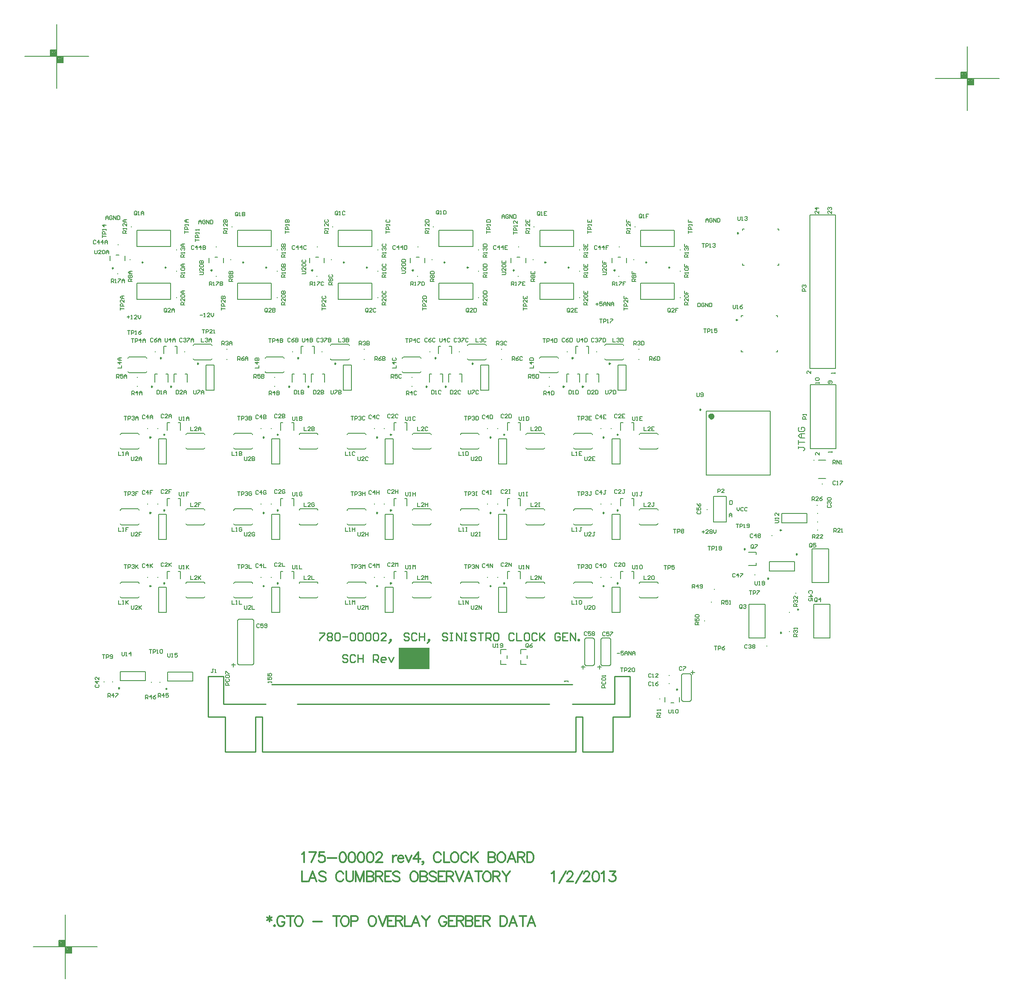
<source format=gto>
%FSLAX23Y23*%
%MOIN*%
G70*
G01*
G75*
G04 Layer_Color=65535*
%ADD10O,0.061X0.010*%
%ADD11O,0.010X0.061*%
%ADD12R,0.035X0.037*%
%ADD13R,0.035X0.037*%
%ADD14R,0.085X0.043*%
%ADD15R,0.085X0.043*%
%ADD16R,0.085X0.138*%
%ADD17R,0.135X0.070*%
%ADD18R,0.036X0.036*%
%ADD19R,0.028X0.036*%
%ADD20R,0.036X0.036*%
%ADD21R,0.100X0.100*%
%ADD22R,0.048X0.078*%
%ADD23R,0.060X0.086*%
%ADD24O,0.024X0.087*%
%ADD25R,0.045X0.017*%
%ADD26R,0.030X0.100*%
%ADD27R,0.014X0.060*%
%ADD28R,0.031X0.060*%
%ADD29O,0.008X0.033*%
%ADD30O,0.033X0.008*%
%ADD31R,0.228X0.228*%
%ADD32O,0.098X0.028*%
%ADD33R,0.050X0.050*%
%ADD34R,0.050X0.050*%
%ADD35R,0.037X0.035*%
%ADD36R,0.037X0.035*%
%ADD37R,0.070X0.135*%
%ADD38R,0.138X0.085*%
%ADD39R,0.043X0.085*%
%ADD40R,0.043X0.085*%
%ADD41C,0.040*%
%ADD42C,0.005*%
%ADD43C,0.010*%
%ADD44C,0.020*%
%ADD45C,0.007*%
%ADD46C,0.012*%
%ADD47R,1.181X0.787*%
%ADD48C,0.008*%
%ADD49C,0.012*%
%ADD50C,0.012*%
%ADD51C,0.020*%
%ADD52C,0.026*%
%ADD53C,0.059*%
%ADD54R,0.059X0.059*%
%ADD55C,0.050*%
%ADD56C,0.236*%
%ADD57C,0.024*%
%ADD58C,0.040*%
%ADD59C,0.030*%
%ADD60C,0.033*%
%ADD61C,0.055*%
G04:AMPARAMS|DCode=62|XSize=70mil|YSize=70mil|CornerRadius=0mil|HoleSize=0mil|Usage=FLASHONLY|Rotation=0.000|XOffset=0mil|YOffset=0mil|HoleType=Round|Shape=Relief|Width=10mil|Gap=10mil|Entries=4|*
%AMTHD62*
7,0,0,0.070,0.050,0.010,45*
%
%ADD62THD62*%
G04:AMPARAMS|DCode=63|XSize=95.433mil|YSize=95.433mil|CornerRadius=0mil|HoleSize=0mil|Usage=FLASHONLY|Rotation=0.000|XOffset=0mil|YOffset=0mil|HoleType=Round|Shape=Relief|Width=10mil|Gap=10mil|Entries=4|*
%AMTHD63*
7,0,0,0.095,0.075,0.010,45*
%
%ADD63THD63*%
%ADD64C,0.045*%
%ADD65R,0.065X0.024*%
%ADD66R,0.094X0.102*%
%ADD67R,0.075X0.063*%
%ADD68O,0.028X0.098*%
%ADD69O,0.087X0.024*%
%ADD70R,0.078X0.048*%
%ADD71R,1.181X0.787*%
%ADD72C,0.010*%
%ADD73C,0.024*%
%ADD74C,0.010*%
%ADD75C,0.008*%
%ADD76C,0.006*%
%ADD77R,0.240X0.165*%
D42*
X26048Y18168D02*
Y18143D01*
X26053Y18138D01*
X26063D01*
X26068Y18143D01*
Y18168D01*
X26078Y18143D02*
X26083Y18138D01*
X26093D01*
X26098Y18143D01*
Y18163D01*
X26093Y18168D01*
X26083D01*
X26078Y18163D01*
Y18158D01*
X26083Y18153D01*
X26098D01*
X25545Y17983D02*
Y17958D01*
X25550Y17953D01*
X25560D01*
X25565Y17958D01*
Y17983D01*
X25575Y17953D02*
X25585D01*
X25580D01*
Y17983D01*
X25575Y17978D01*
X25620Y17983D02*
X25600D01*
Y17953D01*
X25620D01*
X25600Y17968D02*
X25610D01*
X25196Y18188D02*
Y18158D01*
X25211D01*
X25216Y18163D01*
Y18183D01*
X25211Y18188D01*
X25196D01*
X25246Y18158D02*
X25226D01*
X25246Y18178D01*
Y18183D01*
X25241Y18188D01*
X25231D01*
X25226Y18183D01*
X25256Y18188D02*
Y18158D01*
X25271D01*
X25276Y18163D01*
Y18183D01*
X25271Y18188D01*
X25256D01*
X26402Y16489D02*
Y16508D01*
X26397Y16513D01*
X26387D01*
X26382Y16508D01*
Y16489D01*
X26387Y16484D01*
X26397D01*
X26392Y16494D02*
X26402Y16484D01*
X26397D02*
X26402Y16489D01*
X26412Y16508D02*
X26417Y16513D01*
X26427D01*
X26432Y16508D01*
Y16504D01*
X26427Y16499D01*
X26422D01*
X26427D01*
X26432Y16494D01*
Y16489D01*
X26427Y16484D01*
X26417D01*
X26412Y16489D01*
X26948Y16967D02*
Y16987D01*
X26943Y16992D01*
X26933D01*
X26928Y16987D01*
Y16967D01*
X26933Y16962D01*
X26943D01*
X26938Y16972D02*
X26948Y16962D01*
X26943D02*
X26948Y16967D01*
X26978Y16992D02*
X26958D01*
Y16977D01*
X26968Y16982D01*
X26973D01*
X26978Y16977D01*
Y16967D01*
X26973Y16962D01*
X26963D01*
X26958Y16967D01*
X22180Y18664D02*
X22200D01*
X22190D01*
Y18635D01*
X22210D02*
Y18664D01*
X22225D01*
X22230Y18660D01*
Y18650D01*
X22225Y18645D01*
X22210D01*
X22260Y18635D02*
X22240D01*
X22260Y18655D01*
Y18660D01*
X22255Y18664D01*
X22245D01*
X22240Y18660D01*
X22270Y18635D02*
X22280D01*
X22275D01*
Y18664D01*
X22270Y18660D01*
X25313Y19093D02*
X25338D01*
X25343Y19098D01*
Y19108D01*
X25338Y19113D01*
X25313D01*
X25343Y19142D02*
Y19122D01*
X25323Y19142D01*
X25318D01*
X25313Y19137D01*
Y19127D01*
X25318Y19122D01*
Y19152D02*
X25313Y19157D01*
Y19167D01*
X25318Y19172D01*
X25338D01*
X25343Y19167D01*
Y19157D01*
X25338Y19152D01*
X25318D01*
X25313Y19202D02*
Y19182D01*
X25328D01*
Y19192D01*
Y19182D01*
X25343D01*
X24456Y16208D02*
Y16184D01*
X24461Y16179D01*
X24471D01*
X24476Y16184D01*
Y16208D01*
X24486Y16179D02*
X24496D01*
X24491D01*
Y16208D01*
X24486Y16204D01*
X24511Y16184D02*
X24516Y16179D01*
X24526D01*
X24531Y16184D01*
Y16204D01*
X24526Y16208D01*
X24516D01*
X24511Y16204D01*
Y16199D01*
X24516Y16194D01*
X24531D01*
X22629Y16359D02*
X22624Y16364D01*
X22614D01*
X22609Y16359D01*
Y16339D01*
X22614Y16334D01*
X22624D01*
X22629Y16339D01*
X22659Y16364D02*
X22639D01*
Y16349D01*
X22649Y16354D01*
X22654D01*
X22659Y16349D01*
Y16339D01*
X22654Y16334D01*
X22644D01*
X22639Y16339D01*
X22669D02*
X22674Y16334D01*
X22684D01*
X22689Y16339D01*
Y16359D01*
X22684Y16364D01*
X22674D01*
X22669Y16359D01*
Y16354D01*
X22674Y16349D01*
X22689D01*
X25189Y16297D02*
X25184Y16302D01*
X25174D01*
X25169Y16297D01*
Y16277D01*
X25174Y16272D01*
X25184D01*
X25189Y16277D01*
X25219Y16302D02*
X25199D01*
Y16287D01*
X25209Y16292D01*
X25214D01*
X25219Y16287D01*
Y16277D01*
X25214Y16272D01*
X25204D01*
X25199Y16277D01*
X25229Y16297D02*
X25234Y16302D01*
X25244D01*
X25249Y16297D01*
Y16292D01*
X25244Y16287D01*
X25249Y16282D01*
Y16277D01*
X25244Y16272D01*
X25234D01*
X25229Y16277D01*
Y16282D01*
X25234Y16287D01*
X25229Y16292D01*
Y16297D01*
X25234Y16287D02*
X25244D01*
X25635Y17901D02*
Y17871D01*
X25655D01*
X25685D02*
X25665D01*
X25685Y17891D01*
Y17896D01*
X25680Y17901D01*
X25670D01*
X25665Y17896D01*
X25715Y17901D02*
X25695D01*
Y17871D01*
X25715D01*
X25695Y17886D02*
X25705D01*
X26657Y17153D02*
X26682D01*
X26687Y17158D01*
Y17168D01*
X26682Y17173D01*
X26657D01*
X26687Y17183D02*
Y17193D01*
Y17188D01*
X26657D01*
X26662Y17183D01*
X26687Y17228D02*
Y17208D01*
X26667Y17228D01*
X26662D01*
X26657Y17223D01*
Y17213D01*
X26662Y17208D01*
X27111Y17612D02*
Y17641D01*
X27126D01*
X27131Y17636D01*
Y17627D01*
X27126Y17622D01*
X27111D01*
X27121D02*
X27131Y17612D01*
X27141D02*
Y17641D01*
X27161Y17612D01*
Y17641D01*
X27171Y17612D02*
X27181D01*
X27176D01*
Y17641D01*
X27171Y17636D01*
X22271Y16010D02*
X22261D01*
X22266D01*
Y15986D01*
X22261Y15981D01*
X22256D01*
X22251Y15986D01*
X22281Y15981D02*
X22291D01*
X22286D01*
Y16010D01*
X22281Y16006D01*
X25042Y15910D02*
Y15920D01*
Y15915D01*
X25012D01*
X25017Y15910D01*
X22724Y15903D02*
Y15913D01*
Y15908D01*
X22694D01*
X22699Y15903D01*
X22694Y15947D02*
Y15927D01*
X22709D01*
X22704Y15937D01*
Y15942D01*
X22709Y15947D01*
X22719D01*
X22724Y15942D01*
Y15932D01*
X22719Y15927D01*
X22694Y15977D02*
Y15957D01*
X22709D01*
X22704Y15967D01*
Y15972D01*
X22709Y15977D01*
X22719D01*
X22724Y15972D01*
Y15962D01*
X22719Y15957D01*
X25336Y15863D02*
X25306D01*
Y15878D01*
X25311Y15883D01*
X25321D01*
X25326Y15878D01*
Y15863D01*
X25311Y15912D02*
X25306Y15907D01*
Y15897D01*
X25311Y15892D01*
X25331D01*
X25336Y15897D01*
Y15907D01*
X25331Y15912D01*
X25311Y15922D02*
X25306Y15927D01*
Y15937D01*
X25311Y15942D01*
X25331D01*
X25336Y15937D01*
Y15927D01*
X25331Y15922D01*
X25311D01*
X25336Y15952D02*
Y15962D01*
Y15957D01*
X25306D01*
X25311Y15952D01*
X22394Y15882D02*
X22364D01*
Y15897D01*
X22369Y15902D01*
X22379D01*
X22384Y15897D01*
Y15882D01*
X22369Y15931D02*
X22364Y15926D01*
Y15916D01*
X22369Y15911D01*
X22389D01*
X22394Y15916D01*
Y15926D01*
X22389Y15931D01*
X22369Y15941D02*
X22364Y15946D01*
Y15956D01*
X22369Y15961D01*
X22389D01*
X22394Y15956D01*
Y15946D01*
X22389Y15941D01*
X22369D01*
X22364Y15971D02*
Y15991D01*
X22369D01*
X22389Y15971D01*
X22394D01*
X26368Y19547D02*
Y19522D01*
X26373Y19517D01*
X26383D01*
X26388Y19522D01*
Y19547D01*
X26398Y19517D02*
X26408D01*
X26403D01*
Y19547D01*
X26398Y19542D01*
X26423D02*
X26428Y19547D01*
X26438D01*
X26443Y19542D01*
Y19537D01*
X26438Y19532D01*
X26433D01*
X26438D01*
X26443Y19527D01*
Y19522D01*
X26438Y19517D01*
X26428D01*
X26423Y19522D01*
X26906Y17964D02*
X26876D01*
Y17979D01*
X26881Y17984D01*
X26891D01*
X26896Y17979D01*
Y17964D01*
X26906Y17993D02*
Y18003D01*
Y17998D01*
X26876D01*
X26881Y17993D01*
X27004Y18242D02*
Y18252D01*
Y18247D01*
X26974D01*
X26979Y18242D01*
Y18267D02*
X26974Y18272D01*
Y18282D01*
X26979Y18287D01*
X26999D01*
X27004Y18282D01*
Y18272D01*
X26999Y18267D01*
X26979D01*
X27099Y18242D02*
X27104Y18247D01*
Y18257D01*
X27099Y18262D01*
X27079D01*
X27074Y18257D01*
Y18247D01*
X27079Y18242D01*
X27084D01*
X27089Y18247D01*
Y18262D01*
X27104Y17702D02*
Y17712D01*
Y17707D01*
X27074D01*
X27079Y17702D01*
X27004Y17702D02*
Y17682D01*
X26984Y17702D01*
X26979D01*
X26974Y17697D01*
Y17687D01*
X26979Y17682D01*
X26900Y18962D02*
X26870D01*
Y18977D01*
X26875Y18982D01*
X26885D01*
X26890Y18977D01*
Y18962D01*
X26875Y18991D02*
X26870Y18996D01*
Y19006D01*
X26875Y19011D01*
X26880D01*
X26885Y19006D01*
Y19001D01*
Y19006D01*
X26890Y19011D01*
X26895D01*
X26900Y19006D01*
Y18996D01*
X26895Y18991D01*
X27127Y18318D02*
Y18328D01*
Y18323D01*
X27097D01*
X27102Y18318D01*
X26937Y18338D02*
Y18318D01*
X26917Y18338D01*
X26912D01*
X26907Y18333D01*
Y18323D01*
X26912Y18318D01*
X27101Y19590D02*
Y19570D01*
X27081Y19590D01*
X27076D01*
X27071Y19585D01*
Y19575D01*
X27076Y19570D01*
Y19599D02*
X27071Y19604D01*
Y19614D01*
X27076Y19619D01*
X27081D01*
X27086Y19614D01*
Y19609D01*
Y19614D01*
X27091Y19619D01*
X27096D01*
X27101Y19614D01*
Y19604D01*
X27096Y19599D01*
X27001Y19590D02*
Y19570D01*
X26981Y19590D01*
X26976D01*
X26971Y19585D01*
Y19575D01*
X26976Y19570D01*
X27001Y19614D02*
X26971D01*
X26986Y19599D01*
Y19619D01*
X26211Y17388D02*
Y17417D01*
X26226D01*
X26231Y17413D01*
Y17403D01*
X26226Y17398D01*
X26211D01*
X26261Y17388D02*
X26241D01*
X26261Y17408D01*
Y17413D01*
X26256Y17417D01*
X26246D01*
X26241Y17413D01*
X21913Y16133D02*
Y16108D01*
X21918Y16103D01*
X21928D01*
X21933Y16108D01*
Y16133D01*
X21943Y16103D02*
X21953D01*
X21948D01*
Y16133D01*
X21943Y16128D01*
X21988Y16133D02*
X21968D01*
Y16118D01*
X21978Y16123D01*
X21983D01*
X21988Y16118D01*
Y16108D01*
X21983Y16103D01*
X21973D01*
X21968Y16108D01*
X25171Y17668D02*
Y17643D01*
X25176Y17638D01*
X25186D01*
X25191Y17643D01*
Y17668D01*
X25221Y17638D02*
X25201D01*
X25221Y17658D01*
Y17663D01*
X25216Y17668D01*
X25206D01*
X25201Y17663D01*
X25251Y17668D02*
X25231D01*
Y17638D01*
X25251D01*
X25231Y17653D02*
X25241D01*
X26242Y16516D02*
Y16545D01*
X26257D01*
X26262Y16541D01*
Y16531D01*
X26257Y16526D01*
X26242D01*
X26252D02*
X26262Y16516D01*
X26292Y16545D02*
X26272D01*
Y16531D01*
X26282Y16536D01*
X26287D01*
X26292Y16531D01*
Y16521D01*
X26287Y16516D01*
X26277D01*
X26272Y16521D01*
X26302Y16516D02*
X26312D01*
X26307D01*
Y16545D01*
X26302Y16541D01*
X26065Y16356D02*
X26035D01*
Y16371D01*
X26040Y16376D01*
X26050D01*
X26055Y16371D01*
Y16356D01*
Y16366D02*
X26065Y16376D01*
X26035Y16405D02*
Y16385D01*
X26050D01*
X26045Y16395D01*
Y16400D01*
X26050Y16405D01*
X26060D01*
X26065Y16400D01*
Y16390D01*
X26060Y16385D01*
X26040Y16415D02*
X26035Y16420D01*
Y16430D01*
X26040Y16435D01*
X26060D01*
X26065Y16430D01*
Y16420D01*
X26060Y16415D01*
X26040D01*
X26013Y16641D02*
Y16670D01*
X26028D01*
X26033Y16666D01*
Y16656D01*
X26028Y16651D01*
X26013D01*
X26023D02*
X26033Y16641D01*
X26058D02*
Y16670D01*
X26043Y16656D01*
X26063D01*
X26073Y16646D02*
X26078Y16641D01*
X26088D01*
X26093Y16646D01*
Y16666D01*
X26088Y16670D01*
X26078D01*
X26073Y16666D01*
Y16661D01*
X26078Y16656D01*
X26093D01*
X26493Y16957D02*
Y16976D01*
X26488Y16981D01*
X26478D01*
X26473Y16976D01*
Y16957D01*
X26478Y16952D01*
X26488D01*
X26483Y16962D02*
X26493Y16952D01*
X26488D02*
X26493Y16957D01*
X26503Y16981D02*
X26523D01*
Y16976D01*
X26503Y16957D01*
Y16952D01*
X26348Y16753D02*
X26343Y16757D01*
X26333D01*
X26328Y16753D01*
Y16733D01*
X26333Y16728D01*
X26343D01*
X26348Y16733D01*
X26373Y16728D02*
Y16757D01*
X26358Y16743D01*
X26378D01*
X26388Y16757D02*
X26408D01*
Y16753D01*
X26388Y16733D01*
Y16728D01*
X26948Y16601D02*
X26953Y16606D01*
Y16616D01*
X26948Y16621D01*
X26928D01*
X26923Y16616D01*
Y16606D01*
X26928Y16601D01*
X26923Y16576D02*
X26953D01*
X26938Y16591D01*
Y16571D01*
X26953Y16541D02*
Y16561D01*
X26938D01*
X26943Y16551D01*
Y16546D01*
X26938Y16541D01*
X26928D01*
X26923Y16546D01*
Y16556D01*
X26928Y16561D01*
X26947Y17326D02*
Y17355D01*
X26962D01*
X26967Y17351D01*
Y17341D01*
X26962Y17336D01*
X26947D01*
X26957D02*
X26967Y17326D01*
X26997D02*
X26977D01*
X26997Y17346D01*
Y17351D01*
X26992Y17355D01*
X26982D01*
X26977Y17351D01*
X27027Y17355D02*
X27017Y17351D01*
X27007Y17341D01*
Y17331D01*
X27012Y17326D01*
X27022D01*
X27027Y17331D01*
Y17336D01*
X27022Y17341D01*
X27007D01*
X24285Y16507D02*
Y16482D01*
X24290Y16477D01*
X24300D01*
X24305Y16482D01*
Y16507D01*
X24335Y16477D02*
X24315D01*
X24335Y16497D01*
Y16502D01*
X24330Y16507D01*
X24320D01*
X24315Y16502D01*
X24345Y16477D02*
Y16507D01*
X24365Y16477D01*
Y16507D01*
X23399D02*
Y16482D01*
X23404Y16477D01*
X23414D01*
X23419Y16482D01*
Y16507D01*
X23449Y16477D02*
X23429D01*
X23449Y16497D01*
Y16502D01*
X23444Y16507D01*
X23434D01*
X23429Y16502D01*
X23459Y16477D02*
Y16507D01*
X23469Y16497D01*
X23479Y16507D01*
Y16477D01*
X23399Y17078D02*
Y17053D01*
X23404Y17048D01*
X23414D01*
X23419Y17053D01*
Y17078D01*
X23449Y17048D02*
X23429D01*
X23449Y17068D01*
Y17073D01*
X23444Y17078D01*
X23434D01*
X23429Y17073D01*
X23459Y17078D02*
Y17048D01*
Y17063D01*
X23479D01*
Y17078D01*
Y17048D01*
X22513Y17078D02*
Y17053D01*
X22518Y17048D01*
X22528D01*
X22533Y17053D01*
Y17078D01*
X22563Y17048D02*
X22543D01*
X22563Y17068D01*
Y17073D01*
X22558Y17078D01*
X22548D01*
X22543Y17073D01*
X22593D02*
X22588Y17078D01*
X22578D01*
X22573Y17073D01*
Y17053D01*
X22578Y17048D01*
X22588D01*
X22593Y17053D01*
Y17063D01*
X22583D01*
X24659Y16822D02*
Y16797D01*
X24664Y16792D01*
X24674D01*
X24679Y16797D01*
Y16822D01*
X24689Y16792D02*
X24699D01*
X24694D01*
Y16822D01*
X24689Y16817D01*
X24714Y16792D02*
Y16822D01*
X24734Y16792D01*
Y16822D01*
X23773D02*
Y16797D01*
X23778Y16792D01*
X23788D01*
X23793Y16797D01*
Y16822D01*
X23803Y16792D02*
X23813D01*
X23808D01*
Y16822D01*
X23803Y16817D01*
X23828Y16792D02*
Y16822D01*
X23838Y16812D01*
X23848Y16822D01*
Y16792D01*
X23773Y17393D02*
Y17368D01*
X23778Y17363D01*
X23788D01*
X23793Y17368D01*
Y17393D01*
X23803Y17363D02*
X23813D01*
X23808D01*
Y17393D01*
X23803Y17388D01*
X23828Y17393D02*
Y17363D01*
Y17378D01*
X23848D01*
Y17393D01*
Y17363D01*
X22887Y17393D02*
Y17368D01*
X22892Y17363D01*
X22902D01*
X22907Y17368D01*
Y17393D01*
X22917Y17363D02*
X22927D01*
X22922D01*
Y17393D01*
X22917Y17388D01*
X22962D02*
X22957Y17393D01*
X22947D01*
X22942Y17388D01*
Y17368D01*
X22947Y17363D01*
X22957D01*
X22962Y17368D01*
Y17378D01*
X22952D01*
X24230Y16826D02*
X24250D01*
X24240D01*
Y16796D01*
X24260D02*
Y16826D01*
X24275D01*
X24280Y16821D01*
Y16811D01*
X24275Y16806D01*
X24260D01*
X24290Y16821D02*
X24295Y16826D01*
X24305D01*
X24310Y16821D01*
Y16816D01*
X24305Y16811D01*
X24300D01*
X24305D01*
X24310Y16806D01*
Y16801D01*
X24305Y16796D01*
X24295D01*
X24290Y16801D01*
X24320Y16796D02*
Y16826D01*
X24340Y16796D01*
Y16826D01*
X23344D02*
X23364D01*
X23354D01*
Y16796D01*
X23374D02*
Y16826D01*
X23389D01*
X23394Y16821D01*
Y16811D01*
X23389Y16806D01*
X23374D01*
X23404Y16821D02*
X23409Y16826D01*
X23419D01*
X23424Y16821D01*
Y16816D01*
X23419Y16811D01*
X23414D01*
X23419D01*
X23424Y16806D01*
Y16801D01*
X23419Y16796D01*
X23409D01*
X23404Y16801D01*
X23434Y16796D02*
Y16826D01*
X23444Y16816D01*
X23454Y16826D01*
Y16796D01*
X23344Y17397D02*
X23364D01*
X23354D01*
Y17367D01*
X23374D02*
Y17397D01*
X23389D01*
X23394Y17392D01*
Y17382D01*
X23389Y17377D01*
X23374D01*
X23404Y17392D02*
X23409Y17397D01*
X23419D01*
X23424Y17392D01*
Y17387D01*
X23419Y17382D01*
X23414D01*
X23419D01*
X23424Y17377D01*
Y17372D01*
X23419Y17367D01*
X23409D01*
X23404Y17372D01*
X23434Y17397D02*
Y17367D01*
Y17382D01*
X23454D01*
Y17397D01*
Y17367D01*
X22458Y17397D02*
X22478D01*
X22468D01*
Y17367D01*
X22488D02*
Y17397D01*
X22503D01*
X22508Y17392D01*
Y17382D01*
X22503Y17377D01*
X22488D01*
X22518Y17392D02*
X22523Y17397D01*
X22533D01*
X22538Y17392D01*
Y17387D01*
X22533Y17382D01*
X22528D01*
X22533D01*
X22538Y17377D01*
Y17372D01*
X22533Y17367D01*
X22523D01*
X22518Y17372D01*
X22568Y17392D02*
X22563Y17397D01*
X22553D01*
X22548Y17392D01*
Y17372D01*
X22553Y17367D01*
X22563D01*
X22568Y17372D01*
Y17382D01*
X22558D01*
X24750Y16739D02*
Y16709D01*
X24770D01*
X24800D02*
X24780D01*
X24800Y16729D01*
Y16734D01*
X24795Y16739D01*
X24785D01*
X24780Y16734D01*
X24810Y16709D02*
Y16739D01*
X24830Y16709D01*
Y16739D01*
X23864D02*
Y16709D01*
X23884D01*
X23914D02*
X23894D01*
X23914Y16729D01*
Y16734D01*
X23909Y16739D01*
X23899D01*
X23894Y16734D01*
X23924Y16709D02*
Y16739D01*
X23934Y16729D01*
X23944Y16739D01*
Y16709D01*
X23864Y17310D02*
Y17280D01*
X23884D01*
X23914D02*
X23894D01*
X23914Y17300D01*
Y17305D01*
X23909Y17310D01*
X23899D01*
X23894Y17305D01*
X23924Y17310D02*
Y17280D01*
Y17295D01*
X23944D01*
Y17310D01*
Y17280D01*
X22978Y17310D02*
Y17280D01*
X22998D01*
X23028D02*
X23008D01*
X23028Y17300D01*
Y17305D01*
X23023Y17310D01*
X23013D01*
X23008Y17305D01*
X23058D02*
X23053Y17310D01*
X23043D01*
X23038Y17305D01*
Y17285D01*
X23043Y17280D01*
X23053D01*
X23058Y17285D01*
Y17295D01*
X23048D01*
X24187Y16546D02*
Y16516D01*
X24207D01*
X24217D02*
X24227D01*
X24222D01*
Y16546D01*
X24217Y16541D01*
X24242Y16516D02*
Y16546D01*
X24262Y16516D01*
Y16546D01*
X23301D02*
Y16516D01*
X23321D01*
X23331D02*
X23341D01*
X23336D01*
Y16546D01*
X23331Y16541D01*
X23356Y16516D02*
Y16546D01*
X23366Y16536D01*
X23376Y16546D01*
Y16516D01*
X23301Y17117D02*
Y17087D01*
X23321D01*
X23331D02*
X23341D01*
X23336D01*
Y17117D01*
X23331Y17112D01*
X23356Y17117D02*
Y17087D01*
Y17102D01*
X23376D01*
Y17117D01*
Y17087D01*
X22415Y17117D02*
Y17087D01*
X22435D01*
X22445D02*
X22455D01*
X22450D01*
Y17117D01*
X22445Y17112D01*
X22490D02*
X22485Y17117D01*
X22475D01*
X22470Y17112D01*
Y17092D01*
X22475Y17087D01*
X22485D01*
X22490Y17092D01*
Y17102D01*
X22480D01*
X24392Y16829D02*
X24387Y16834D01*
X24377D01*
X24372Y16829D01*
Y16809D01*
X24377Y16804D01*
X24387D01*
X24392Y16809D01*
X24417Y16804D02*
Y16834D01*
X24402Y16819D01*
X24422D01*
X24432Y16804D02*
Y16834D01*
X24452Y16804D01*
Y16834D01*
X23506Y16829D02*
X23501Y16834D01*
X23491D01*
X23486Y16829D01*
Y16809D01*
X23491Y16804D01*
X23501D01*
X23506Y16809D01*
X23531Y16804D02*
Y16834D01*
X23516Y16819D01*
X23536D01*
X23546Y16804D02*
Y16834D01*
X23556Y16824D01*
X23566Y16834D01*
Y16804D01*
X23506Y17400D02*
X23501Y17405D01*
X23491D01*
X23486Y17400D01*
Y17380D01*
X23491Y17375D01*
X23501D01*
X23506Y17380D01*
X23531Y17375D02*
Y17405D01*
X23516Y17390D01*
X23536D01*
X23546Y17405D02*
Y17375D01*
Y17390D01*
X23566D01*
Y17405D01*
Y17375D01*
X22620Y17400D02*
X22615Y17405D01*
X22605D01*
X22600Y17400D01*
Y17380D01*
X22605Y17375D01*
X22615D01*
X22620Y17380D01*
X22645Y17375D02*
Y17405D01*
X22630Y17390D01*
X22650D01*
X22680Y17400D02*
X22675Y17405D01*
X22665D01*
X22660Y17400D01*
Y17380D01*
X22665Y17375D01*
X22675D01*
X22680Y17380D01*
Y17390D01*
X22670D01*
X24539Y16836D02*
X24534Y16840D01*
X24524D01*
X24519Y16836D01*
Y16816D01*
X24524Y16811D01*
X24534D01*
X24539Y16816D01*
X24569Y16811D02*
X24549D01*
X24569Y16831D01*
Y16836D01*
X24564Y16840D01*
X24554D01*
X24549Y16836D01*
X24579Y16811D02*
Y16840D01*
X24599Y16811D01*
Y16840D01*
X23653Y16836D02*
X23648Y16840D01*
X23638D01*
X23633Y16836D01*
Y16816D01*
X23638Y16811D01*
X23648D01*
X23653Y16816D01*
X23683Y16811D02*
X23663D01*
X23683Y16831D01*
Y16836D01*
X23678Y16840D01*
X23668D01*
X23663Y16836D01*
X23693Y16811D02*
Y16840D01*
X23703Y16831D01*
X23713Y16840D01*
Y16811D01*
X23653Y17406D02*
X23648Y17411D01*
X23638D01*
X23633Y17406D01*
Y17386D01*
X23638Y17381D01*
X23648D01*
X23653Y17386D01*
X23683Y17381D02*
X23663D01*
X23683Y17401D01*
Y17406D01*
X23678Y17411D01*
X23668D01*
X23663Y17406D01*
X23693Y17411D02*
Y17381D01*
Y17396D01*
X23713D01*
Y17411D01*
Y17381D01*
X22767Y17406D02*
X22762Y17411D01*
X22752D01*
X22747Y17406D01*
Y17386D01*
X22752Y17381D01*
X22762D01*
X22767Y17386D01*
X22797Y17381D02*
X22777D01*
X22797Y17401D01*
Y17406D01*
X22792Y17411D01*
X22782D01*
X22777Y17406D01*
X22827D02*
X22822Y17411D01*
X22812D01*
X22807Y17406D01*
Y17386D01*
X22812Y17381D01*
X22822D01*
X22827Y17386D01*
Y17396D01*
X22817D01*
X25171Y16507D02*
Y16482D01*
X25176Y16477D01*
X25186D01*
X25191Y16482D01*
Y16507D01*
X25221Y16477D02*
X25201D01*
X25221Y16497D01*
Y16502D01*
X25216Y16507D01*
X25206D01*
X25201Y16502D01*
X25246Y16507D02*
X25236D01*
X25231Y16502D01*
Y16482D01*
X25236Y16477D01*
X25246D01*
X25251Y16482D01*
Y16502D01*
X25246Y16507D01*
X22513D02*
Y16482D01*
X22518Y16477D01*
X22528D01*
X22533Y16482D01*
Y16507D01*
X22563Y16477D02*
X22543D01*
X22563Y16497D01*
Y16502D01*
X22558Y16507D01*
X22548D01*
X22543Y16502D01*
X22573Y16507D02*
Y16477D01*
X22593D01*
X21628Y16507D02*
Y16482D01*
X21633Y16477D01*
X21643D01*
X21648Y16482D01*
Y16507D01*
X21678Y16477D02*
X21658D01*
X21678Y16497D01*
Y16502D01*
X21673Y16507D01*
X21663D01*
X21658Y16502D01*
X21688Y16507D02*
Y16477D01*
Y16487D01*
X21708Y16507D01*
X21693Y16492D01*
X21708Y16477D01*
X25171Y17078D02*
Y17053D01*
X25176Y17048D01*
X25186D01*
X25191Y17053D01*
Y17078D01*
X25221Y17048D02*
X25201D01*
X25221Y17068D01*
Y17073D01*
X25216Y17078D01*
X25206D01*
X25201Y17073D01*
X25251Y17078D02*
X25241D01*
X25246D01*
Y17053D01*
X25241Y17048D01*
X25236D01*
X25231Y17053D01*
X24285Y17078D02*
Y17053D01*
X24290Y17048D01*
X24300D01*
X24305Y17053D01*
Y17078D01*
X24335Y17048D02*
X24315D01*
X24335Y17068D01*
Y17073D01*
X24330Y17078D01*
X24320D01*
X24315Y17073D01*
X24345Y17078D02*
X24355D01*
X24350D01*
Y17048D01*
X24345D01*
X24355D01*
X21628Y17078D02*
Y17053D01*
X21633Y17048D01*
X21643D01*
X21648Y17053D01*
Y17078D01*
X21678Y17048D02*
X21658D01*
X21678Y17068D01*
Y17073D01*
X21673Y17078D01*
X21663D01*
X21658Y17073D01*
X21708Y17078D02*
X21688D01*
Y17063D01*
X21698D01*
X21688D01*
Y17048D01*
X25545Y16822D02*
Y16797D01*
X25550Y16792D01*
X25560D01*
X25565Y16797D01*
Y16822D01*
X25575Y16792D02*
X25585D01*
X25580D01*
Y16822D01*
X25575Y16817D01*
X25615Y16822D02*
X25605D01*
X25600Y16817D01*
Y16797D01*
X25605Y16792D01*
X25615D01*
X25620Y16797D01*
Y16817D01*
X25615Y16822D01*
X22887D02*
Y16797D01*
X22892Y16792D01*
X22902D01*
X22907Y16797D01*
Y16822D01*
X22917Y16792D02*
X22927D01*
X22922D01*
Y16822D01*
X22917Y16817D01*
X22942Y16822D02*
Y16792D01*
X22962D01*
X22002Y16822D02*
Y16797D01*
X22007Y16792D01*
X22017D01*
X22022Y16797D01*
Y16822D01*
X22032Y16792D02*
X22042D01*
X22037D01*
Y16822D01*
X22032Y16817D01*
X22057Y16822D02*
Y16792D01*
Y16802D01*
X22077Y16822D01*
X22062Y16807D01*
X22077Y16792D01*
X25545Y17393D02*
Y17368D01*
X25550Y17363D01*
X25560D01*
X25565Y17368D01*
Y17393D01*
X25575Y17363D02*
X25585D01*
X25580D01*
Y17393D01*
X25575Y17388D01*
X25620Y17393D02*
X25610D01*
X25615D01*
Y17368D01*
X25610Y17363D01*
X25605D01*
X25600Y17368D01*
X24659Y17393D02*
Y17368D01*
X24664Y17363D01*
X24674D01*
X24679Y17368D01*
Y17393D01*
X24689Y17363D02*
X24699D01*
X24694D01*
Y17393D01*
X24689Y17388D01*
X24714Y17393D02*
X24724D01*
X24719D01*
Y17363D01*
X24714D01*
X24724D01*
X22002Y17393D02*
Y17368D01*
X22007Y17363D01*
X22017D01*
X22022Y17368D01*
Y17393D01*
X22032Y17363D02*
X22042D01*
X22037D01*
Y17393D01*
X22032Y17388D01*
X22077Y17393D02*
X22057D01*
Y17378D01*
X22067D01*
X22057D01*
Y17363D01*
X25116Y16826D02*
X25136D01*
X25126D01*
Y16796D01*
X25146D02*
Y16826D01*
X25161D01*
X25166Y16821D01*
Y16811D01*
X25161Y16806D01*
X25146D01*
X25176Y16821D02*
X25181Y16826D01*
X25191D01*
X25196Y16821D01*
Y16816D01*
X25191Y16811D01*
X25186D01*
X25191D01*
X25196Y16806D01*
Y16801D01*
X25191Y16796D01*
X25181D01*
X25176Y16801D01*
X25221Y16826D02*
X25211D01*
X25206Y16821D01*
Y16801D01*
X25211Y16796D01*
X25221D01*
X25226Y16801D01*
Y16821D01*
X25221Y16826D01*
X22458D02*
X22478D01*
X22468D01*
Y16796D01*
X22488D02*
Y16826D01*
X22503D01*
X22508Y16821D01*
Y16811D01*
X22503Y16806D01*
X22488D01*
X22518Y16821D02*
X22523Y16826D01*
X22533D01*
X22538Y16821D01*
Y16816D01*
X22533Y16811D01*
X22528D01*
X22533D01*
X22538Y16806D01*
Y16801D01*
X22533Y16796D01*
X22523D01*
X22518Y16801D01*
X22548Y16826D02*
Y16796D01*
X22568D01*
X21572Y16826D02*
X21592D01*
X21582D01*
Y16796D01*
X21602D02*
Y16826D01*
X21617D01*
X21622Y16821D01*
Y16811D01*
X21617Y16806D01*
X21602D01*
X21632Y16821D02*
X21637Y16826D01*
X21647D01*
X21652Y16821D01*
Y16816D01*
X21647Y16811D01*
X21642D01*
X21647D01*
X21652Y16806D01*
Y16801D01*
X21647Y16796D01*
X21637D01*
X21632Y16801D01*
X21662Y16826D02*
Y16796D01*
Y16806D01*
X21682Y16826D01*
X21667Y16811D01*
X21682Y16796D01*
X25116Y17397D02*
X25136D01*
X25126D01*
Y17367D01*
X25146D02*
Y17397D01*
X25161D01*
X25166Y17392D01*
Y17382D01*
X25161Y17377D01*
X25146D01*
X25176Y17392D02*
X25181Y17397D01*
X25191D01*
X25196Y17392D01*
Y17387D01*
X25191Y17382D01*
X25186D01*
X25191D01*
X25196Y17377D01*
Y17372D01*
X25191Y17367D01*
X25181D01*
X25176Y17372D01*
X25226Y17397D02*
X25216D01*
X25221D01*
Y17372D01*
X25216Y17367D01*
X25211D01*
X25206Y17372D01*
X24230Y17397D02*
X24250D01*
X24240D01*
Y17367D01*
X24260D02*
Y17397D01*
X24275D01*
X24280Y17392D01*
Y17382D01*
X24275Y17377D01*
X24260D01*
X24290Y17392D02*
X24295Y17397D01*
X24305D01*
X24310Y17392D01*
Y17387D01*
X24305Y17382D01*
X24300D01*
X24305D01*
X24310Y17377D01*
Y17372D01*
X24305Y17367D01*
X24295D01*
X24290Y17372D01*
X24320Y17397D02*
X24330D01*
X24325D01*
Y17367D01*
X24320D01*
X24330D01*
X21572Y17397D02*
X21592D01*
X21582D01*
Y17367D01*
X21602D02*
Y17397D01*
X21617D01*
X21622Y17392D01*
Y17382D01*
X21617Y17377D01*
X21602D01*
X21632Y17392D02*
X21637Y17397D01*
X21647D01*
X21652Y17392D01*
Y17387D01*
X21647Y17382D01*
X21642D01*
X21647D01*
X21652Y17377D01*
Y17372D01*
X21647Y17367D01*
X21637D01*
X21632Y17372D01*
X21682Y17397D02*
X21662D01*
Y17382D01*
X21672D01*
X21662D01*
Y17367D01*
X25635Y16739D02*
Y16709D01*
X25655D01*
X25685D02*
X25665D01*
X25685Y16729D01*
Y16734D01*
X25680Y16739D01*
X25670D01*
X25665Y16734D01*
X25710Y16739D02*
X25700D01*
X25695Y16734D01*
Y16714D01*
X25700Y16709D01*
X25710D01*
X25715Y16714D01*
Y16734D01*
X25710Y16739D01*
X22978D02*
Y16709D01*
X22998D01*
X23028D02*
X23008D01*
X23028Y16729D01*
Y16734D01*
X23023Y16739D01*
X23013D01*
X23008Y16734D01*
X23038Y16739D02*
Y16709D01*
X23058D01*
X22092Y16739D02*
Y16709D01*
X22112D01*
X22142D02*
X22122D01*
X22142Y16729D01*
Y16734D01*
X22137Y16739D01*
X22127D01*
X22122Y16734D01*
X22152Y16739D02*
Y16709D01*
Y16719D01*
X22172Y16739D01*
X22157Y16724D01*
X22172Y16709D01*
X25635Y17310D02*
Y17280D01*
X25655D01*
X25685D02*
X25665D01*
X25685Y17300D01*
Y17305D01*
X25680Y17310D01*
X25670D01*
X25665Y17305D01*
X25715Y17310D02*
X25705D01*
X25710D01*
Y17285D01*
X25705Y17280D01*
X25700D01*
X25695Y17285D01*
X24750Y17310D02*
Y17280D01*
X24770D01*
X24800D02*
X24780D01*
X24800Y17300D01*
Y17305D01*
X24795Y17310D01*
X24785D01*
X24780Y17305D01*
X24810Y17310D02*
X24820D01*
X24815D01*
Y17280D01*
X24810D01*
X24820D01*
X22092Y17310D02*
Y17280D01*
X22112D01*
X22142D02*
X22122D01*
X22142Y17300D01*
Y17305D01*
X22137Y17310D01*
X22127D01*
X22122Y17305D01*
X22172Y17310D02*
X22152D01*
Y17295D01*
X22162D01*
X22152D01*
Y17280D01*
X25072Y16546D02*
Y16516D01*
X25092D01*
X25102D02*
X25112D01*
X25107D01*
Y16546D01*
X25102Y16541D01*
X25142Y16546D02*
X25132D01*
X25127Y16541D01*
Y16521D01*
X25132Y16516D01*
X25142D01*
X25147Y16521D01*
Y16541D01*
X25142Y16546D01*
X22415D02*
Y16516D01*
X22435D01*
X22445D02*
X22455D01*
X22450D01*
Y16546D01*
X22445Y16541D01*
X22470Y16546D02*
Y16516D01*
X22490D01*
X21529Y16546D02*
Y16516D01*
X21549D01*
X21559D02*
X21569D01*
X21564D01*
Y16546D01*
X21559Y16541D01*
X21584Y16546D02*
Y16516D01*
Y16526D01*
X21604Y16546D01*
X21589Y16531D01*
X21604Y16516D01*
X25072Y17117D02*
Y17087D01*
X25092D01*
X25102D02*
X25112D01*
X25107D01*
Y17117D01*
X25102Y17112D01*
X25147Y17117D02*
X25137D01*
X25142D01*
Y17092D01*
X25137Y17087D01*
X25132D01*
X25127Y17092D01*
X24187Y17117D02*
Y17087D01*
X24207D01*
X24217D02*
X24227D01*
X24222D01*
Y17117D01*
X24217Y17112D01*
X24242Y17117D02*
X24252D01*
X24247D01*
Y17087D01*
X24242D01*
X24252D01*
X21529Y17117D02*
Y17087D01*
X21549D01*
X21559D02*
X21569D01*
X21564D01*
Y17117D01*
X21559Y17112D01*
X21604Y17117D02*
X21584D01*
Y17102D01*
X21594D01*
X21584D01*
Y17087D01*
X25278Y16829D02*
X25273Y16834D01*
X25263D01*
X25258Y16829D01*
Y16809D01*
X25263Y16804D01*
X25273D01*
X25278Y16809D01*
X25303Y16804D02*
Y16834D01*
X25288Y16819D01*
X25308D01*
X25333Y16834D02*
X25323D01*
X25318Y16829D01*
Y16809D01*
X25323Y16804D01*
X25333D01*
X25338Y16809D01*
Y16829D01*
X25333Y16834D01*
X22620Y16829D02*
X22615Y16834D01*
X22605D01*
X22600Y16829D01*
Y16809D01*
X22605Y16804D01*
X22615D01*
X22620Y16809D01*
X22645Y16804D02*
Y16834D01*
X22630Y16819D01*
X22650D01*
X22660Y16834D02*
Y16804D01*
X22680D01*
X21734Y16829D02*
X21729Y16834D01*
X21719D01*
X21714Y16829D01*
Y16809D01*
X21719Y16804D01*
X21729D01*
X21734Y16809D01*
X21759Y16804D02*
Y16834D01*
X21744Y16819D01*
X21764D01*
X21774Y16834D02*
Y16804D01*
Y16814D01*
X21794Y16834D01*
X21779Y16819D01*
X21794Y16804D01*
X25278Y17400D02*
X25273Y17405D01*
X25263D01*
X25258Y17400D01*
Y17380D01*
X25263Y17375D01*
X25273D01*
X25278Y17380D01*
X25303Y17375D02*
Y17405D01*
X25288Y17390D01*
X25308D01*
X25338Y17405D02*
X25328D01*
X25333D01*
Y17380D01*
X25328Y17375D01*
X25323D01*
X25318Y17380D01*
X24392Y17400D02*
X24387Y17405D01*
X24377D01*
X24372Y17400D01*
Y17380D01*
X24377Y17375D01*
X24387D01*
X24392Y17380D01*
X24417Y17375D02*
Y17405D01*
X24402Y17390D01*
X24422D01*
X24432Y17405D02*
X24442D01*
X24437D01*
Y17375D01*
X24432D01*
X24442D01*
X21734Y17400D02*
X21729Y17405D01*
X21719D01*
X21714Y17400D01*
Y17380D01*
X21719Y17375D01*
X21729D01*
X21734Y17380D01*
X21759Y17375D02*
Y17405D01*
X21744Y17390D01*
X21764D01*
X21794Y17405D02*
X21774D01*
Y17390D01*
X21784D01*
X21774D01*
Y17375D01*
X25425Y16836D02*
X25420Y16840D01*
X25410D01*
X25405Y16836D01*
Y16816D01*
X25410Y16811D01*
X25420D01*
X25425Y16816D01*
X25455Y16811D02*
X25435D01*
X25455Y16831D01*
Y16836D01*
X25450Y16840D01*
X25440D01*
X25435Y16836D01*
X25480Y16840D02*
X25470D01*
X25465Y16836D01*
Y16816D01*
X25470Y16811D01*
X25480D01*
X25485Y16816D01*
Y16836D01*
X25480Y16840D01*
X22767Y16836D02*
X22762Y16840D01*
X22752D01*
X22747Y16836D01*
Y16816D01*
X22752Y16811D01*
X22762D01*
X22767Y16816D01*
X22797Y16811D02*
X22777D01*
X22797Y16831D01*
Y16836D01*
X22792Y16840D01*
X22782D01*
X22777Y16836D01*
X22807Y16840D02*
Y16811D01*
X22827D01*
X21881Y16836D02*
X21876Y16840D01*
X21866D01*
X21861Y16836D01*
Y16816D01*
X21866Y16811D01*
X21876D01*
X21881Y16816D01*
X21911Y16811D02*
X21891D01*
X21911Y16831D01*
Y16836D01*
X21906Y16840D01*
X21896D01*
X21891Y16836D01*
X21921Y16840D02*
Y16811D01*
Y16821D01*
X21941Y16840D01*
X21926Y16826D01*
X21941Y16811D01*
X25425Y17406D02*
X25420Y17411D01*
X25410D01*
X25405Y17406D01*
Y17386D01*
X25410Y17381D01*
X25420D01*
X25425Y17386D01*
X25455Y17381D02*
X25435D01*
X25455Y17401D01*
Y17406D01*
X25450Y17411D01*
X25440D01*
X25435Y17406D01*
X25485Y17411D02*
X25475D01*
X25480D01*
Y17386D01*
X25475Y17381D01*
X25470D01*
X25465Y17386D01*
X24539Y17406D02*
X24534Y17411D01*
X24524D01*
X24519Y17406D01*
Y17386D01*
X24524Y17381D01*
X24534D01*
X24539Y17386D01*
X24569Y17381D02*
X24549D01*
X24569Y17401D01*
Y17406D01*
X24564Y17411D01*
X24554D01*
X24549Y17406D01*
X24579Y17411D02*
X24589D01*
X24584D01*
Y17381D01*
X24579D01*
X24589D01*
X21881Y17406D02*
X21876Y17411D01*
X21866D01*
X21861Y17406D01*
Y17386D01*
X21866Y17381D01*
X21876D01*
X21881Y17386D01*
X21911Y17381D02*
X21891D01*
X21911Y17401D01*
Y17406D01*
X21906Y17411D01*
X21896D01*
X21891Y17406D01*
X21941Y17411D02*
X21921D01*
Y17396D01*
X21931D01*
X21921D01*
Y17381D01*
X26330Y18856D02*
Y18832D01*
X26335Y18827D01*
X26345D01*
X26350Y18832D01*
Y18856D01*
X26360Y18827D02*
X26370D01*
X26365D01*
Y18856D01*
X26360Y18851D01*
X26405Y18856D02*
X26395Y18851D01*
X26385Y18842D01*
Y18832D01*
X26390Y18827D01*
X26400D01*
X26405Y18832D01*
Y18837D01*
X26400Y18842D01*
X26385D01*
X21768Y16163D02*
X21788D01*
X21778D01*
Y16134D01*
X21798D02*
Y16163D01*
X21813D01*
X21818Y16159D01*
Y16149D01*
X21813Y16144D01*
X21798D01*
X21828Y16134D02*
X21838D01*
X21833D01*
Y16163D01*
X21828Y16159D01*
X21853D02*
X21858Y16163D01*
X21868D01*
X21873Y16159D01*
Y16139D01*
X21868Y16134D01*
X21858D01*
X21853Y16139D01*
Y16159D01*
X21402Y16121D02*
X21422D01*
X21412D01*
Y16091D01*
X21432D02*
Y16121D01*
X21447D01*
X21452Y16116D01*
Y16106D01*
X21447Y16101D01*
X21432D01*
X21462Y16096D02*
X21467Y16091D01*
X21477D01*
X21482Y16096D01*
Y16116D01*
X21477Y16121D01*
X21467D01*
X21462Y16116D01*
Y16111D01*
X21467Y16106D01*
X21482D01*
X25865Y17103D02*
X25885D01*
X25875D01*
Y17074D01*
X25895D02*
Y17103D01*
X25910D01*
X25915Y17098D01*
Y17089D01*
X25910Y17084D01*
X25895D01*
X25925Y17098D02*
X25930Y17103D01*
X25940D01*
X25945Y17098D01*
Y17094D01*
X25940Y17089D01*
X25945Y17084D01*
Y17079D01*
X25940Y17074D01*
X25930D01*
X25925Y17079D01*
Y17084D01*
X25930Y17089D01*
X25925Y17094D01*
Y17098D01*
X25930Y17089D02*
X25940D01*
X26458Y16622D02*
X26478D01*
X26468D01*
Y16593D01*
X26488D02*
Y16622D01*
X26503D01*
X26508Y16618D01*
Y16608D01*
X26503Y16603D01*
X26488D01*
X26518Y16622D02*
X26538D01*
Y16618D01*
X26518Y16598D01*
Y16593D01*
X26186Y16189D02*
X26206D01*
X26196D01*
Y16160D01*
X26216D02*
Y16189D01*
X26231D01*
X26236Y16184D01*
Y16175D01*
X26231Y16170D01*
X26216D01*
X26266Y16189D02*
X26256Y16184D01*
X26246Y16175D01*
Y16165D01*
X26251Y16160D01*
X26261D01*
X26266Y16165D01*
Y16170D01*
X26261Y16175D01*
X26246D01*
X25793Y16819D02*
X25813D01*
X25803D01*
Y16790D01*
X25823D02*
Y16819D01*
X25838D01*
X25843Y16815D01*
Y16805D01*
X25838Y16800D01*
X25823D01*
X25873Y16819D02*
X25853D01*
Y16805D01*
X25863Y16810D01*
X25868D01*
X25873Y16805D01*
Y16795D01*
X25868Y16790D01*
X25858D01*
X25853Y16795D01*
X24846Y18593D02*
X24866D01*
X24856D01*
Y18563D01*
X24876D02*
Y18593D01*
X24891D01*
X24896Y18588D01*
Y18578D01*
X24891Y18573D01*
X24876D01*
X24921Y18563D02*
Y18593D01*
X24906Y18578D01*
X24926D01*
X24936Y18593D02*
Y18563D01*
X24951D01*
X24956Y18568D01*
Y18588D01*
X24951Y18593D01*
X24936D01*
X23773D02*
X23793D01*
X23783D01*
Y18563D01*
X23803D02*
Y18593D01*
X23818D01*
X23823Y18588D01*
Y18578D01*
X23818Y18573D01*
X23803D01*
X23848Y18563D02*
Y18593D01*
X23833Y18578D01*
X23853D01*
X23883Y18588D02*
X23878Y18593D01*
X23868D01*
X23863Y18588D01*
Y18568D01*
X23868Y18563D01*
X23878D01*
X23883Y18568D01*
X22700Y18593D02*
X22720D01*
X22710D01*
Y18563D01*
X22730D02*
Y18593D01*
X22745D01*
X22750Y18588D01*
Y18578D01*
X22745Y18573D01*
X22730D01*
X22775Y18563D02*
Y18593D01*
X22760Y18578D01*
X22780D01*
X22790Y18593D02*
Y18563D01*
X22805D01*
X22810Y18568D01*
Y18573D01*
X22805Y18578D01*
X22790D01*
X22805D01*
X22810Y18583D01*
Y18588D01*
X22805Y18593D01*
X22790D01*
X21627D02*
X21647D01*
X21637D01*
Y18563D01*
X21657D02*
Y18593D01*
X21672D01*
X21677Y18588D01*
Y18578D01*
X21672Y18573D01*
X21657D01*
X21702Y18563D02*
Y18593D01*
X21687Y18578D01*
X21707D01*
X21717Y18563D02*
Y18583D01*
X21727Y18593D01*
X21737Y18583D01*
Y18563D01*
Y18578D01*
X21717D01*
X24230Y17987D02*
X24250D01*
X24240D01*
Y17957D01*
X24260D02*
Y17987D01*
X24275D01*
X24280Y17982D01*
Y17972D01*
X24275Y17967D01*
X24260D01*
X24290Y17982D02*
X24295Y17987D01*
X24305D01*
X24310Y17982D01*
Y17977D01*
X24305Y17972D01*
X24300D01*
X24305D01*
X24310Y17967D01*
Y17962D01*
X24305Y17957D01*
X24295D01*
X24290Y17962D01*
X24320Y17987D02*
Y17957D01*
X24335D01*
X24340Y17962D01*
Y17982D01*
X24335Y17987D01*
X24320D01*
X23344D02*
X23364D01*
X23354D01*
Y17957D01*
X23374D02*
Y17987D01*
X23389D01*
X23394Y17982D01*
Y17972D01*
X23389Y17967D01*
X23374D01*
X23404Y17982D02*
X23409Y17987D01*
X23419D01*
X23424Y17982D01*
Y17977D01*
X23419Y17972D01*
X23414D01*
X23419D01*
X23424Y17967D01*
Y17962D01*
X23419Y17957D01*
X23409D01*
X23404Y17962D01*
X23454Y17982D02*
X23449Y17987D01*
X23439D01*
X23434Y17982D01*
Y17962D01*
X23439Y17957D01*
X23449D01*
X23454Y17962D01*
X21572Y17987D02*
X21592D01*
X21582D01*
Y17957D01*
X21602D02*
Y17987D01*
X21617D01*
X21622Y17982D01*
Y17972D01*
X21617Y17967D01*
X21602D01*
X21632Y17982D02*
X21637Y17987D01*
X21647D01*
X21652Y17982D01*
Y17977D01*
X21647Y17972D01*
X21642D01*
X21647D01*
X21652Y17967D01*
Y17962D01*
X21647Y17957D01*
X21637D01*
X21632Y17962D01*
X21662Y17957D02*
Y17977D01*
X21672Y17987D01*
X21682Y17977D01*
Y17957D01*
Y17972D01*
X21662D01*
X25479Y18815D02*
Y18835D01*
Y18825D01*
X25509D01*
Y18845D02*
X25479D01*
Y18860D01*
X25484Y18865D01*
X25494D01*
X25499Y18860D01*
Y18845D01*
X25509Y18895D02*
Y18875D01*
X25489Y18895D01*
X25484D01*
X25479Y18890D01*
Y18880D01*
X25484Y18875D01*
X25479Y18925D02*
Y18905D01*
X25494D01*
Y18915D01*
Y18905D01*
X25509D01*
X24692Y18815D02*
Y18835D01*
Y18825D01*
X24722D01*
Y18845D02*
X24692D01*
Y18860D01*
X24697Y18865D01*
X24707D01*
X24712Y18860D01*
Y18845D01*
X24722Y18895D02*
Y18875D01*
X24702Y18895D01*
X24697D01*
X24692Y18890D01*
Y18880D01*
X24697Y18875D01*
X24692Y18925D02*
Y18905D01*
X24722D01*
Y18925D01*
X24707Y18905D02*
Y18915D01*
X23904Y18815D02*
Y18835D01*
Y18825D01*
X23934D01*
Y18845D02*
X23904D01*
Y18860D01*
X23909Y18865D01*
X23919D01*
X23924Y18860D01*
Y18845D01*
X23934Y18895D02*
Y18875D01*
X23914Y18895D01*
X23909D01*
X23904Y18890D01*
Y18880D01*
X23909Y18875D01*
X23904Y18905D02*
X23934D01*
Y18920D01*
X23929Y18925D01*
X23909D01*
X23904Y18920D01*
Y18905D01*
X23117Y18815D02*
Y18835D01*
Y18825D01*
X23147D01*
Y18845D02*
X23117D01*
Y18860D01*
X23122Y18865D01*
X23132D01*
X23137Y18860D01*
Y18845D01*
X23147Y18895D02*
Y18875D01*
X23127Y18895D01*
X23122D01*
X23117Y18890D01*
Y18880D01*
X23122Y18875D01*
Y18925D02*
X23117Y18920D01*
Y18910D01*
X23122Y18905D01*
X23142D01*
X23147Y18910D01*
Y18920D01*
X23142Y18925D01*
X22330Y18815D02*
Y18835D01*
Y18825D01*
X22360D01*
Y18845D02*
X22330D01*
Y18860D01*
X22335Y18865D01*
X22345D01*
X22350Y18860D01*
Y18845D01*
X22360Y18895D02*
Y18875D01*
X22340Y18895D01*
X22335D01*
X22330Y18890D01*
Y18880D01*
X22335Y18875D01*
X22330Y18905D02*
X22360D01*
Y18920D01*
X22355Y18925D01*
X22350D01*
X22345Y18920D01*
Y18905D01*
Y18920D01*
X22340Y18925D01*
X22335D01*
X22330Y18920D01*
Y18905D01*
X21542Y18815D02*
Y18835D01*
Y18825D01*
X21572D01*
Y18845D02*
X21542D01*
Y18860D01*
X21547Y18865D01*
X21557D01*
X21562Y18860D01*
Y18845D01*
X21572Y18895D02*
Y18875D01*
X21552Y18895D01*
X21547D01*
X21542Y18890D01*
Y18880D01*
X21547Y18875D01*
X21572Y18905D02*
X21552D01*
X21542Y18915D01*
X21552Y18925D01*
X21572D01*
X21557D01*
Y18905D01*
X25981Y19416D02*
Y19436D01*
Y19426D01*
X26011D01*
Y19446D02*
X25981D01*
Y19461D01*
X25986Y19466D01*
X25996D01*
X26001Y19461D01*
Y19446D01*
X26011Y19476D02*
Y19486D01*
Y19481D01*
X25981D01*
X25986Y19476D01*
X25981Y19521D02*
Y19501D01*
X25996D01*
Y19511D01*
Y19501D01*
X26011D01*
X25194Y19416D02*
Y19436D01*
Y19426D01*
X25224D01*
Y19446D02*
X25194D01*
Y19461D01*
X25199Y19466D01*
X25209D01*
X25214Y19461D01*
Y19446D01*
X25224Y19476D02*
Y19486D01*
Y19481D01*
X25194D01*
X25199Y19476D01*
X25194Y19521D02*
Y19501D01*
X25224D01*
Y19521D01*
X25209Y19501D02*
Y19511D01*
X24406Y19416D02*
Y19436D01*
Y19426D01*
X24436D01*
Y19446D02*
X24406D01*
Y19461D01*
X24411Y19466D01*
X24421D01*
X24426Y19461D01*
Y19446D01*
X24436Y19476D02*
Y19486D01*
Y19481D01*
X24406D01*
X24411Y19476D01*
X24406Y19501D02*
X24436D01*
Y19516D01*
X24431Y19521D01*
X24411D01*
X24406Y19516D01*
Y19501D01*
X23619Y19416D02*
Y19436D01*
Y19426D01*
X23649D01*
Y19446D02*
X23619D01*
Y19461D01*
X23624Y19466D01*
X23634D01*
X23639Y19461D01*
Y19446D01*
X23649Y19476D02*
Y19486D01*
Y19481D01*
X23619D01*
X23624Y19476D01*
Y19521D02*
X23619Y19516D01*
Y19506D01*
X23624Y19501D01*
X23644D01*
X23649Y19506D01*
Y19516D01*
X23644Y19521D01*
X22832Y19416D02*
Y19436D01*
Y19426D01*
X22862D01*
Y19446D02*
X22832D01*
Y19461D01*
X22837Y19466D01*
X22847D01*
X22852Y19461D01*
Y19446D01*
X22862Y19476D02*
Y19486D01*
Y19481D01*
X22832D01*
X22837Y19476D01*
X22832Y19501D02*
X22862D01*
Y19516D01*
X22857Y19521D01*
X22852D01*
X22847Y19516D01*
Y19501D01*
Y19516D01*
X22842Y19521D01*
X22837D01*
X22832Y19516D01*
Y19501D01*
X22044Y19416D02*
Y19436D01*
Y19426D01*
X22074D01*
Y19446D02*
X22044D01*
Y19461D01*
X22049Y19466D01*
X22059D01*
X22064Y19461D01*
Y19446D01*
X22074Y19476D02*
Y19486D01*
Y19481D01*
X22044D01*
X22049Y19476D01*
X22074Y19501D02*
X22054D01*
X22044Y19511D01*
X22054Y19521D01*
X22074D01*
X22059D01*
Y19501D01*
X26502Y16696D02*
Y16672D01*
X26507Y16667D01*
X26517D01*
X26522Y16672D01*
Y16696D01*
X26532Y16667D02*
X26542D01*
X26537D01*
Y16696D01*
X26532Y16691D01*
X26557D02*
X26562Y16696D01*
X26572D01*
X26577Y16691D01*
Y16687D01*
X26572Y16682D01*
X26577Y16677D01*
Y16672D01*
X26572Y16667D01*
X26562D01*
X26557Y16672D01*
Y16677D01*
X26562Y16682D01*
X26557Y16687D01*
Y16691D01*
X26562Y16682D02*
X26572D01*
X21554Y16144D02*
Y16119D01*
X21559Y16114D01*
X21569D01*
X21574Y16119D01*
Y16144D01*
X21584Y16114D02*
X21594D01*
X21589D01*
Y16144D01*
X21584Y16139D01*
X21624Y16114D02*
Y16144D01*
X21609Y16129D01*
X21629D01*
X21881Y17997D02*
X21876Y18002D01*
X21866D01*
X21861Y17997D01*
Y17977D01*
X21866Y17972D01*
X21876D01*
X21881Y17977D01*
X21911Y17972D02*
X21891D01*
X21911Y17992D01*
Y17997D01*
X21906Y18002D01*
X21896D01*
X21891Y17997D01*
X21921Y17972D02*
Y17992D01*
X21931Y18002D01*
X21941Y17992D01*
Y17972D01*
Y17987D01*
X21921D01*
X23653Y17997D02*
X23648Y18002D01*
X23638D01*
X23633Y17997D01*
Y17977D01*
X23638Y17972D01*
X23648D01*
X23653Y17977D01*
X23683Y17972D02*
X23663D01*
X23683Y17992D01*
Y17997D01*
X23678Y18002D01*
X23668D01*
X23663Y17997D01*
X23713D02*
X23708Y18002D01*
X23698D01*
X23693Y17997D01*
Y17977D01*
X23698Y17972D01*
X23708D01*
X23713Y17977D01*
X24539Y17997D02*
X24534Y18002D01*
X24524D01*
X24519Y17997D01*
Y17977D01*
X24524Y17972D01*
X24534D01*
X24539Y17977D01*
X24569Y17972D02*
X24549D01*
X24569Y17992D01*
Y17997D01*
X24564Y18002D01*
X24554D01*
X24549Y17997D01*
X24579Y18002D02*
Y17972D01*
X24594D01*
X24599Y17977D01*
Y17997D01*
X24594Y18002D01*
X24579D01*
X21734Y17990D02*
X21729Y17995D01*
X21719D01*
X21714Y17990D01*
Y17970D01*
X21719Y17965D01*
X21729D01*
X21734Y17970D01*
X21759Y17965D02*
Y17995D01*
X21744Y17980D01*
X21764D01*
X21774Y17965D02*
Y17985D01*
X21784Y17995D01*
X21794Y17985D01*
Y17965D01*
Y17980D01*
X21774D01*
X23506Y17990D02*
X23501Y17995D01*
X23491D01*
X23486Y17990D01*
Y17970D01*
X23491Y17965D01*
X23501D01*
X23506Y17970D01*
X23531Y17965D02*
Y17995D01*
X23516Y17980D01*
X23536D01*
X23566Y17990D02*
X23561Y17995D01*
X23551D01*
X23546Y17990D01*
Y17970D01*
X23551Y17965D01*
X23561D01*
X23566Y17970D01*
X24392Y17990D02*
X24387Y17995D01*
X24377D01*
X24372Y17990D01*
Y17970D01*
X24377Y17965D01*
X24387D01*
X24392Y17970D01*
X24417Y17965D02*
Y17995D01*
X24402Y17980D01*
X24422D01*
X24432Y17995D02*
Y17965D01*
X24447D01*
X24452Y17970D01*
Y17990D01*
X24447Y17995D01*
X24432D01*
X21797Y18592D02*
X21792Y18597D01*
X21782D01*
X21777Y18592D01*
Y18572D01*
X21782Y18567D01*
X21792D01*
X21797Y18572D01*
X21827Y18597D02*
X21817Y18592D01*
X21807Y18582D01*
Y18572D01*
X21812Y18567D01*
X21822D01*
X21827Y18572D01*
Y18577D01*
X21822Y18582D01*
X21807D01*
X21837Y18567D02*
Y18587D01*
X21847Y18597D01*
X21857Y18587D01*
Y18567D01*
Y18582D01*
X21837D01*
X22870Y18592D02*
X22865Y18597D01*
X22855D01*
X22850Y18592D01*
Y18572D01*
X22855Y18567D01*
X22865D01*
X22870Y18572D01*
X22900Y18597D02*
X22890Y18592D01*
X22880Y18582D01*
Y18572D01*
X22885Y18567D01*
X22895D01*
X22900Y18572D01*
Y18577D01*
X22895Y18582D01*
X22880D01*
X22910Y18597D02*
Y18567D01*
X22925D01*
X22930Y18572D01*
Y18577D01*
X22925Y18582D01*
X22910D01*
X22925D01*
X22930Y18587D01*
Y18592D01*
X22925Y18597D01*
X22910D01*
X23943Y18592D02*
X23938Y18597D01*
X23928D01*
X23923Y18592D01*
Y18572D01*
X23928Y18567D01*
X23938D01*
X23943Y18572D01*
X23973Y18597D02*
X23963Y18592D01*
X23953Y18582D01*
Y18572D01*
X23958Y18567D01*
X23968D01*
X23973Y18572D01*
Y18577D01*
X23968Y18582D01*
X23953D01*
X24003Y18592D02*
X23998Y18597D01*
X23988D01*
X23983Y18592D01*
Y18572D01*
X23988Y18567D01*
X23998D01*
X24003Y18572D01*
X25015Y18592D02*
X25010Y18597D01*
X25000D01*
X24995Y18592D01*
Y18572D01*
X25000Y18567D01*
X25010D01*
X25015Y18572D01*
X25045Y18597D02*
X25035Y18592D01*
X25025Y18582D01*
Y18572D01*
X25030Y18567D01*
X25040D01*
X25045Y18572D01*
Y18577D01*
X25040Y18582D01*
X25025D01*
X25055Y18597D02*
Y18567D01*
X25070D01*
X25075Y18572D01*
Y18592D01*
X25070Y18597D01*
X25055D01*
X25931Y16024D02*
X25926Y16029D01*
X25916D01*
X25911Y16024D01*
Y16005D01*
X25916Y16000D01*
X25926D01*
X25931Y16005D01*
X25941Y16029D02*
X25961D01*
Y16024D01*
X25941Y16005D01*
Y16000D01*
X27132Y17475D02*
X27127Y17479D01*
X27117D01*
X27112Y17475D01*
Y17455D01*
X27117Y17450D01*
X27127D01*
X27132Y17455D01*
X27142Y17450D02*
X27152D01*
X27147D01*
Y17479D01*
X27142Y17475D01*
X27167Y17479D02*
X27187D01*
Y17475D01*
X27167Y17455D01*
Y17450D01*
X27072Y17291D02*
X27067Y17286D01*
Y17276D01*
X27072Y17271D01*
X27092D01*
X27097Y17276D01*
Y17286D01*
X27092Y17291D01*
X27072Y17300D02*
X27067Y17305D01*
Y17315D01*
X27072Y17320D01*
X27077D01*
X27082Y17315D01*
Y17310D01*
Y17315D01*
X27087Y17320D01*
X27092D01*
X27097Y17315D01*
Y17305D01*
X27092Y17300D01*
X27072Y17330D02*
X27067Y17335D01*
Y17345D01*
X27072Y17350D01*
X27092D01*
X27097Y17345D01*
Y17335D01*
X27092Y17330D01*
X27072D01*
X22025Y18592D02*
X22020Y18597D01*
X22010D01*
X22005Y18592D01*
Y18572D01*
X22010Y18567D01*
X22020D01*
X22025Y18572D01*
X22035Y18592D02*
X22040Y18597D01*
X22050D01*
X22055Y18592D01*
Y18587D01*
X22050Y18582D01*
X22045D01*
X22050D01*
X22055Y18577D01*
Y18572D01*
X22050Y18567D01*
X22040D01*
X22035Y18572D01*
X22065Y18597D02*
X22085D01*
Y18592D01*
X22065Y18572D01*
Y18567D01*
X22095D02*
Y18587D01*
X22105Y18597D01*
X22115Y18587D01*
Y18567D01*
Y18582D01*
X22095D01*
X23098Y18592D02*
X23093Y18597D01*
X23083D01*
X23078Y18592D01*
Y18572D01*
X23083Y18567D01*
X23093D01*
X23098Y18572D01*
X23108Y18592D02*
X23113Y18597D01*
X23123D01*
X23128Y18592D01*
Y18587D01*
X23123Y18582D01*
X23118D01*
X23123D01*
X23128Y18577D01*
Y18572D01*
X23123Y18567D01*
X23113D01*
X23108Y18572D01*
X23138Y18597D02*
X23158D01*
Y18592D01*
X23138Y18572D01*
Y18567D01*
X23168Y18597D02*
Y18567D01*
X23183D01*
X23188Y18572D01*
Y18577D01*
X23183Y18582D01*
X23168D01*
X23183D01*
X23188Y18587D01*
Y18592D01*
X23183Y18597D01*
X23168D01*
X24171Y18592D02*
X24166Y18597D01*
X24156D01*
X24151Y18592D01*
Y18572D01*
X24156Y18567D01*
X24166D01*
X24171Y18572D01*
X24181Y18592D02*
X24186Y18597D01*
X24196D01*
X24201Y18592D01*
Y18587D01*
X24196Y18582D01*
X24191D01*
X24196D01*
X24201Y18577D01*
Y18572D01*
X24196Y18567D01*
X24186D01*
X24181Y18572D01*
X24211Y18597D02*
X24231D01*
Y18592D01*
X24211Y18572D01*
Y18567D01*
X24261Y18592D02*
X24256Y18597D01*
X24246D01*
X24241Y18592D01*
Y18572D01*
X24246Y18567D01*
X24256D01*
X24261Y18572D01*
X25244Y18592D02*
X25239Y18597D01*
X25229D01*
X25224Y18592D01*
Y18572D01*
X25229Y18567D01*
X25239D01*
X25244Y18572D01*
X25254Y18592D02*
X25259Y18597D01*
X25269D01*
X25274Y18592D01*
Y18587D01*
X25269Y18582D01*
X25264D01*
X25269D01*
X25274Y18577D01*
Y18572D01*
X25269Y18567D01*
X25259D01*
X25254Y18572D01*
X25284Y18597D02*
X25304D01*
Y18592D01*
X25284Y18572D01*
Y18567D01*
X25314Y18597D02*
Y18567D01*
X25329D01*
X25334Y18572D01*
Y18592D01*
X25329Y18597D01*
X25314D01*
X21350Y15886D02*
X21345Y15881D01*
Y15871D01*
X21350Y15866D01*
X21370D01*
X21375Y15871D01*
Y15881D01*
X21370Y15886D01*
X21375Y15911D02*
X21345D01*
X21360Y15896D01*
Y15916D01*
X21375Y15946D02*
Y15926D01*
X21355Y15946D01*
X21350D01*
X21345Y15941D01*
Y15931D01*
X21350Y15926D01*
X26054Y17243D02*
X26049Y17238D01*
Y17228D01*
X26054Y17223D01*
X26074D01*
X26079Y17228D01*
Y17238D01*
X26074Y17243D01*
X26049Y17272D02*
Y17252D01*
X26064D01*
X26059Y17262D01*
Y17267D01*
X26064Y17272D01*
X26074D01*
X26079Y17267D01*
Y17257D01*
X26074Y17252D01*
X26049Y17302D02*
X26054Y17292D01*
X26064Y17282D01*
X26074D01*
X26079Y17287D01*
Y17297D01*
X26074Y17302D01*
X26069D01*
X26064Y17297D01*
Y17282D01*
X25332Y16295D02*
X25327Y16300D01*
X25317D01*
X25312Y16295D01*
Y16275D01*
X25317Y16270D01*
X25327D01*
X25332Y16275D01*
X25362Y16300D02*
X25342D01*
Y16285D01*
X25352Y16290D01*
X25357D01*
X25362Y16285D01*
Y16275D01*
X25357Y16270D01*
X25347D01*
X25342Y16275D01*
X25372Y16300D02*
X25392D01*
Y16295D01*
X25372Y16275D01*
Y16270D01*
X21828Y18188D02*
Y18158D01*
X21843D01*
X21848Y18163D01*
Y18183D01*
X21843Y18188D01*
X21828D01*
X21858Y18158D02*
X21868D01*
X21863D01*
Y18188D01*
X21858Y18183D01*
X21883Y18158D02*
Y18178D01*
X21893Y18188D01*
X21903Y18178D01*
Y18158D01*
Y18173D01*
X21883D01*
X22901Y18188D02*
Y18158D01*
X22916D01*
X22921Y18163D01*
Y18183D01*
X22916Y18188D01*
X22901D01*
X22931Y18158D02*
X22941D01*
X22936D01*
Y18188D01*
X22931Y18183D01*
X22956Y18188D02*
Y18158D01*
X22971D01*
X22976Y18163D01*
Y18168D01*
X22971Y18173D01*
X22956D01*
X22971D01*
X22976Y18178D01*
Y18183D01*
X22971Y18188D01*
X22956D01*
X23974D02*
Y18158D01*
X23989D01*
X23994Y18163D01*
Y18183D01*
X23989Y18188D01*
X23974D01*
X24004Y18158D02*
X24014D01*
X24009D01*
Y18188D01*
X24004Y18183D01*
X24049D02*
X24044Y18188D01*
X24034D01*
X24029Y18183D01*
Y18163D01*
X24034Y18158D01*
X24044D01*
X24049Y18163D01*
X25047Y18188D02*
Y18158D01*
X25062D01*
X25067Y18163D01*
Y18183D01*
X25062Y18188D01*
X25047D01*
X25077Y18158D02*
X25087D01*
X25082D01*
Y18188D01*
X25077Y18183D01*
X25102Y18188D02*
Y18158D01*
X25117D01*
X25122Y18163D01*
Y18183D01*
X25117Y18188D01*
X25102D01*
X21978D02*
Y18158D01*
X21993D01*
X21998Y18163D01*
Y18183D01*
X21993Y18188D01*
X21978D01*
X22028Y18158D02*
X22008D01*
X22028Y18178D01*
Y18183D01*
X22023Y18188D01*
X22013D01*
X22008Y18183D01*
X22038Y18158D02*
Y18178D01*
X22048Y18188D01*
X22058Y18178D01*
Y18158D01*
Y18173D01*
X22038D01*
X23051Y18188D02*
Y18158D01*
X23066D01*
X23071Y18163D01*
Y18183D01*
X23066Y18188D01*
X23051D01*
X23101Y18158D02*
X23081D01*
X23101Y18178D01*
Y18183D01*
X23096Y18188D01*
X23086D01*
X23081Y18183D01*
X23111Y18188D02*
Y18158D01*
X23125D01*
X23130Y18163D01*
Y18168D01*
X23125Y18173D01*
X23111D01*
X23125D01*
X23130Y18178D01*
Y18183D01*
X23125Y18188D01*
X23111D01*
X24123D02*
Y18158D01*
X24138D01*
X24143Y18163D01*
Y18183D01*
X24138Y18188D01*
X24123D01*
X24173Y18158D02*
X24153D01*
X24173Y18178D01*
Y18183D01*
X24168Y18188D01*
X24158D01*
X24153Y18183D01*
X24203D02*
X24198Y18188D01*
X24188D01*
X24183Y18183D01*
Y18163D01*
X24188Y18158D01*
X24198D01*
X24203Y18163D01*
X21529Y17708D02*
Y17678D01*
X21549D01*
X21559D02*
X21569D01*
X21564D01*
Y17708D01*
X21559Y17703D01*
X21584Y17678D02*
Y17698D01*
X21594Y17708D01*
X21604Y17698D01*
Y17678D01*
Y17693D01*
X21584D01*
X23301Y17708D02*
Y17678D01*
X23321D01*
X23331D02*
X23341D01*
X23336D01*
Y17708D01*
X23331Y17703D01*
X23376D02*
X23371Y17708D01*
X23361D01*
X23356Y17703D01*
Y17683D01*
X23361Y17678D01*
X23371D01*
X23376Y17683D01*
X24187Y17708D02*
Y17678D01*
X24207D01*
X24217D02*
X24227D01*
X24222D01*
Y17708D01*
X24217Y17703D01*
X24242Y17708D02*
Y17678D01*
X24257D01*
X24262Y17683D01*
Y17703D01*
X24257Y17708D01*
X24242D01*
X22092Y17901D02*
Y17871D01*
X22112D01*
X22142D02*
X22122D01*
X22142Y17891D01*
Y17896D01*
X22137Y17901D01*
X22127D01*
X22122Y17896D01*
X22152Y17871D02*
Y17891D01*
X22162Y17901D01*
X22172Y17891D01*
Y17871D01*
Y17886D01*
X22152D01*
X23864Y17901D02*
Y17871D01*
X23884D01*
X23914D02*
X23894D01*
X23914Y17891D01*
Y17896D01*
X23909Y17901D01*
X23899D01*
X23894Y17896D01*
X23944D02*
X23939Y17901D01*
X23929D01*
X23924Y17896D01*
Y17876D01*
X23929Y17871D01*
X23939D01*
X23944Y17876D01*
X24750Y17901D02*
Y17871D01*
X24770D01*
X24800D02*
X24780D01*
X24800Y17891D01*
Y17896D01*
X24795Y17901D01*
X24785D01*
X24780Y17896D01*
X24810Y17901D02*
Y17871D01*
X24825D01*
X24830Y17876D01*
Y17896D01*
X24825Y17901D01*
X24810D01*
X22175Y18597D02*
Y18567D01*
X22195D01*
X22205Y18592D02*
X22210Y18597D01*
X22220D01*
X22225Y18592D01*
Y18587D01*
X22220Y18582D01*
X22215D01*
X22220D01*
X22225Y18577D01*
Y18572D01*
X22220Y18567D01*
X22210D01*
X22205Y18572D01*
X22235Y18567D02*
Y18587D01*
X22245Y18597D01*
X22255Y18587D01*
Y18567D01*
Y18582D01*
X22235D01*
X23247Y18597D02*
Y18567D01*
X23267D01*
X23277Y18592D02*
X23282Y18597D01*
X23292D01*
X23297Y18592D01*
Y18587D01*
X23292Y18582D01*
X23287D01*
X23292D01*
X23297Y18577D01*
Y18572D01*
X23292Y18567D01*
X23282D01*
X23277Y18572D01*
X23307Y18597D02*
Y18567D01*
X23322D01*
X23327Y18572D01*
Y18577D01*
X23322Y18582D01*
X23307D01*
X23322D01*
X23327Y18587D01*
Y18592D01*
X23322Y18597D01*
X23307D01*
X24320D02*
Y18567D01*
X24340D01*
X24350Y18592D02*
X24355Y18597D01*
X24365D01*
X24370Y18592D01*
Y18587D01*
X24365Y18582D01*
X24360D01*
X24365D01*
X24370Y18577D01*
Y18572D01*
X24365Y18567D01*
X24355D01*
X24350Y18572D01*
X24400Y18592D02*
X24395Y18597D01*
X24385D01*
X24380Y18592D01*
Y18572D01*
X24385Y18567D01*
X24395D01*
X24400Y18572D01*
X25393Y18597D02*
Y18567D01*
X25413D01*
X25423Y18592D02*
X25428Y18597D01*
X25438D01*
X25443Y18592D01*
Y18587D01*
X25438Y18582D01*
X25433D01*
X25438D01*
X25443Y18577D01*
Y18572D01*
X25438Y18567D01*
X25428D01*
X25423Y18572D01*
X25453Y18597D02*
Y18567D01*
X25468D01*
X25473Y18572D01*
Y18592D01*
X25468Y18597D01*
X25453D01*
X21522Y18362D02*
X21552D01*
Y18382D01*
Y18407D02*
X21522D01*
X21537Y18392D01*
Y18412D01*
X21552Y18422D02*
X21532D01*
X21522Y18432D01*
X21532Y18442D01*
X21552D01*
X21537D01*
Y18422D01*
X22595Y18362D02*
X22625D01*
Y18382D01*
Y18407D02*
X22595D01*
X22610Y18392D01*
Y18412D01*
X22595Y18422D02*
X22625D01*
Y18437D01*
X22620Y18442D01*
X22615D01*
X22610Y18437D01*
Y18422D01*
Y18437D01*
X22605Y18442D01*
X22600D01*
X22595Y18437D01*
Y18422D01*
X23668Y18362D02*
X23698D01*
Y18382D01*
Y18407D02*
X23668D01*
X23683Y18392D01*
Y18412D01*
X23673Y18442D02*
X23668Y18437D01*
Y18427D01*
X23673Y18422D01*
X23693D01*
X23698Y18427D01*
Y18437D01*
X23693Y18442D01*
X24741Y18362D02*
X24771D01*
Y18382D01*
Y18407D02*
X24741D01*
X24756Y18392D01*
Y18412D01*
X24741Y18422D02*
X24771D01*
Y18437D01*
X24766Y18442D01*
X24746D01*
X24741Y18437D01*
Y18422D01*
X21670Y19564D02*
Y19583D01*
X21665Y19588D01*
X21655D01*
X21650Y19583D01*
Y19564D01*
X21655Y19559D01*
X21665D01*
X21660Y19569D02*
X21670Y19559D01*
X21665D02*
X21670Y19564D01*
X21680Y19559D02*
X21690D01*
X21685D01*
Y19588D01*
X21680Y19583D01*
X21705Y19559D02*
Y19579D01*
X21715Y19588D01*
X21725Y19579D01*
Y19559D01*
Y19574D01*
X21705D01*
X22461Y19556D02*
Y19576D01*
X22456Y19580D01*
X22446D01*
X22441Y19576D01*
Y19556D01*
X22446Y19551D01*
X22456D01*
X22451Y19561D02*
X22461Y19551D01*
X22456D02*
X22461Y19556D01*
X22471Y19551D02*
X22481D01*
X22476D01*
Y19580D01*
X22471Y19576D01*
X22496Y19580D02*
Y19551D01*
X22511D01*
X22516Y19556D01*
Y19561D01*
X22511Y19566D01*
X22496D01*
X22511D01*
X22516Y19571D01*
Y19576D01*
X22511Y19580D01*
X22496D01*
X23243Y19564D02*
Y19583D01*
X23238Y19588D01*
X23228D01*
X23223Y19583D01*
Y19564D01*
X23228Y19559D01*
X23238D01*
X23233Y19569D02*
X23243Y19559D01*
X23238D02*
X23243Y19564D01*
X23253Y19559D02*
X23263D01*
X23258D01*
Y19588D01*
X23253Y19583D01*
X23298D02*
X23293Y19588D01*
X23283D01*
X23278Y19583D01*
Y19564D01*
X23283Y19559D01*
X23293D01*
X23298Y19564D01*
X24033Y19570D02*
Y19590D01*
X24028Y19594D01*
X24018D01*
X24013Y19590D01*
Y19570D01*
X24018Y19565D01*
X24028D01*
X24023Y19575D02*
X24033Y19565D01*
X24028D02*
X24033Y19570D01*
X24043Y19565D02*
X24053D01*
X24048D01*
Y19594D01*
X24043Y19590D01*
X24068Y19594D02*
Y19565D01*
X24083D01*
X24088Y19570D01*
Y19590D01*
X24083Y19594D01*
X24068D01*
X24820Y19562D02*
Y19581D01*
X24815Y19586D01*
X24805D01*
X24800Y19581D01*
Y19562D01*
X24805Y19557D01*
X24815D01*
X24810Y19567D02*
X24820Y19557D01*
X24815D02*
X24820Y19562D01*
X24830Y19557D02*
X24840D01*
X24835D01*
Y19586D01*
X24830Y19581D01*
X24875Y19586D02*
X24855D01*
Y19557D01*
X24875D01*
X24855Y19572D02*
X24865D01*
X25618Y19540D02*
Y19560D01*
X25613Y19565D01*
X25603D01*
X25598Y19560D01*
Y19540D01*
X25603Y19535D01*
X25613D01*
X25608Y19545D02*
X25618Y19535D01*
X25613D02*
X25618Y19540D01*
X25628Y19535D02*
X25638D01*
X25633D01*
Y19565D01*
X25628Y19560D01*
X25673Y19565D02*
X25653D01*
Y19550D01*
X25663D01*
X25653D01*
Y19535D01*
X21904Y18805D02*
Y18825D01*
X21899Y18830D01*
X21889D01*
X21884Y18825D01*
Y18805D01*
X21889Y18800D01*
X21899D01*
X21894Y18810D02*
X21904Y18800D01*
X21899D02*
X21904Y18805D01*
X21934Y18800D02*
X21914D01*
X21934Y18820D01*
Y18825D01*
X21929Y18830D01*
X21919D01*
X21914Y18825D01*
X21944Y18800D02*
Y18820D01*
X21954Y18830D01*
X21964Y18820D01*
Y18800D01*
Y18815D01*
X21944D01*
X22692Y18805D02*
Y18825D01*
X22687Y18830D01*
X22677D01*
X22672Y18825D01*
Y18805D01*
X22677Y18800D01*
X22687D01*
X22682Y18810D02*
X22692Y18800D01*
X22687D02*
X22692Y18805D01*
X22722Y18800D02*
X22702D01*
X22722Y18820D01*
Y18825D01*
X22717Y18830D01*
X22707D01*
X22702Y18825D01*
X22732Y18830D02*
Y18800D01*
X22747D01*
X22752Y18805D01*
Y18810D01*
X22747Y18815D01*
X22732D01*
X22747D01*
X22752Y18820D01*
Y18825D01*
X22747Y18830D01*
X22732D01*
X23479Y18805D02*
Y18825D01*
X23474Y18830D01*
X23464D01*
X23459Y18825D01*
Y18805D01*
X23464Y18800D01*
X23474D01*
X23469Y18810D02*
X23479Y18800D01*
X23474D02*
X23479Y18805D01*
X23509Y18800D02*
X23489D01*
X23509Y18820D01*
Y18825D01*
X23504Y18830D01*
X23494D01*
X23489Y18825D01*
X23539D02*
X23534Y18830D01*
X23524D01*
X23519Y18825D01*
Y18805D01*
X23524Y18800D01*
X23534D01*
X23539Y18805D01*
X24266D02*
Y18825D01*
X24261Y18830D01*
X24251D01*
X24246Y18825D01*
Y18805D01*
X24251Y18800D01*
X24261D01*
X24256Y18810D02*
X24266Y18800D01*
X24261D02*
X24266Y18805D01*
X24296Y18800D02*
X24276D01*
X24296Y18820D01*
Y18825D01*
X24291Y18830D01*
X24281D01*
X24276Y18825D01*
X24306Y18830D02*
Y18800D01*
X24321D01*
X24326Y18805D01*
Y18825D01*
X24321Y18830D01*
X24306D01*
X25054Y18805D02*
Y18825D01*
X25049Y18830D01*
X25039D01*
X25034Y18825D01*
Y18805D01*
X25039Y18800D01*
X25049D01*
X25044Y18810D02*
X25054Y18800D01*
X25049D02*
X25054Y18805D01*
X25084Y18800D02*
X25064D01*
X25084Y18820D01*
Y18825D01*
X25079Y18830D01*
X25069D01*
X25064Y18825D01*
X25114Y18830D02*
X25094D01*
Y18800D01*
X25114D01*
X25094Y18815D02*
X25104D01*
X25841Y18805D02*
Y18825D01*
X25836Y18830D01*
X25826D01*
X25821Y18825D01*
Y18805D01*
X25826Y18800D01*
X25836D01*
X25831Y18810D02*
X25841Y18800D01*
X25836D02*
X25841Y18805D01*
X25871Y18800D02*
X25851D01*
X25871Y18820D01*
Y18825D01*
X25866Y18830D01*
X25856D01*
X25851Y18825D01*
X25901Y18830D02*
X25881D01*
Y18815D01*
X25891D01*
X25881D01*
Y18800D01*
X26989Y16542D02*
Y16562D01*
X26984Y16566D01*
X26974D01*
X26969Y16562D01*
Y16542D01*
X26974Y16537D01*
X26984D01*
X26979Y16547D02*
X26989Y16537D01*
X26984D02*
X26989Y16542D01*
X27014Y16537D02*
Y16566D01*
X26999Y16552D01*
X27019D01*
X22336Y18542D02*
Y18572D01*
X22351D01*
X22356Y18567D01*
Y18557D01*
X22351Y18552D01*
X22336D01*
X22346D02*
X22356Y18542D01*
X22366Y18567D02*
X22371Y18572D01*
X22381D01*
X22386Y18567D01*
Y18562D01*
X22381Y18557D01*
X22376D01*
X22381D01*
X22386Y18552D01*
Y18547D01*
X22381Y18542D01*
X22371D01*
X22366Y18547D01*
X22396Y18542D02*
Y18562D01*
X22406Y18572D01*
X22416Y18562D01*
Y18542D01*
Y18557D01*
X22396D01*
X23409Y18542D02*
Y18572D01*
X23424D01*
X23429Y18567D01*
Y18557D01*
X23424Y18552D01*
X23409D01*
X23419D02*
X23429Y18542D01*
X23439Y18567D02*
X23444Y18572D01*
X23454D01*
X23459Y18567D01*
Y18562D01*
X23454Y18557D01*
X23449D01*
X23454D01*
X23459Y18552D01*
Y18547D01*
X23454Y18542D01*
X23444D01*
X23439Y18547D01*
X23469Y18572D02*
Y18542D01*
X23484D01*
X23489Y18547D01*
Y18552D01*
X23484Y18557D01*
X23469D01*
X23484D01*
X23489Y18562D01*
Y18567D01*
X23484Y18572D01*
X23469D01*
X24482Y18542D02*
Y18572D01*
X24497D01*
X24502Y18567D01*
Y18557D01*
X24497Y18552D01*
X24482D01*
X24492D02*
X24502Y18542D01*
X24512Y18567D02*
X24517Y18572D01*
X24527D01*
X24532Y18567D01*
Y18562D01*
X24527Y18557D01*
X24522D01*
X24527D01*
X24532Y18552D01*
Y18547D01*
X24527Y18542D01*
X24517D01*
X24512Y18547D01*
X24562Y18567D02*
X24557Y18572D01*
X24547D01*
X24542Y18567D01*
Y18547D01*
X24547Y18542D01*
X24557D01*
X24562Y18547D01*
X25554Y18542D02*
Y18572D01*
X25569D01*
X25574Y18567D01*
Y18557D01*
X25569Y18552D01*
X25554D01*
X25564D02*
X25574Y18542D01*
X25584Y18567D02*
X25589Y18572D01*
X25599D01*
X25604Y18567D01*
Y18562D01*
X25599Y18557D01*
X25594D01*
X25599D01*
X25604Y18552D01*
Y18547D01*
X25599Y18542D01*
X25589D01*
X25584Y18547D01*
X25614Y18572D02*
Y18542D01*
X25629D01*
X25634Y18547D01*
Y18567D01*
X25629Y18572D01*
X25614D01*
X21631Y18154D02*
Y18184D01*
X21646D01*
X21651Y18179D01*
Y18169D01*
X21646Y18164D01*
X21631D01*
X21641D02*
X21651Y18154D01*
X21676D02*
Y18184D01*
X21661Y18169D01*
X21681D01*
X21691Y18154D02*
Y18174D01*
X21701Y18184D01*
X21711Y18174D01*
Y18154D01*
Y18169D01*
X21691D01*
X22704Y18154D02*
Y18184D01*
X22719D01*
X22724Y18179D01*
Y18169D01*
X22719Y18164D01*
X22704D01*
X22714D02*
X22724Y18154D01*
X22749D02*
Y18184D01*
X22734Y18169D01*
X22754D01*
X22764Y18184D02*
Y18154D01*
X22779D01*
X22784Y18159D01*
Y18164D01*
X22779Y18169D01*
X22764D01*
X22779D01*
X22784Y18174D01*
Y18179D01*
X22779Y18184D01*
X22764D01*
X23777Y18154D02*
Y18184D01*
X23792D01*
X23797Y18179D01*
Y18169D01*
X23792Y18164D01*
X23777D01*
X23787D02*
X23797Y18154D01*
X23822D02*
Y18184D01*
X23807Y18169D01*
X23827D01*
X23857Y18179D02*
X23852Y18184D01*
X23842D01*
X23837Y18179D01*
Y18159D01*
X23842Y18154D01*
X23852D01*
X23857Y18159D01*
X24850Y18154D02*
Y18184D01*
X24865D01*
X24870Y18179D01*
Y18169D01*
X24865Y18164D01*
X24850D01*
X24860D02*
X24870Y18154D01*
X24895D02*
Y18184D01*
X24880Y18169D01*
X24900D01*
X24910Y18184D02*
Y18154D01*
X24925D01*
X24930Y18159D01*
Y18179D01*
X24925Y18184D01*
X24910D01*
X21513Y18284D02*
Y18314D01*
X21528D01*
X21533Y18309D01*
Y18299D01*
X21528Y18294D01*
X21513D01*
X21523D02*
X21533Y18284D01*
X21563Y18314D02*
X21543D01*
Y18299D01*
X21553Y18304D01*
X21558D01*
X21563Y18299D01*
Y18289D01*
X21558Y18284D01*
X21548D01*
X21543Y18289D01*
X21573Y18284D02*
Y18304D01*
X21583Y18314D01*
X21593Y18304D01*
Y18284D01*
Y18299D01*
X21573D01*
X22586Y18284D02*
Y18314D01*
X22601D01*
X22606Y18309D01*
Y18299D01*
X22601Y18294D01*
X22586D01*
X22596D02*
X22606Y18284D01*
X22636Y18314D02*
X22616D01*
Y18299D01*
X22626Y18304D01*
X22631D01*
X22636Y18299D01*
Y18289D01*
X22631Y18284D01*
X22621D01*
X22616Y18289D01*
X22646Y18314D02*
Y18284D01*
X22661D01*
X22666Y18289D01*
Y18294D01*
X22661Y18299D01*
X22646D01*
X22661D01*
X22666Y18304D01*
Y18309D01*
X22661Y18314D01*
X22646D01*
X23659Y18284D02*
Y18314D01*
X23674D01*
X23679Y18309D01*
Y18299D01*
X23674Y18294D01*
X23659D01*
X23669D02*
X23679Y18284D01*
X23709Y18314D02*
X23689D01*
Y18299D01*
X23699Y18304D01*
X23704D01*
X23709Y18299D01*
Y18289D01*
X23704Y18284D01*
X23694D01*
X23689Y18289D01*
X23739Y18309D02*
X23734Y18314D01*
X23724D01*
X23719Y18309D01*
Y18289D01*
X23724Y18284D01*
X23734D01*
X23739Y18289D01*
X24732Y18284D02*
Y18314D01*
X24747D01*
X24752Y18309D01*
Y18299D01*
X24747Y18294D01*
X24732D01*
X24742D02*
X24752Y18284D01*
X24782Y18314D02*
X24762D01*
Y18299D01*
X24772Y18304D01*
X24777D01*
X24782Y18299D01*
Y18289D01*
X24777Y18284D01*
X24767D01*
X24762Y18289D01*
X24792Y18314D02*
Y18284D01*
X24807D01*
X24812Y18289D01*
Y18309D01*
X24807Y18314D01*
X24792D01*
X22459Y18422D02*
Y18452D01*
X22474D01*
X22479Y18447D01*
Y18437D01*
X22474Y18432D01*
X22459D01*
X22469D02*
X22479Y18422D01*
X22509Y18452D02*
X22499Y18447D01*
X22489Y18437D01*
Y18427D01*
X22494Y18422D01*
X22504D01*
X22509Y18427D01*
Y18432D01*
X22504Y18437D01*
X22489D01*
X22519Y18422D02*
Y18442D01*
X22529Y18452D01*
X22539Y18442D01*
Y18422D01*
Y18437D01*
X22519D01*
X23532Y18422D02*
Y18452D01*
X23546D01*
X23551Y18447D01*
Y18437D01*
X23546Y18432D01*
X23532D01*
X23542D02*
X23551Y18422D01*
X23581Y18452D02*
X23571Y18447D01*
X23561Y18437D01*
Y18427D01*
X23566Y18422D01*
X23576D01*
X23581Y18427D01*
Y18432D01*
X23576Y18437D01*
X23561D01*
X23591Y18452D02*
Y18422D01*
X23606D01*
X23611Y18427D01*
Y18432D01*
X23606Y18437D01*
X23591D01*
X23606D01*
X23611Y18442D01*
Y18447D01*
X23606Y18452D01*
X23591D01*
X24604Y18422D02*
Y18452D01*
X24619D01*
X24624Y18447D01*
Y18437D01*
X24619Y18432D01*
X24604D01*
X24614D02*
X24624Y18422D01*
X24654Y18452D02*
X24644Y18447D01*
X24634Y18437D01*
Y18427D01*
X24639Y18422D01*
X24649D01*
X24654Y18427D01*
Y18432D01*
X24649Y18437D01*
X24634D01*
X24684Y18447D02*
X24679Y18452D01*
X24669D01*
X24664Y18447D01*
Y18427D01*
X24669Y18422D01*
X24679D01*
X24684Y18427D01*
X25677Y18422D02*
Y18452D01*
X25692D01*
X25697Y18447D01*
Y18437D01*
X25692Y18432D01*
X25677D01*
X25687D02*
X25697Y18422D01*
X25727Y18452D02*
X25717Y18447D01*
X25707Y18437D01*
Y18427D01*
X25712Y18422D01*
X25722D01*
X25727Y18427D01*
Y18432D01*
X25722Y18437D01*
X25707D01*
X25737Y18452D02*
Y18422D01*
X25752D01*
X25757Y18427D01*
Y18447D01*
X25752Y18452D01*
X25737D01*
X21634Y19039D02*
X21604D01*
Y19054D01*
X21609Y19059D01*
X21619D01*
X21624Y19054D01*
Y19039D01*
Y19049D02*
X21634Y19059D01*
X21609Y19068D02*
X21604Y19073D01*
Y19083D01*
X21609Y19088D01*
X21614D01*
X21619Y19083D01*
X21624Y19088D01*
X21629D01*
X21634Y19083D01*
Y19073D01*
X21629Y19068D01*
X21624D01*
X21619Y19073D01*
X21614Y19068D01*
X21609D01*
X21619Y19073D02*
Y19083D01*
X21634Y19098D02*
X21614D01*
X21604Y19108D01*
X21614Y19118D01*
X21634D01*
X21619D01*
Y19098D01*
X22420Y19040D02*
X22390D01*
Y19055D01*
X22395Y19060D01*
X22405D01*
X22410Y19055D01*
Y19040D01*
Y19050D02*
X22420Y19060D01*
X22395Y19069D02*
X22390Y19074D01*
Y19084D01*
X22395Y19089D01*
X22400D01*
X22405Y19084D01*
X22410Y19089D01*
X22415D01*
X22420Y19084D01*
Y19074D01*
X22415Y19069D01*
X22410D01*
X22405Y19074D01*
X22400Y19069D01*
X22395D01*
X22405Y19074D02*
Y19084D01*
X22390Y19099D02*
X22420D01*
Y19114D01*
X22415Y19119D01*
X22410D01*
X22405Y19114D01*
Y19099D01*
Y19114D01*
X22400Y19119D01*
X22395D01*
X22390Y19114D01*
Y19099D01*
X23201Y19013D02*
X23171D01*
Y19028D01*
X23176Y19033D01*
X23186D01*
X23191Y19028D01*
Y19013D01*
Y19023D02*
X23201Y19033D01*
X23176Y19042D02*
X23171Y19047D01*
Y19057D01*
X23176Y19062D01*
X23181D01*
X23186Y19057D01*
X23191Y19062D01*
X23196D01*
X23201Y19057D01*
Y19047D01*
X23196Y19042D01*
X23191D01*
X23186Y19047D01*
X23181Y19042D01*
X23176D01*
X23186Y19047D02*
Y19057D01*
X23176Y19092D02*
X23171Y19087D01*
Y19077D01*
X23176Y19072D01*
X23196D01*
X23201Y19077D01*
Y19087D01*
X23196Y19092D01*
X23995Y19040D02*
X23965D01*
Y19055D01*
X23970Y19060D01*
X23980D01*
X23985Y19055D01*
Y19040D01*
Y19050D02*
X23995Y19060D01*
X23970Y19069D02*
X23965Y19074D01*
Y19084D01*
X23970Y19089D01*
X23975D01*
X23980Y19084D01*
X23985Y19089D01*
X23990D01*
X23995Y19084D01*
Y19074D01*
X23990Y19069D01*
X23985D01*
X23980Y19074D01*
X23975Y19069D01*
X23970D01*
X23980Y19074D02*
Y19084D01*
X23965Y19099D02*
X23995D01*
Y19114D01*
X23990Y19119D01*
X23970D01*
X23965Y19114D01*
Y19099D01*
X24782Y19040D02*
X24752D01*
Y19055D01*
X24757Y19060D01*
X24767D01*
X24772Y19055D01*
Y19040D01*
Y19050D02*
X24782Y19060D01*
X24757Y19069D02*
X24752Y19074D01*
Y19084D01*
X24757Y19089D01*
X24762D01*
X24767Y19084D01*
X24772Y19089D01*
X24777D01*
X24782Y19084D01*
Y19074D01*
X24777Y19069D01*
X24772D01*
X24767Y19074D01*
X24762Y19069D01*
X24757D01*
X24767Y19074D02*
Y19084D01*
X24752Y19119D02*
Y19099D01*
X24782D01*
Y19119D01*
X24767Y19099D02*
Y19109D01*
X25570Y19040D02*
X25540D01*
Y19055D01*
X25545Y19060D01*
X25555D01*
X25560Y19055D01*
Y19040D01*
Y19050D02*
X25570Y19060D01*
X25545Y19069D02*
X25540Y19074D01*
Y19084D01*
X25545Y19089D01*
X25550D01*
X25555Y19084D01*
X25560Y19089D01*
X25565D01*
X25570Y19084D01*
Y19074D01*
X25565Y19069D01*
X25560D01*
X25555Y19074D01*
X25550Y19069D01*
X25545D01*
X25555Y19074D02*
Y19084D01*
X25540Y19119D02*
Y19099D01*
X25555D01*
Y19109D01*
Y19099D01*
X25570D01*
X22045Y19071D02*
X22015D01*
Y19086D01*
X22020Y19091D01*
X22030D01*
X22035Y19086D01*
Y19071D01*
Y19081D02*
X22045Y19091D01*
Y19101D02*
Y19111D01*
Y19106D01*
X22015D01*
X22020Y19101D01*
Y19126D02*
X22015Y19131D01*
Y19141D01*
X22020Y19146D01*
X22040D01*
X22045Y19141D01*
Y19131D01*
X22040Y19126D01*
X22020D01*
X22045Y19156D02*
X22025D01*
X22015Y19166D01*
X22025Y19176D01*
X22045D01*
X22030D01*
Y19156D01*
X22832Y19071D02*
X22802D01*
Y19086D01*
X22807Y19091D01*
X22817D01*
X22822Y19086D01*
Y19071D01*
Y19081D02*
X22832Y19091D01*
Y19101D02*
Y19111D01*
Y19106D01*
X22802D01*
X22807Y19101D01*
Y19126D02*
X22802Y19131D01*
Y19141D01*
X22807Y19146D01*
X22827D01*
X22832Y19141D01*
Y19131D01*
X22827Y19126D01*
X22807D01*
X22802Y19156D02*
X22832D01*
Y19171D01*
X22827Y19176D01*
X22822D01*
X22817Y19171D01*
Y19156D01*
Y19171D01*
X22812Y19176D01*
X22807D01*
X22802Y19171D01*
Y19156D01*
X23619Y19071D02*
X23589D01*
Y19086D01*
X23594Y19091D01*
X23604D01*
X23609Y19086D01*
Y19071D01*
Y19081D02*
X23619Y19091D01*
Y19101D02*
Y19111D01*
Y19106D01*
X23589D01*
X23594Y19101D01*
Y19126D02*
X23589Y19131D01*
Y19141D01*
X23594Y19146D01*
X23614D01*
X23619Y19141D01*
Y19131D01*
X23614Y19126D01*
X23594D01*
Y19176D02*
X23589Y19171D01*
Y19161D01*
X23594Y19156D01*
X23614D01*
X23619Y19161D01*
Y19171D01*
X23614Y19176D01*
X24407Y19071D02*
X24377D01*
Y19086D01*
X24382Y19091D01*
X24392D01*
X24397Y19086D01*
Y19071D01*
Y19081D02*
X24407Y19091D01*
Y19101D02*
Y19111D01*
Y19106D01*
X24377D01*
X24382Y19101D01*
Y19126D02*
X24377Y19131D01*
Y19141D01*
X24382Y19146D01*
X24402D01*
X24407Y19141D01*
Y19131D01*
X24402Y19126D01*
X24382D01*
X24377Y19156D02*
X24407D01*
Y19171D01*
X24402Y19176D01*
X24382D01*
X24377Y19171D01*
Y19156D01*
X25194Y19071D02*
X25164D01*
Y19086D01*
X25169Y19091D01*
X25179D01*
X25184Y19086D01*
Y19071D01*
Y19081D02*
X25194Y19091D01*
Y19101D02*
Y19111D01*
Y19106D01*
X25164D01*
X25169Y19101D01*
Y19126D02*
X25164Y19131D01*
Y19141D01*
X25169Y19146D01*
X25189D01*
X25194Y19141D01*
Y19131D01*
X25189Y19126D01*
X25169D01*
X25164Y19176D02*
Y19156D01*
X25194D01*
Y19176D01*
X25179Y19156D02*
Y19166D01*
X25982Y19071D02*
X25952D01*
Y19086D01*
X25957Y19091D01*
X25967D01*
X25972Y19086D01*
Y19071D01*
Y19081D02*
X25982Y19091D01*
Y19101D02*
Y19111D01*
Y19106D01*
X25952D01*
X25957Y19101D01*
Y19126D02*
X25952Y19131D01*
Y19141D01*
X25957Y19146D01*
X25977D01*
X25982Y19141D01*
Y19131D01*
X25977Y19126D01*
X25957D01*
X25952Y19176D02*
Y19156D01*
X25967D01*
Y19166D01*
Y19156D01*
X25982D01*
X25765Y15631D02*
X25735D01*
Y15646D01*
X25740Y15651D01*
X25750D01*
X25755Y15646D01*
Y15631D01*
Y15641D02*
X25765Y15651D01*
Y15660D02*
Y15670D01*
Y15665D01*
X25735D01*
X25740Y15660D01*
X25765Y15685D02*
Y15695D01*
Y15690D01*
X25735D01*
X25740Y15685D01*
X21592Y19416D02*
X21562D01*
Y19431D01*
X21567Y19436D01*
X21577D01*
X21582Y19431D01*
Y19416D01*
Y19426D02*
X21592Y19436D01*
Y19446D02*
Y19456D01*
Y19451D01*
X21562D01*
X21567Y19446D01*
X21592Y19491D02*
Y19471D01*
X21572Y19491D01*
X21567D01*
X21562Y19486D01*
Y19476D01*
X21567Y19471D01*
X21592Y19501D02*
X21572D01*
X21562Y19511D01*
X21572Y19521D01*
X21592D01*
X21577D01*
Y19501D01*
X22379Y19416D02*
X22349D01*
Y19431D01*
X22354Y19436D01*
X22364D01*
X22369Y19431D01*
Y19416D01*
Y19426D02*
X22379Y19436D01*
Y19446D02*
Y19456D01*
Y19451D01*
X22349D01*
X22354Y19446D01*
X22379Y19491D02*
Y19471D01*
X22359Y19491D01*
X22354D01*
X22349Y19486D01*
Y19476D01*
X22354Y19471D01*
X22349Y19501D02*
X22379D01*
Y19516D01*
X22374Y19521D01*
X22369D01*
X22364Y19516D01*
Y19501D01*
Y19516D01*
X22359Y19521D01*
X22354D01*
X22349Y19516D01*
Y19501D01*
X23167Y19416D02*
X23137D01*
Y19431D01*
X23142Y19436D01*
X23152D01*
X23157Y19431D01*
Y19416D01*
Y19426D02*
X23167Y19436D01*
Y19446D02*
Y19456D01*
Y19451D01*
X23137D01*
X23142Y19446D01*
X23167Y19491D02*
Y19471D01*
X23147Y19491D01*
X23142D01*
X23137Y19486D01*
Y19476D01*
X23142Y19471D01*
Y19521D02*
X23137Y19516D01*
Y19506D01*
X23142Y19501D01*
X23162D01*
X23167Y19506D01*
Y19516D01*
X23162Y19521D01*
X23954Y19416D02*
X23924D01*
Y19431D01*
X23929Y19436D01*
X23939D01*
X23944Y19431D01*
Y19416D01*
Y19426D02*
X23954Y19436D01*
Y19446D02*
Y19456D01*
Y19451D01*
X23924D01*
X23929Y19446D01*
X23954Y19491D02*
Y19471D01*
X23934Y19491D01*
X23929D01*
X23924Y19486D01*
Y19476D01*
X23929Y19471D01*
X23924Y19501D02*
X23954D01*
Y19516D01*
X23949Y19521D01*
X23929D01*
X23924Y19516D01*
Y19501D01*
X24741Y19416D02*
X24711D01*
Y19431D01*
X24716Y19436D01*
X24726D01*
X24731Y19431D01*
Y19416D01*
Y19426D02*
X24741Y19436D01*
Y19446D02*
Y19456D01*
Y19451D01*
X24711D01*
X24716Y19446D01*
X24741Y19491D02*
Y19471D01*
X24721Y19491D01*
X24716D01*
X24711Y19486D01*
Y19476D01*
X24716Y19471D01*
X24711Y19521D02*
Y19501D01*
X24741D01*
Y19521D01*
X24726Y19501D02*
Y19511D01*
X25529Y19416D02*
X25499D01*
Y19431D01*
X25504Y19436D01*
X25514D01*
X25519Y19431D01*
Y19416D01*
Y19426D02*
X25529Y19436D01*
Y19446D02*
Y19456D01*
Y19451D01*
X25499D01*
X25504Y19446D01*
X25529Y19491D02*
Y19471D01*
X25509Y19491D01*
X25504D01*
X25499Y19486D01*
Y19476D01*
X25504Y19471D01*
X25499Y19521D02*
Y19501D01*
X25514D01*
Y19511D01*
Y19501D01*
X25529D01*
X22045Y19229D02*
X22015D01*
Y19244D01*
X22020Y19249D01*
X22030D01*
X22035Y19244D01*
Y19229D01*
Y19239D02*
X22045Y19249D01*
Y19259D02*
Y19269D01*
Y19264D01*
X22015D01*
X22020Y19259D01*
Y19284D02*
X22015Y19289D01*
Y19299D01*
X22020Y19304D01*
X22025D01*
X22030Y19299D01*
Y19294D01*
Y19299D01*
X22035Y19304D01*
X22040D01*
X22045Y19299D01*
Y19289D01*
X22040Y19284D01*
X22045Y19314D02*
X22025D01*
X22015Y19324D01*
X22025Y19334D01*
X22045D01*
X22030D01*
Y19314D01*
X22832Y19229D02*
X22802D01*
Y19244D01*
X22807Y19249D01*
X22817D01*
X22822Y19244D01*
Y19229D01*
Y19239D02*
X22832Y19249D01*
Y19259D02*
Y19269D01*
Y19264D01*
X22802D01*
X22807Y19259D01*
Y19284D02*
X22802Y19289D01*
Y19299D01*
X22807Y19304D01*
X22812D01*
X22817Y19299D01*
Y19294D01*
Y19299D01*
X22822Y19304D01*
X22827D01*
X22832Y19299D01*
Y19289D01*
X22827Y19284D01*
X22802Y19314D02*
X22832D01*
Y19329D01*
X22827Y19334D01*
X22822D01*
X22817Y19329D01*
Y19314D01*
Y19329D01*
X22812Y19334D01*
X22807D01*
X22802Y19329D01*
Y19314D01*
X23619Y19229D02*
X23589D01*
Y19244D01*
X23594Y19249D01*
X23604D01*
X23609Y19244D01*
Y19229D01*
Y19239D02*
X23619Y19249D01*
Y19259D02*
Y19269D01*
Y19264D01*
X23589D01*
X23594Y19259D01*
Y19284D02*
X23589Y19289D01*
Y19299D01*
X23594Y19304D01*
X23599D01*
X23604Y19299D01*
Y19294D01*
Y19299D01*
X23609Y19304D01*
X23614D01*
X23619Y19299D01*
Y19289D01*
X23614Y19284D01*
X23594Y19334D02*
X23589Y19329D01*
Y19319D01*
X23594Y19314D01*
X23614D01*
X23619Y19319D01*
Y19329D01*
X23614Y19334D01*
X24407Y19229D02*
X24377D01*
Y19244D01*
X24382Y19249D01*
X24392D01*
X24397Y19244D01*
Y19229D01*
Y19239D02*
X24407Y19249D01*
Y19259D02*
Y19269D01*
Y19264D01*
X24377D01*
X24382Y19259D01*
Y19284D02*
X24377Y19289D01*
Y19299D01*
X24382Y19304D01*
X24387D01*
X24392Y19299D01*
Y19294D01*
Y19299D01*
X24397Y19304D01*
X24402D01*
X24407Y19299D01*
Y19289D01*
X24402Y19284D01*
X24377Y19314D02*
X24407D01*
Y19329D01*
X24402Y19334D01*
X24382D01*
X24377Y19329D01*
Y19314D01*
X25194Y19229D02*
X25164D01*
Y19244D01*
X25169Y19249D01*
X25179D01*
X25184Y19244D01*
Y19229D01*
Y19239D02*
X25194Y19249D01*
Y19259D02*
Y19269D01*
Y19264D01*
X25164D01*
X25169Y19259D01*
Y19284D02*
X25164Y19289D01*
Y19299D01*
X25169Y19304D01*
X25174D01*
X25179Y19299D01*
Y19294D01*
Y19299D01*
X25184Y19304D01*
X25189D01*
X25194Y19299D01*
Y19289D01*
X25189Y19284D01*
X25164Y19334D02*
Y19314D01*
X25194D01*
Y19334D01*
X25179Y19314D02*
Y19324D01*
X25982Y19229D02*
X25952D01*
Y19244D01*
X25957Y19249D01*
X25967D01*
X25972Y19244D01*
Y19229D01*
Y19239D02*
X25982Y19249D01*
Y19259D02*
Y19269D01*
Y19264D01*
X25952D01*
X25957Y19259D01*
Y19284D02*
X25952Y19289D01*
Y19299D01*
X25957Y19304D01*
X25962D01*
X25967Y19299D01*
Y19294D01*
Y19299D01*
X25972Y19304D01*
X25977D01*
X25982Y19299D01*
Y19289D01*
X25977Y19284D01*
X25952Y19334D02*
Y19314D01*
X25967D01*
Y19324D01*
Y19314D01*
X25982D01*
X21470Y19030D02*
Y19059D01*
X21485D01*
X21490Y19055D01*
Y19045D01*
X21485Y19040D01*
X21470D01*
X21480D02*
X21490Y19030D01*
X21500D02*
X21510D01*
X21505D01*
Y19059D01*
X21500Y19055D01*
X21525Y19059D02*
X21545D01*
Y19055D01*
X21525Y19035D01*
Y19030D01*
X21555D02*
Y19050D01*
X21565Y19059D01*
X21575Y19050D01*
Y19030D01*
Y19045D01*
X21555D01*
X22237Y19008D02*
Y19037D01*
X22252D01*
X22257Y19032D01*
Y19023D01*
X22252Y19018D01*
X22237D01*
X22247D02*
X22257Y19008D01*
X22267D02*
X22277D01*
X22272D01*
Y19037D01*
X22267Y19032D01*
X22292Y19037D02*
X22312D01*
Y19032D01*
X22292Y19013D01*
Y19008D01*
X22322Y19037D02*
Y19008D01*
X22337D01*
X22342Y19013D01*
Y19018D01*
X22337Y19023D01*
X22322D01*
X22337D01*
X22342Y19028D01*
Y19032D01*
X22337Y19037D01*
X22322D01*
X23025Y19008D02*
Y19037D01*
X23040D01*
X23045Y19032D01*
Y19023D01*
X23040Y19018D01*
X23025D01*
X23035D02*
X23045Y19008D01*
X23055D02*
X23065D01*
X23060D01*
Y19037D01*
X23055Y19032D01*
X23080Y19037D02*
X23100D01*
Y19032D01*
X23080Y19013D01*
Y19008D01*
X23130Y19032D02*
X23125Y19037D01*
X23115D01*
X23110Y19032D01*
Y19013D01*
X23115Y19008D01*
X23125D01*
X23130Y19013D01*
X23812Y19008D02*
Y19037D01*
X23827D01*
X23832Y19032D01*
Y19023D01*
X23827Y19018D01*
X23812D01*
X23822D02*
X23832Y19008D01*
X23842D02*
X23852D01*
X23847D01*
Y19037D01*
X23842Y19032D01*
X23867Y19037D02*
X23887D01*
Y19032D01*
X23867Y19013D01*
Y19008D01*
X23897Y19037D02*
Y19008D01*
X23912D01*
X23917Y19013D01*
Y19032D01*
X23912Y19037D01*
X23897D01*
X24599Y19008D02*
Y19037D01*
X24614D01*
X24619Y19032D01*
Y19023D01*
X24614Y19018D01*
X24599D01*
X24609D02*
X24619Y19008D01*
X24629D02*
X24639D01*
X24634D01*
Y19037D01*
X24629Y19032D01*
X24654Y19037D02*
X24674D01*
Y19032D01*
X24654Y19013D01*
Y19008D01*
X24704Y19037D02*
X24684D01*
Y19008D01*
X24704D01*
X24684Y19023D02*
X24694D01*
X25387Y19008D02*
Y19037D01*
X25402D01*
X25407Y19032D01*
Y19023D01*
X25402Y19018D01*
X25387D01*
X25397D02*
X25407Y19008D01*
X25417D02*
X25427D01*
X25422D01*
Y19037D01*
X25417Y19032D01*
X25442Y19037D02*
X25462D01*
Y19032D01*
X25442Y19013D01*
Y19008D01*
X25492Y19037D02*
X25472D01*
Y19023D01*
X25482D01*
X25472D01*
Y19008D01*
X22045Y18855D02*
X22015D01*
Y18870D01*
X22020Y18875D01*
X22030D01*
X22035Y18870D01*
Y18855D01*
Y18865D02*
X22045Y18875D01*
Y18905D02*
Y18885D01*
X22025Y18905D01*
X22020D01*
X22015Y18900D01*
Y18890D01*
X22020Y18885D01*
Y18915D02*
X22015Y18920D01*
Y18930D01*
X22020Y18935D01*
X22040D01*
X22045Y18930D01*
Y18920D01*
X22040Y18915D01*
X22020D01*
X22045Y18945D02*
X22025D01*
X22015Y18955D01*
X22025Y18965D01*
X22045D01*
X22030D01*
Y18945D01*
X22832Y18855D02*
X22802D01*
Y18870D01*
X22807Y18875D01*
X22817D01*
X22822Y18870D01*
Y18855D01*
Y18865D02*
X22832Y18875D01*
Y18905D02*
Y18885D01*
X22812Y18905D01*
X22807D01*
X22802Y18900D01*
Y18890D01*
X22807Y18885D01*
Y18915D02*
X22802Y18920D01*
Y18930D01*
X22807Y18935D01*
X22827D01*
X22832Y18930D01*
Y18920D01*
X22827Y18915D01*
X22807D01*
X22802Y18945D02*
X22832D01*
Y18960D01*
X22827Y18965D01*
X22822D01*
X22817Y18960D01*
Y18945D01*
Y18960D01*
X22812Y18965D01*
X22807D01*
X22802Y18960D01*
Y18945D01*
X23619Y18855D02*
X23589D01*
Y18870D01*
X23594Y18875D01*
X23604D01*
X23609Y18870D01*
Y18855D01*
Y18865D02*
X23619Y18875D01*
Y18905D02*
Y18885D01*
X23599Y18905D01*
X23594D01*
X23589Y18900D01*
Y18890D01*
X23594Y18885D01*
Y18915D02*
X23589Y18920D01*
Y18930D01*
X23594Y18935D01*
X23614D01*
X23619Y18930D01*
Y18920D01*
X23614Y18915D01*
X23594D01*
Y18965D02*
X23589Y18960D01*
Y18950D01*
X23594Y18945D01*
X23614D01*
X23619Y18950D01*
Y18960D01*
X23614Y18965D01*
X24407Y18855D02*
X24377D01*
Y18870D01*
X24382Y18875D01*
X24392D01*
X24397Y18870D01*
Y18855D01*
Y18865D02*
X24407Y18875D01*
Y18905D02*
Y18885D01*
X24387Y18905D01*
X24382D01*
X24377Y18900D01*
Y18890D01*
X24382Y18885D01*
Y18915D02*
X24377Y18920D01*
Y18930D01*
X24382Y18935D01*
X24402D01*
X24407Y18930D01*
Y18920D01*
X24402Y18915D01*
X24382D01*
X24377Y18945D02*
X24407D01*
Y18960D01*
X24402Y18965D01*
X24382D01*
X24377Y18960D01*
Y18945D01*
X25194Y18855D02*
X25164D01*
Y18870D01*
X25169Y18875D01*
X25179D01*
X25184Y18870D01*
Y18855D01*
Y18865D02*
X25194Y18875D01*
Y18905D02*
Y18885D01*
X25174Y18905D01*
X25169D01*
X25164Y18900D01*
Y18890D01*
X25169Y18885D01*
Y18915D02*
X25164Y18920D01*
Y18930D01*
X25169Y18935D01*
X25189D01*
X25194Y18930D01*
Y18920D01*
X25189Y18915D01*
X25169D01*
X25164Y18965D02*
Y18945D01*
X25194D01*
Y18965D01*
X25179Y18945D02*
Y18955D01*
X25982Y18855D02*
X25952D01*
Y18870D01*
X25957Y18875D01*
X25967D01*
X25972Y18870D01*
Y18855D01*
Y18865D02*
X25982Y18875D01*
Y18905D02*
Y18885D01*
X25962Y18905D01*
X25957D01*
X25952Y18900D01*
Y18890D01*
X25957Y18885D01*
Y18915D02*
X25952Y18920D01*
Y18930D01*
X25957Y18935D01*
X25977D01*
X25982Y18930D01*
Y18920D01*
X25977Y18915D01*
X25957D01*
X25952Y18965D02*
Y18945D01*
X25967D01*
Y18955D01*
Y18945D01*
X25982D01*
X27117Y17079D02*
Y17108D01*
X27132D01*
X27137Y17104D01*
Y17094D01*
X27132Y17089D01*
X27117D01*
X27127D02*
X27137Y17079D01*
X27167D02*
X27147D01*
X27167Y17099D01*
Y17104D01*
X27162Y17108D01*
X27152D01*
X27147Y17104D01*
X27177Y17079D02*
X27187D01*
X27182D01*
Y17108D01*
X27177Y17104D01*
X26953Y17031D02*
Y17060D01*
X26968D01*
X26973Y17056D01*
Y17046D01*
X26968Y17041D01*
X26953D01*
X26963D02*
X26973Y17031D01*
X27003D02*
X26983D01*
X27003Y17051D01*
Y17056D01*
X26998Y17060D01*
X26988D01*
X26983Y17056D01*
X27033Y17031D02*
X27013D01*
X27033Y17051D01*
Y17056D01*
X27028Y17060D01*
X27018D01*
X27013Y17056D01*
X26834Y16263D02*
X26804D01*
Y16278D01*
X26809Y16283D01*
X26819D01*
X26824Y16278D01*
Y16263D01*
Y16273D02*
X26834Y16283D01*
X26809Y16293D02*
X26804Y16298D01*
Y16308D01*
X26809Y16313D01*
X26814D01*
X26819Y16308D01*
Y16303D01*
Y16308D01*
X26824Y16313D01*
X26829D01*
X26834Y16308D01*
Y16298D01*
X26829Y16293D01*
X26834Y16323D02*
Y16333D01*
Y16328D01*
X26804D01*
X26809Y16323D01*
X26834Y16498D02*
X26804D01*
Y16513D01*
X26809Y16518D01*
X26819D01*
X26824Y16513D01*
Y16498D01*
Y16508D02*
X26834Y16518D01*
X26809Y16528D02*
X26804Y16533D01*
Y16543D01*
X26809Y16548D01*
X26814D01*
X26819Y16543D01*
Y16538D01*
Y16543D01*
X26824Y16548D01*
X26829D01*
X26834Y16543D01*
Y16533D01*
X26829Y16528D01*
X26834Y16578D02*
Y16558D01*
X26814Y16578D01*
X26809D01*
X26804Y16573D01*
Y16563D01*
X26809Y16558D01*
X21837Y15789D02*
Y15819D01*
X21852D01*
X21857Y15814D01*
Y15804D01*
X21852Y15799D01*
X21837D01*
X21847D02*
X21857Y15789D01*
X21882D02*
Y15819D01*
X21867Y15804D01*
X21887D01*
X21917Y15819D02*
X21897D01*
Y15804D01*
X21907Y15809D01*
X21912D01*
X21917Y15804D01*
Y15794D01*
X21912Y15789D01*
X21902D01*
X21897Y15794D01*
X21739Y15776D02*
Y15805D01*
X21754D01*
X21759Y15800D01*
Y15791D01*
X21754Y15786D01*
X21739D01*
X21749D02*
X21759Y15776D01*
X21784D02*
Y15805D01*
X21769Y15791D01*
X21789D01*
X21819Y15805D02*
X21809Y15800D01*
X21799Y15791D01*
Y15781D01*
X21804Y15776D01*
X21814D01*
X21819Y15781D01*
Y15786D01*
X21814Y15791D01*
X21799D01*
X21444Y15789D02*
Y15818D01*
X21459D01*
X21464Y15814D01*
Y15804D01*
X21459Y15799D01*
X21444D01*
X21454D02*
X21464Y15789D01*
X21489D02*
Y15818D01*
X21474Y15804D01*
X21494D01*
X21504Y15818D02*
X21524D01*
Y15814D01*
X21504Y15794D01*
Y15789D01*
X22002Y17983D02*
Y17958D01*
X22007Y17953D01*
X22017D01*
X22022Y17958D01*
Y17983D01*
X22032Y17953D02*
X22042D01*
X22037D01*
Y17983D01*
X22032Y17978D01*
X22057Y17953D02*
Y17973D01*
X22067Y17983D01*
X22077Y17973D01*
Y17953D01*
Y17968D01*
X22057D01*
X23773Y17983D02*
Y17958D01*
X23778Y17953D01*
X23788D01*
X23793Y17958D01*
Y17983D01*
X23803Y17953D02*
X23813D01*
X23808D01*
Y17983D01*
X23803Y17978D01*
X23848D02*
X23843Y17983D01*
X23833D01*
X23828Y17978D01*
Y17958D01*
X23833Y17953D01*
X23843D01*
X23848Y17958D01*
X24659Y17983D02*
Y17958D01*
X24664Y17953D01*
X24674D01*
X24679Y17958D01*
Y17983D01*
X24689Y17953D02*
X24699D01*
X24694D01*
Y17983D01*
X24689Y17978D01*
X24714Y17983D02*
Y17953D01*
X24729D01*
X24734Y17958D01*
Y17978D01*
X24729Y17983D01*
X24714D01*
X21628Y17668D02*
Y17643D01*
X21633Y17638D01*
X21643D01*
X21648Y17643D01*
Y17668D01*
X21678Y17638D02*
X21658D01*
X21678Y17658D01*
Y17663D01*
X21673Y17668D01*
X21663D01*
X21658Y17663D01*
X21688Y17638D02*
Y17658D01*
X21698Y17668D01*
X21708Y17658D01*
Y17638D01*
Y17653D01*
X21688D01*
X23399Y17668D02*
Y17643D01*
X23404Y17638D01*
X23414D01*
X23419Y17643D01*
Y17668D01*
X23449Y17638D02*
X23429D01*
X23449Y17658D01*
Y17663D01*
X23444Y17668D01*
X23434D01*
X23429Y17663D01*
X23479D02*
X23474Y17668D01*
X23464D01*
X23459Y17663D01*
Y17643D01*
X23464Y17638D01*
X23474D01*
X23479Y17643D01*
X24285Y17668D02*
Y17643D01*
X24290Y17638D01*
X24300D01*
X24305Y17643D01*
Y17668D01*
X24335Y17638D02*
X24315D01*
X24335Y17658D01*
Y17663D01*
X24330Y17668D01*
X24320D01*
X24315Y17663D01*
X24345Y17668D02*
Y17638D01*
X24360D01*
X24365Y17643D01*
Y17663D01*
X24360Y17668D01*
X24345D01*
X21891Y18597D02*
Y18572D01*
X21896Y18567D01*
X21906D01*
X21911Y18572D01*
Y18597D01*
X21936Y18567D02*
Y18597D01*
X21921Y18582D01*
X21941D01*
X21951Y18567D02*
Y18587D01*
X21961Y18597D01*
X21971Y18587D01*
Y18567D01*
Y18582D01*
X21951D01*
X22964Y18597D02*
Y18572D01*
X22969Y18567D01*
X22979D01*
X22984Y18572D01*
Y18597D01*
X23009Y18567D02*
Y18597D01*
X22994Y18582D01*
X23014D01*
X23024Y18597D02*
Y18567D01*
X23039D01*
X23044Y18572D01*
Y18577D01*
X23039Y18582D01*
X23024D01*
X23039D01*
X23044Y18587D01*
Y18592D01*
X23039Y18597D01*
X23024D01*
X24037D02*
Y18572D01*
X24042Y18567D01*
X24052D01*
X24057Y18572D01*
Y18597D01*
X24082Y18567D02*
Y18597D01*
X24067Y18582D01*
X24087D01*
X24117Y18592D02*
X24112Y18597D01*
X24102D01*
X24097Y18592D01*
Y18572D01*
X24102Y18567D01*
X24112D01*
X24117Y18572D01*
X25110Y18597D02*
Y18572D01*
X25115Y18567D01*
X25125D01*
X25130Y18572D01*
Y18597D01*
X25155Y18567D02*
Y18597D01*
X25140Y18582D01*
X25160D01*
X25170Y18597D02*
Y18567D01*
X25185D01*
X25190Y18572D01*
Y18592D01*
X25185Y18597D01*
X25170D01*
X22115Y18188D02*
Y18163D01*
X22120Y18158D01*
X22130D01*
X22135Y18163D01*
Y18188D01*
X22145D02*
X22165D01*
Y18183D01*
X22145Y18163D01*
Y18158D01*
X22175D02*
Y18178D01*
X22185Y18188D01*
X22195Y18178D01*
Y18158D01*
Y18173D01*
X22175D01*
X23188Y18188D02*
Y18163D01*
X23193Y18158D01*
X23203D01*
X23208Y18163D01*
Y18188D01*
X23218D02*
X23238D01*
Y18183D01*
X23218Y18163D01*
Y18158D01*
X23248Y18188D02*
Y18158D01*
X23263D01*
X23268Y18163D01*
Y18168D01*
X23263Y18173D01*
X23248D01*
X23263D01*
X23268Y18178D01*
Y18183D01*
X23263Y18188D01*
X23248D01*
X24261D02*
Y18163D01*
X24266Y18158D01*
X24276D01*
X24281Y18163D01*
Y18188D01*
X24291D02*
X24311D01*
Y18183D01*
X24291Y18163D01*
Y18158D01*
X24341Y18183D02*
X24336Y18188D01*
X24326D01*
X24321Y18183D01*
Y18163D01*
X24326Y18158D01*
X24336D01*
X24341Y18163D01*
X25334Y18188D02*
Y18163D01*
X25339Y18158D01*
X25349D01*
X25354Y18163D01*
Y18188D01*
X25364D02*
X25384D01*
Y18183D01*
X25364Y18163D01*
Y18158D01*
X25394Y18188D02*
Y18158D01*
X25409D01*
X25414Y18163D01*
Y18183D01*
X25409Y18188D01*
X25394D01*
X22767Y17997D02*
X22762Y18002D01*
X22752D01*
X22747Y17997D01*
Y17977D01*
X22752Y17972D01*
X22762D01*
X22767Y17977D01*
X22797Y17972D02*
X22777D01*
X22797Y17992D01*
Y17997D01*
X22792Y18002D01*
X22782D01*
X22777Y17997D01*
X22807Y18002D02*
Y17972D01*
X22822D01*
X22827Y17977D01*
Y17982D01*
X22822Y17987D01*
X22807D01*
X22822D01*
X22827Y17992D01*
Y17997D01*
X22822Y18002D01*
X22807D01*
X25425Y17997D02*
X25420Y18002D01*
X25410D01*
X25405Y17997D01*
Y17977D01*
X25410Y17972D01*
X25420D01*
X25425Y17977D01*
X25455Y17972D02*
X25435D01*
X25455Y17992D01*
Y17997D01*
X25450Y18002D01*
X25440D01*
X25435Y17997D01*
X25485Y18002D02*
X25465D01*
Y17972D01*
X25485D01*
X25465Y17987D02*
X25475D01*
X22620Y17990D02*
X22615Y17995D01*
X22605D01*
X22600Y17990D01*
Y17970D01*
X22605Y17965D01*
X22615D01*
X22620Y17970D01*
X22645Y17965D02*
Y17995D01*
X22630Y17980D01*
X22650D01*
X22660Y17995D02*
Y17965D01*
X22675D01*
X22680Y17970D01*
Y17975D01*
X22675Y17980D01*
X22660D01*
X22675D01*
X22680Y17985D01*
Y17990D01*
X22675Y17995D01*
X22660D01*
X25278Y17990D02*
X25273Y17995D01*
X25263D01*
X25258Y17990D01*
Y17970D01*
X25263Y17965D01*
X25273D01*
X25278Y17970D01*
X25303Y17965D02*
Y17995D01*
X25288Y17980D01*
X25308D01*
X25338Y17995D02*
X25318D01*
Y17965D01*
X25338D01*
X25318Y17980D02*
X25328D01*
X22415Y17708D02*
Y17678D01*
X22435D01*
X22445D02*
X22455D01*
X22450D01*
Y17708D01*
X22445Y17703D01*
X22470Y17708D02*
Y17678D01*
X22485D01*
X22490Y17683D01*
Y17688D01*
X22485Y17693D01*
X22470D01*
X22485D01*
X22490Y17698D01*
Y17703D01*
X22485Y17708D01*
X22470D01*
X25072D02*
Y17678D01*
X25092D01*
X25102D02*
X25112D01*
X25107D01*
Y17708D01*
X25102Y17703D01*
X25147Y17708D02*
X25127D01*
Y17678D01*
X25147D01*
X25127Y17693D02*
X25137D01*
X22978Y17901D02*
Y17871D01*
X22998D01*
X23028D02*
X23008D01*
X23028Y17891D01*
Y17896D01*
X23023Y17901D01*
X23013D01*
X23008Y17896D01*
X23038Y17901D02*
Y17871D01*
X23053D01*
X23058Y17876D01*
Y17881D01*
X23053Y17886D01*
X23038D01*
X23053D01*
X23058Y17891D01*
Y17896D01*
X23053Y17901D01*
X23038D01*
X22458Y17987D02*
X22478D01*
X22468D01*
Y17957D01*
X22488D02*
Y17987D01*
X22503D01*
X22508Y17982D01*
Y17972D01*
X22503Y17967D01*
X22488D01*
X22518Y17982D02*
X22523Y17987D01*
X22533D01*
X22538Y17982D01*
Y17977D01*
X22533Y17972D01*
X22528D01*
X22533D01*
X22538Y17967D01*
Y17962D01*
X22533Y17957D01*
X22523D01*
X22518Y17962D01*
X22548Y17987D02*
Y17957D01*
X22563D01*
X22568Y17962D01*
Y17967D01*
X22563Y17972D01*
X22548D01*
X22563D01*
X22568Y17977D01*
Y17982D01*
X22563Y17987D01*
X22548D01*
X25116D02*
X25136D01*
X25126D01*
Y17957D01*
X25146D02*
Y17987D01*
X25161D01*
X25166Y17982D01*
Y17972D01*
X25161Y17967D01*
X25146D01*
X25176Y17982D02*
X25181Y17987D01*
X25191D01*
X25196Y17982D01*
Y17977D01*
X25191Y17972D01*
X25186D01*
X25191D01*
X25196Y17967D01*
Y17962D01*
X25191Y17957D01*
X25181D01*
X25176Y17962D01*
X25226Y17987D02*
X25206D01*
Y17957D01*
X25226D01*
X25206Y17972D02*
X25216D01*
X22887Y17983D02*
Y17958D01*
X22892Y17953D01*
X22902D01*
X22907Y17958D01*
Y17983D01*
X22917Y17953D02*
X22927D01*
X22922D01*
Y17983D01*
X22917Y17978D01*
X22942Y17983D02*
Y17953D01*
X22957D01*
X22962Y17958D01*
Y17963D01*
X22957Y17968D01*
X22942D01*
X22957D01*
X22962Y17973D01*
Y17978D01*
X22957Y17983D01*
X22942D01*
X22513Y17668D02*
Y17643D01*
X22518Y17638D01*
X22528D01*
X22533Y17643D01*
Y17668D01*
X22563Y17638D02*
X22543D01*
X22563Y17658D01*
Y17663D01*
X22558Y17668D01*
X22548D01*
X22543Y17663D01*
X22573Y17668D02*
Y17638D01*
X22588D01*
X22593Y17643D01*
Y17648D01*
X22588Y17653D01*
X22573D01*
X22588D01*
X22593Y17658D01*
Y17663D01*
X22588Y17668D01*
X22573D01*
X25691Y15969D02*
X25686Y15974D01*
X25676D01*
X25671Y15969D01*
Y15950D01*
X25676Y15945D01*
X25686D01*
X25691Y15950D01*
X25701Y15945D02*
X25711D01*
X25706D01*
Y15974D01*
X25701Y15969D01*
X25746Y15945D02*
X25726D01*
X25746Y15965D01*
Y15969D01*
X25741Y15974D01*
X25731D01*
X25726Y15969D01*
X25691Y15905D02*
X25686Y15909D01*
X25676D01*
X25671Y15905D01*
Y15885D01*
X25676Y15880D01*
X25686D01*
X25691Y15885D01*
X25701Y15880D02*
X25711D01*
X25706D01*
Y15909D01*
X25701Y15905D01*
X25746Y15909D02*
X25736Y15905D01*
X25726Y15895D01*
Y15885D01*
X25731Y15880D01*
X25741D01*
X25746Y15885D01*
Y15890D01*
X25741Y15895D01*
X25726D01*
X25828Y15694D02*
Y15670D01*
X25833Y15665D01*
X25843D01*
X25848Y15670D01*
Y15694D01*
X25858Y15665D02*
X25868D01*
X25863D01*
Y15694D01*
X25858Y15689D01*
X25883D02*
X25888Y15694D01*
X25898D01*
X25903Y15689D01*
Y15670D01*
X25898Y15665D01*
X25888D01*
X25883Y15670D01*
Y15689D01*
X22129Y19354D02*
Y19374D01*
Y19364D01*
X22159D01*
Y19383D02*
X22129D01*
Y19398D01*
X22134Y19403D01*
X22144D01*
X22149Y19398D01*
Y19383D01*
X22159Y19413D02*
Y19423D01*
Y19418D01*
X22129D01*
X22134Y19413D01*
X22159Y19438D02*
Y19448D01*
Y19443D01*
X22129D01*
X22134Y19438D01*
X24614Y19409D02*
Y19429D01*
Y19419D01*
X24644D01*
Y19438D02*
X24614D01*
Y19453D01*
X24619Y19458D01*
X24629D01*
X24634Y19453D01*
Y19438D01*
X24644Y19468D02*
Y19478D01*
Y19473D01*
X24614D01*
X24619Y19468D01*
X24644Y19513D02*
Y19493D01*
X24624Y19513D01*
X24619D01*
X24614Y19508D01*
Y19498D01*
X24619Y19493D01*
X26087Y19336D02*
X26107D01*
X26097D01*
Y19307D01*
X26117D02*
Y19336D01*
X26132D01*
X26137Y19331D01*
Y19322D01*
X26132Y19317D01*
X26117D01*
X26147Y19307D02*
X26157D01*
X26152D01*
Y19336D01*
X26147Y19331D01*
X26172D02*
X26177Y19336D01*
X26187D01*
X26192Y19331D01*
Y19327D01*
X26187Y19322D01*
X26182D01*
X26187D01*
X26192Y19317D01*
Y19312D01*
X26187Y19307D01*
X26177D01*
X26172Y19312D01*
X21401Y19381D02*
Y19401D01*
Y19391D01*
X21431D01*
Y19410D02*
X21401D01*
Y19425D01*
X21406Y19430D01*
X21416D01*
X21421Y19425D01*
Y19410D01*
X21431Y19440D02*
Y19450D01*
Y19445D01*
X21401D01*
X21406Y19440D01*
X21431Y19480D02*
X21401D01*
X21416Y19465D01*
Y19485D01*
X26100Y18669D02*
X26120D01*
X26110D01*
Y18640D01*
X26130D02*
Y18669D01*
X26145D01*
X26150Y18664D01*
Y18655D01*
X26145Y18650D01*
X26130D01*
X26160Y18640D02*
X26170D01*
X26165D01*
Y18669D01*
X26160Y18664D01*
X26205Y18669D02*
X26185D01*
Y18655D01*
X26195Y18660D01*
X26200D01*
X26205Y18655D01*
Y18645D01*
X26200Y18640D01*
X26190D01*
X26185Y18645D01*
X21599Y18655D02*
X21619D01*
X21609D01*
Y18626D01*
X21629D02*
Y18655D01*
X21644D01*
X21649Y18650D01*
Y18641D01*
X21644Y18636D01*
X21629D01*
X21659Y18626D02*
X21669D01*
X21664D01*
Y18655D01*
X21659Y18650D01*
X21704Y18655D02*
X21694Y18650D01*
X21684Y18641D01*
Y18631D01*
X21689Y18626D01*
X21699D01*
X21704Y18631D01*
Y18636D01*
X21699Y18641D01*
X21684D01*
X25287Y18745D02*
X25307D01*
X25297D01*
Y18716D01*
X25317D02*
Y18745D01*
X25332D01*
X25337Y18740D01*
Y18731D01*
X25332Y18726D01*
X25317D01*
X25347Y18716D02*
X25357D01*
X25352D01*
Y18745D01*
X25347Y18740D01*
X25372Y18745D02*
X25392D01*
Y18740D01*
X25372Y18721D01*
Y18716D01*
X26135Y16969D02*
X26155D01*
X26145D01*
Y16940D01*
X26165D02*
Y16969D01*
X26180D01*
X26185Y16965D01*
Y16955D01*
X26180Y16950D01*
X26165D01*
X26195Y16940D02*
X26205D01*
X26200D01*
Y16969D01*
X26195Y16965D01*
X26220D02*
X26225Y16969D01*
X26235D01*
X26240Y16965D01*
Y16960D01*
X26235Y16955D01*
X26240Y16950D01*
Y16945D01*
X26235Y16940D01*
X26225D01*
X26220Y16945D01*
Y16950D01*
X26225Y16955D01*
X26220Y16960D01*
Y16965D01*
X26225Y16955D02*
X26235D01*
X26354Y17144D02*
X26374D01*
X26364D01*
Y17115D01*
X26384D02*
Y17144D01*
X26399D01*
X26404Y17139D01*
Y17130D01*
X26399Y17125D01*
X26384D01*
X26414Y17115D02*
X26424D01*
X26419D01*
Y17144D01*
X26414Y17139D01*
X26439Y17120D02*
X26444Y17115D01*
X26454D01*
X26459Y17120D01*
Y17139D01*
X26454Y17144D01*
X26444D01*
X26439Y17139D01*
Y17135D01*
X26444Y17130D01*
X26459D01*
X25453Y16018D02*
X25473D01*
X25463D01*
Y15989D01*
X25483D02*
Y16018D01*
X25498D01*
X25503Y16014D01*
Y16004D01*
X25498Y15999D01*
X25483D01*
X25533Y15989D02*
X25513D01*
X25533Y16009D01*
Y16014D01*
X25528Y16018D01*
X25518D01*
X25513Y16014D01*
X25543D02*
X25548Y16018D01*
X25558D01*
X25563Y16014D01*
Y15994D01*
X25558Y15989D01*
X25548D01*
X25543Y15994D01*
Y16014D01*
X24732Y16184D02*
Y16204D01*
X24727Y16208D01*
X24717D01*
X24712Y16204D01*
Y16184D01*
X24717Y16179D01*
X24727D01*
X24722Y16189D02*
X24732Y16179D01*
X24727D02*
X24732Y16184D01*
X24762Y16208D02*
X24752Y16204D01*
X24742Y16194D01*
Y16184D01*
X24747Y16179D01*
X24757D01*
X24762Y16184D01*
Y16189D01*
X24757Y16194D01*
X24742D01*
X21350Y19357D02*
X21345Y19361D01*
X21335D01*
X21330Y19357D01*
Y19337D01*
X21335Y19332D01*
X21345D01*
X21350Y19337D01*
X21375Y19332D02*
Y19361D01*
X21360Y19347D01*
X21380D01*
X21405Y19332D02*
Y19361D01*
X21390Y19347D01*
X21410D01*
X21420Y19332D02*
Y19352D01*
X21430Y19361D01*
X21440Y19352D01*
Y19332D01*
Y19347D01*
X21420D01*
X22117Y19315D02*
X22112Y19319D01*
X22102D01*
X22097Y19315D01*
Y19295D01*
X22102Y19290D01*
X22112D01*
X22117Y19295D01*
X22142Y19290D02*
Y19319D01*
X22127Y19305D01*
X22147D01*
X22172Y19290D02*
Y19319D01*
X22157Y19305D01*
X22177D01*
X22187Y19319D02*
Y19290D01*
X22202D01*
X22207Y19295D01*
Y19300D01*
X22202Y19305D01*
X22187D01*
X22202D01*
X22207Y19310D01*
Y19315D01*
X22202Y19319D01*
X22187D01*
X22905Y19315D02*
X22900Y19319D01*
X22890D01*
X22885Y19315D01*
Y19295D01*
X22890Y19290D01*
X22900D01*
X22905Y19295D01*
X22930Y19290D02*
Y19319D01*
X22915Y19305D01*
X22935D01*
X22960Y19290D02*
Y19319D01*
X22945Y19305D01*
X22965D01*
X22995Y19315D02*
X22990Y19319D01*
X22980D01*
X22975Y19315D01*
Y19295D01*
X22980Y19290D01*
X22990D01*
X22995Y19295D01*
X23692Y19315D02*
X23687Y19319D01*
X23677D01*
X23672Y19315D01*
Y19295D01*
X23677Y19290D01*
X23687D01*
X23692Y19295D01*
X23717Y19290D02*
Y19319D01*
X23702Y19305D01*
X23722D01*
X23747Y19290D02*
Y19319D01*
X23732Y19305D01*
X23752D01*
X23762Y19319D02*
Y19290D01*
X23777D01*
X23782Y19295D01*
Y19315D01*
X23777Y19319D01*
X23762D01*
X24479Y19315D02*
X24474Y19319D01*
X24464D01*
X24459Y19315D01*
Y19295D01*
X24464Y19290D01*
X24474D01*
X24479Y19295D01*
X24504Y19290D02*
Y19319D01*
X24489Y19305D01*
X24509D01*
X24534Y19290D02*
Y19319D01*
X24519Y19305D01*
X24539D01*
X24569Y19319D02*
X24549D01*
Y19290D01*
X24569D01*
X24549Y19305D02*
X24559D01*
X25267Y19315D02*
X25262Y19319D01*
X25252D01*
X25247Y19315D01*
Y19295D01*
X25252Y19290D01*
X25262D01*
X25267Y19295D01*
X25292Y19290D02*
Y19319D01*
X25277Y19305D01*
X25297D01*
X25322Y19290D02*
Y19319D01*
X25307Y19305D01*
X25327D01*
X25357Y19319D02*
X25337D01*
Y19305D01*
X25347D01*
X25337D01*
Y19290D01*
X21340Y19284D02*
Y19260D01*
X21345Y19255D01*
X21355D01*
X21360Y19260D01*
Y19284D01*
X21390Y19255D02*
X21370D01*
X21390Y19275D01*
Y19279D01*
X21385Y19284D01*
X21375D01*
X21370Y19279D01*
X21400D02*
X21405Y19284D01*
X21415D01*
X21420Y19279D01*
Y19260D01*
X21415Y19255D01*
X21405D01*
X21400Y19260D01*
Y19279D01*
X21430Y19255D02*
Y19275D01*
X21440Y19284D01*
X21450Y19275D01*
Y19255D01*
Y19270D01*
X21430D01*
X22163Y19093D02*
X22188D01*
X22193Y19098D01*
Y19108D01*
X22188Y19113D01*
X22163D01*
X22193Y19142D02*
Y19122D01*
X22173Y19142D01*
X22168D01*
X22163Y19137D01*
Y19127D01*
X22168Y19122D01*
Y19152D02*
X22163Y19157D01*
Y19167D01*
X22168Y19172D01*
X22188D01*
X22193Y19167D01*
Y19157D01*
X22188Y19152D01*
X22168D01*
X22163Y19182D02*
X22193D01*
Y19197D01*
X22188Y19202D01*
X22183D01*
X22178Y19197D01*
Y19182D01*
Y19197D01*
X22173Y19202D01*
X22168D01*
X22163Y19197D01*
Y19182D01*
X22963Y19099D02*
X22988D01*
X22993Y19104D01*
Y19114D01*
X22988Y19119D01*
X22963D01*
X22993Y19148D02*
Y19128D01*
X22973Y19148D01*
X22968D01*
X22963Y19143D01*
Y19133D01*
X22968Y19128D01*
Y19158D02*
X22963Y19163D01*
Y19173D01*
X22968Y19178D01*
X22988D01*
X22993Y19173D01*
Y19163D01*
X22988Y19158D01*
X22968D01*
Y19208D02*
X22963Y19203D01*
Y19193D01*
X22968Y19188D01*
X22988D01*
X22993Y19193D01*
Y19203D01*
X22988Y19208D01*
X23740Y19103D02*
X23765D01*
X23770Y19108D01*
Y19118D01*
X23765Y19123D01*
X23740D01*
X23770Y19152D02*
Y19132D01*
X23750Y19152D01*
X23745D01*
X23740Y19147D01*
Y19137D01*
X23745Y19132D01*
Y19162D02*
X23740Y19167D01*
Y19177D01*
X23745Y19182D01*
X23765D01*
X23770Y19177D01*
Y19167D01*
X23765Y19162D01*
X23745D01*
X23740Y19192D02*
X23770D01*
Y19207D01*
X23765Y19212D01*
X23745D01*
X23740Y19207D01*
Y19192D01*
X24525Y19093D02*
X24550D01*
X24555Y19098D01*
Y19108D01*
X24550Y19113D01*
X24525D01*
X24555Y19142D02*
Y19122D01*
X24535Y19142D01*
X24530D01*
X24525Y19137D01*
Y19127D01*
X24530Y19122D01*
Y19152D02*
X24525Y19157D01*
Y19167D01*
X24530Y19172D01*
X24550D01*
X24555Y19167D01*
Y19157D01*
X24550Y19152D01*
X24530D01*
X24525Y19202D02*
Y19182D01*
X24555D01*
Y19202D01*
X24540Y19182D02*
Y19192D01*
X26442Y16195D02*
X26437Y16200D01*
X26427D01*
X26422Y16195D01*
Y16176D01*
X26427Y16171D01*
X26437D01*
X26442Y16176D01*
X26452Y16195D02*
X26457Y16200D01*
X26467D01*
X26472Y16195D01*
Y16191D01*
X26467Y16186D01*
X26462D01*
X26467D01*
X26472Y16181D01*
Y16176D01*
X26467Y16171D01*
X26457D01*
X26452Y16176D01*
X26482Y16195D02*
X26487Y16200D01*
X26497D01*
X26502Y16195D01*
Y16191D01*
X26497Y16186D01*
X26502Y16181D01*
Y16176D01*
X26497Y16171D01*
X26487D01*
X26482Y16176D01*
Y16181D01*
X26487Y16186D01*
X26482Y16191D01*
Y16195D01*
X26487Y16186D02*
X26497D01*
X26486Y17062D02*
X26481Y17066D01*
X26471D01*
X26466Y17062D01*
Y17042D01*
X26471Y17037D01*
X26481D01*
X26486Y17042D01*
X26511Y17037D02*
Y17066D01*
X26496Y17052D01*
X26516D01*
X26526Y17062D02*
X26531Y17066D01*
X26541D01*
X26546Y17062D01*
Y17057D01*
X26541Y17052D01*
X26546Y17047D01*
Y17042D01*
X26541Y17037D01*
X26531D01*
X26526Y17042D01*
Y17047D01*
X26531Y17052D01*
X26526Y17057D01*
Y17062D01*
X26531Y17052D02*
X26541D01*
X26305Y17326D02*
Y17297D01*
X26320D01*
X26325Y17302D01*
Y17322D01*
X26320Y17326D01*
X26305D01*
X26301Y17199D02*
Y17219D01*
X26311Y17228D01*
X26321Y17219D01*
Y17199D01*
Y17214D01*
X26301D01*
X25426Y16134D02*
X25446D01*
X25476Y16148D02*
X25456D01*
Y16134D01*
X25466Y16139D01*
X25471D01*
X25476Y16134D01*
Y16124D01*
X25471Y16119D01*
X25461D01*
X25456Y16124D01*
X25486Y16119D02*
Y16139D01*
X25496Y16148D01*
X25506Y16139D01*
Y16119D01*
Y16134D01*
X25486D01*
X25516Y16119D02*
Y16148D01*
X25536Y16119D01*
Y16148D01*
X25546Y16119D02*
Y16139D01*
X25556Y16148D01*
X25566Y16139D01*
Y16119D01*
Y16134D01*
X25546D01*
X25257Y18863D02*
X25277D01*
X25267Y18873D02*
Y18853D01*
X25307Y18878D02*
X25287D01*
Y18863D01*
X25297Y18868D01*
X25302D01*
X25307Y18863D01*
Y18853D01*
X25302Y18848D01*
X25292D01*
X25287Y18853D01*
X25317Y18848D02*
Y18868D01*
X25327Y18878D01*
X25337Y18868D01*
Y18848D01*
Y18863D01*
X25317D01*
X25347Y18848D02*
Y18878D01*
X25367Y18848D01*
Y18878D01*
X25377Y18848D02*
Y18868D01*
X25387Y18878D01*
X25397Y18868D01*
Y18848D01*
Y18863D01*
X25377D01*
X22165Y18777D02*
X22185D01*
X22195Y18762D02*
X22205D01*
X22200D01*
Y18791D01*
X22195Y18787D01*
X22240Y18762D02*
X22220D01*
X22240Y18782D01*
Y18787D01*
X22235Y18791D01*
X22225D01*
X22220Y18787D01*
X22250Y18791D02*
Y18772D01*
X22260Y18762D01*
X22270Y18772D01*
Y18791D01*
X21595Y18762D02*
X21615D01*
X21605Y18771D02*
Y18752D01*
X21625Y18747D02*
X21635D01*
X21630D01*
Y18776D01*
X21625Y18771D01*
X21670Y18747D02*
X21650D01*
X21670Y18767D01*
Y18771D01*
X21665Y18776D01*
X21655D01*
X21650Y18771D01*
X21680Y18776D02*
Y18757D01*
X21690Y18747D01*
X21700Y18757D01*
Y18776D01*
X21427Y19522D02*
Y19542D01*
X21437Y19551D01*
X21447Y19542D01*
Y19522D01*
Y19537D01*
X21427D01*
X21477Y19546D02*
X21472Y19551D01*
X21462D01*
X21457Y19546D01*
Y19527D01*
X21462Y19522D01*
X21472D01*
X21477Y19527D01*
Y19537D01*
X21467D01*
X21487Y19522D02*
Y19551D01*
X21507Y19522D01*
Y19551D01*
X21517D02*
Y19522D01*
X21532D01*
X21537Y19527D01*
Y19546D01*
X21532Y19551D01*
X21517D01*
X22155Y19490D02*
Y19510D01*
X22165Y19519D01*
X22175Y19510D01*
Y19490D01*
Y19505D01*
X22155D01*
X22205Y19514D02*
X22200Y19519D01*
X22190D01*
X22185Y19514D01*
Y19495D01*
X22190Y19490D01*
X22200D01*
X22205Y19495D01*
Y19505D01*
X22195D01*
X22215Y19490D02*
Y19519D01*
X22235Y19490D01*
Y19519D01*
X22245D02*
Y19490D01*
X22260D01*
X22265Y19495D01*
Y19514D01*
X22260Y19519D01*
X22245D01*
X24525Y19531D02*
Y19551D01*
X24535Y19561D01*
X24545Y19551D01*
Y19531D01*
Y19546D01*
X24525D01*
X24575Y19556D02*
X24570Y19561D01*
X24560D01*
X24555Y19556D01*
Y19536D01*
X24560Y19531D01*
X24570D01*
X24575Y19536D01*
Y19546D01*
X24565D01*
X24585Y19531D02*
Y19561D01*
X24605Y19531D01*
Y19561D01*
X24615D02*
Y19531D01*
X24630D01*
X24635Y19536D01*
Y19556D01*
X24630Y19561D01*
X24615D01*
X26117Y19503D02*
Y19523D01*
X26127Y19532D01*
X26137Y19523D01*
Y19503D01*
Y19518D01*
X26117D01*
X26167Y19528D02*
X26162Y19532D01*
X26152D01*
X26147Y19528D01*
Y19508D01*
X26152Y19503D01*
X26162D01*
X26167Y19508D01*
Y19518D01*
X26157D01*
X26177Y19503D02*
Y19532D01*
X26197Y19503D01*
Y19532D01*
X26207D02*
Y19503D01*
X26222D01*
X26227Y19508D01*
Y19528D01*
X26222Y19532D01*
X26207D01*
X26055Y18870D02*
Y18841D01*
X26070D01*
X26075Y18846D01*
Y18865D01*
X26070Y18870D01*
X26055D01*
X26105Y18865D02*
X26100Y18870D01*
X26090D01*
X26085Y18865D01*
Y18846D01*
X26090Y18841D01*
X26100D01*
X26105Y18846D01*
Y18856D01*
X26095D01*
X26115Y18841D02*
Y18870D01*
X26135Y18841D01*
Y18870D01*
X26145D02*
Y18841D01*
X26160D01*
X26165Y18846D01*
Y18865D01*
X26160Y18870D01*
X26145D01*
X26363Y17274D02*
Y17255D01*
X26373Y17245D01*
X26383Y17255D01*
Y17274D01*
X26413Y17270D02*
X26408Y17274D01*
X26398D01*
X26393Y17270D01*
Y17250D01*
X26398Y17245D01*
X26408D01*
X26413Y17250D01*
X26443Y17270D02*
X26438Y17274D01*
X26428D01*
X26423Y17270D01*
Y17250D01*
X26428Y17245D01*
X26438D01*
X26443Y17250D01*
X26089Y17084D02*
X26109D01*
X26099Y17094D02*
Y17074D01*
X26139Y17069D02*
X26119D01*
X26139Y17089D01*
Y17094D01*
X26134Y17098D01*
X26124D01*
X26119Y17094D01*
X26149D02*
X26154Y17098D01*
X26164D01*
X26169Y17094D01*
Y17089D01*
X26164Y17084D01*
X26169Y17079D01*
Y17074D01*
X26164Y17069D01*
X26154D01*
X26149Y17074D01*
Y17079D01*
X26154Y17084D01*
X26149Y17089D01*
Y17094D01*
X26154Y17084D02*
X26164D01*
X26179Y17098D02*
Y17079D01*
X26189Y17069D01*
X26199Y17079D01*
Y17098D01*
D43*
X25406Y15735D02*
Y15952D01*
X25524Y15637D02*
Y15952D01*
X25103Y15361D02*
Y15637D01*
X25154Y15361D02*
Y15637D01*
X25390Y15361D02*
Y15637D01*
X25103D02*
X25154D01*
X25406Y15952D02*
X25524D01*
X25390Y15637D02*
X25524D01*
X23831Y15889D02*
X25075D01*
Y15735D02*
X25406D01*
X25154Y15361D02*
X25390D01*
X23831D02*
X25103D01*
X22650D02*
X23922D01*
X22362D02*
X22599D01*
X22347Y15735D02*
X22677D01*
X22726Y15889D02*
X23922D01*
X22229Y15637D02*
X22362D01*
X22229Y15952D02*
X22347D01*
X22599Y15637D02*
X22650D01*
X22362Y15361D02*
Y15637D01*
X22599Y15361D02*
Y15637D01*
X22650Y15361D02*
Y15637D01*
X22229D02*
Y15952D01*
X22347Y15735D02*
Y15952D01*
X22925Y15735D02*
X24894D01*
X23317Y16111D02*
X23307Y16121D01*
X23287D01*
X23277Y16111D01*
Y16101D01*
X23287Y16091D01*
X23307D01*
X23317Y16082D01*
Y16072D01*
X23307Y16062D01*
X23287D01*
X23277Y16072D01*
X23377Y16111D02*
X23367Y16121D01*
X23347D01*
X23337Y16111D01*
Y16072D01*
X23347Y16062D01*
X23367D01*
X23377Y16072D01*
X23397Y16121D02*
Y16062D01*
Y16091D01*
X23437D01*
Y16121D01*
Y16062D01*
X23517D02*
Y16121D01*
X23547D01*
X23557Y16111D01*
Y16091D01*
X23547Y16082D01*
X23517D01*
X23537D02*
X23557Y16062D01*
X23607D02*
X23587D01*
X23577Y16072D01*
Y16091D01*
X23587Y16101D01*
X23607D01*
X23617Y16091D01*
Y16082D01*
X23577D01*
X23637Y16101D02*
X23657Y16062D01*
X23677Y16101D01*
X23099Y16291D02*
X23139D01*
Y16281D01*
X23099Y16242D01*
Y16232D01*
X23159Y16281D02*
X23169Y16291D01*
X23189D01*
X23199Y16281D01*
Y16271D01*
X23189Y16261D01*
X23199Y16252D01*
Y16242D01*
X23189Y16232D01*
X23169D01*
X23159Y16242D01*
Y16252D01*
X23169Y16261D01*
X23159Y16271D01*
Y16281D01*
X23169Y16261D02*
X23189D01*
X23219Y16281D02*
X23229Y16291D01*
X23249D01*
X23259Y16281D01*
Y16242D01*
X23249Y16232D01*
X23229D01*
X23219Y16242D01*
Y16281D01*
X23279Y16261D02*
X23319D01*
X23339Y16281D02*
X23349Y16291D01*
X23369D01*
X23379Y16281D01*
Y16242D01*
X23369Y16232D01*
X23349D01*
X23339Y16242D01*
Y16281D01*
X23399D02*
X23409Y16291D01*
X23429D01*
X23439Y16281D01*
Y16242D01*
X23429Y16232D01*
X23409D01*
X23399Y16242D01*
Y16281D01*
X23459D02*
X23469Y16291D01*
X23489D01*
X23499Y16281D01*
Y16242D01*
X23489Y16232D01*
X23469D01*
X23459Y16242D01*
Y16281D01*
X23519D02*
X23529Y16291D01*
X23549D01*
X23559Y16281D01*
Y16242D01*
X23549Y16232D01*
X23529D01*
X23519Y16242D01*
Y16281D01*
X23619Y16232D02*
X23579D01*
X23619Y16271D01*
Y16281D01*
X23609Y16291D01*
X23589D01*
X23579Y16281D01*
X23649Y16222D02*
X23659Y16232D01*
Y16242D01*
X23649D01*
Y16232D01*
X23659D01*
X23649Y16222D01*
X23639Y16212D01*
X23799Y16281D02*
X23789Y16291D01*
X23769D01*
X23759Y16281D01*
Y16271D01*
X23769Y16261D01*
X23789D01*
X23799Y16252D01*
Y16242D01*
X23789Y16232D01*
X23769D01*
X23759Y16242D01*
X23859Y16281D02*
X23849Y16291D01*
X23829D01*
X23819Y16281D01*
Y16242D01*
X23829Y16232D01*
X23849D01*
X23859Y16242D01*
X23879Y16291D02*
Y16232D01*
Y16261D01*
X23919D01*
Y16291D01*
Y16232D01*
X23949Y16222D02*
X23959Y16232D01*
Y16242D01*
X23949D01*
Y16232D01*
X23959D01*
X23949Y16222D01*
X23939Y16212D01*
X24099Y16281D02*
X24089Y16291D01*
X24069D01*
X24059Y16281D01*
Y16271D01*
X24069Y16261D01*
X24089D01*
X24099Y16252D01*
Y16242D01*
X24089Y16232D01*
X24069D01*
X24059Y16242D01*
X24119Y16291D02*
X24139D01*
X24129D01*
Y16232D01*
X24119D01*
X24139D01*
X24169D02*
Y16291D01*
X24209Y16232D01*
Y16291D01*
X24229D02*
X24249D01*
X24239D01*
Y16232D01*
X24229D01*
X24249D01*
X24319Y16281D02*
X24309Y16291D01*
X24289D01*
X24279Y16281D01*
Y16271D01*
X24289Y16261D01*
X24309D01*
X24319Y16252D01*
Y16242D01*
X24309Y16232D01*
X24289D01*
X24279Y16242D01*
X24339Y16291D02*
X24379D01*
X24359D01*
Y16232D01*
X24399D02*
Y16291D01*
X24429D01*
X24439Y16281D01*
Y16261D01*
X24429Y16252D01*
X24399D01*
X24419D02*
X24439Y16232D01*
X24489Y16291D02*
X24469D01*
X24459Y16281D01*
Y16242D01*
X24469Y16232D01*
X24489D01*
X24499Y16242D01*
Y16281D01*
X24489Y16291D01*
X24619Y16281D02*
X24609Y16291D01*
X24589D01*
X24579Y16281D01*
Y16242D01*
X24589Y16232D01*
X24609D01*
X24619Y16242D01*
X24639Y16291D02*
Y16232D01*
X24679D01*
X24729Y16291D02*
X24709D01*
X24699Y16281D01*
Y16242D01*
X24709Y16232D01*
X24729D01*
X24739Y16242D01*
Y16281D01*
X24729Y16291D01*
X24799Y16281D02*
X24789Y16291D01*
X24769D01*
X24759Y16281D01*
Y16242D01*
X24769Y16232D01*
X24789D01*
X24799Y16242D01*
X24819Y16291D02*
Y16232D01*
Y16252D01*
X24859Y16291D01*
X24829Y16261D01*
X24859Y16232D01*
X24979Y16281D02*
X24969Y16291D01*
X24949D01*
X24939Y16281D01*
Y16242D01*
X24949Y16232D01*
X24969D01*
X24979Y16242D01*
Y16261D01*
X24959D01*
X25039Y16291D02*
X24999D01*
Y16232D01*
X25039D01*
X24999Y16261D02*
X25019D01*
X25059Y16232D02*
Y16291D01*
X25099Y16232D01*
Y16291D01*
X25119Y16232D02*
Y16242D01*
X25129D01*
Y16232D01*
X25119D01*
D45*
X25608Y17852D02*
X25601Y17849D01*
X25598Y17842D01*
X25744D02*
X25741Y17849D01*
X25734Y17852D01*
X25733Y17728D02*
X25741Y17731D01*
X25744Y17739D01*
X25598Y17738D02*
X25601Y17731D01*
X25608Y17728D01*
X24712Y16576D02*
X24715Y16569D01*
X24722Y16566D01*
X24847D02*
X24855Y16570D01*
X24858Y16577D01*
Y16680D02*
X24855Y16688D01*
X24848Y16690D01*
X24722D02*
X24715Y16688D01*
X24712Y16680D01*
X23826Y16576D02*
X23829Y16569D01*
X23836Y16566D01*
X23961D02*
X23969Y16570D01*
X23972Y16577D01*
Y16680D02*
X23969Y16688D01*
X23962Y16690D01*
X23836D02*
X23829Y16688D01*
X23826Y16680D01*
X23826Y17147D02*
X23829Y17140D01*
X23836Y17137D01*
X23961D02*
X23969Y17141D01*
X23972Y17148D01*
Y17251D02*
X23969Y17258D01*
X23962Y17261D01*
X23836D02*
X23829Y17258D01*
X23826Y17251D01*
X22940Y17147D02*
X22943Y17140D01*
X22950Y17137D01*
X23075D02*
X23083Y17141D01*
X23086Y17148D01*
Y17251D02*
X23084Y17258D01*
X23076Y17261D01*
X22950D02*
X22943Y17258D01*
X22940Y17251D01*
X24346Y16680D02*
X24343Y16688D01*
X24336Y16690D01*
X24211D02*
X24203Y16687D01*
X24200Y16679D01*
Y16576D02*
X24203Y16569D01*
X24210Y16566D01*
X24336D02*
X24343Y16569D01*
X24346Y16576D01*
X23460Y16680D02*
X23458Y16688D01*
X23450Y16690D01*
X23325D02*
X23318Y16687D01*
X23314Y16679D01*
Y16576D02*
X23317Y16569D01*
X23324Y16566D01*
X23450D02*
X23458Y16569D01*
X23460Y16576D01*
X23460Y17251D02*
X23458Y17258D01*
X23450Y17261D01*
X23325D02*
X23318Y17258D01*
X23314Y17250D01*
Y17147D02*
X23317Y17140D01*
X23324Y17137D01*
X23450D02*
X23458Y17140D01*
X23460Y17147D01*
X22575Y17251D02*
X22572Y17258D01*
X22565Y17261D01*
X22440D02*
X22432Y17258D01*
X22429Y17250D01*
Y17147D02*
X22432Y17140D01*
X22439Y17137D01*
X22565D02*
X22572Y17140D01*
X22575Y17147D01*
X25598Y16576D02*
X25601Y16569D01*
X25608Y16566D01*
X25733D02*
X25741Y16570D01*
X25744Y16577D01*
Y16680D02*
X25741Y16688D01*
X25734Y16690D01*
X25608D02*
X25601Y16688D01*
X25598Y16680D01*
X22940Y16576D02*
X22943Y16569D01*
X22950Y16566D01*
X23075D02*
X23083Y16570D01*
X23086Y16577D01*
Y16680D02*
X23084Y16688D01*
X23076Y16690D01*
X22950D02*
X22943Y16688D01*
X22940Y16680D01*
X22055Y16576D02*
X22058Y16569D01*
X22065Y16566D01*
X22190D02*
X22197Y16570D01*
X22201Y16577D01*
Y16680D02*
X22198Y16688D01*
X22191Y16690D01*
X22065D02*
X22058Y16688D01*
X22055Y16680D01*
X25598Y17147D02*
X25601Y17140D01*
X25608Y17137D01*
X25733D02*
X25741Y17141D01*
X25744Y17148D01*
Y17251D02*
X25741Y17258D01*
X25734Y17261D01*
X25608D02*
X25601Y17258D01*
X25598Y17251D01*
X24712Y17147D02*
X24715Y17140D01*
X24722Y17137D01*
X24847D02*
X24855Y17141D01*
X24858Y17148D01*
Y17251D02*
X24855Y17258D01*
X24848Y17261D01*
X24722D02*
X24715Y17258D01*
X24712Y17251D01*
X22055Y17147D02*
X22058Y17140D01*
X22065Y17137D01*
X22190D02*
X22197Y17141D01*
X22201Y17148D01*
Y17251D02*
X22198Y17258D01*
X22191Y17261D01*
X22065D02*
X22058Y17258D01*
X22055Y17251D01*
X25232Y16680D02*
X25229Y16688D01*
X25222Y16690D01*
X25097D02*
X25089Y16687D01*
X25086Y16679D01*
Y16576D02*
X25089Y16569D01*
X25096Y16566D01*
X25222D02*
X25229Y16569D01*
X25232Y16576D01*
X22575Y16680D02*
X22572Y16688D01*
X22565Y16690D01*
X22440D02*
X22432Y16687D01*
X22429Y16679D01*
Y16576D02*
X22432Y16569D01*
X22439Y16566D01*
X22565D02*
X22572Y16569D01*
X22575Y16576D01*
X21689Y16680D02*
X21686Y16688D01*
X21679Y16690D01*
X21554D02*
X21546Y16687D01*
X21543Y16679D01*
Y16576D02*
X21546Y16569D01*
X21553Y16566D01*
X21679D02*
X21686Y16569D01*
X21689Y16576D01*
X25232Y17251D02*
X25229Y17258D01*
X25222Y17261D01*
X25097D02*
X25089Y17258D01*
X25086Y17250D01*
Y17147D02*
X25089Y17140D01*
X25096Y17137D01*
X25222D02*
X25229Y17140D01*
X25232Y17147D01*
X24346Y17251D02*
X24343Y17258D01*
X24336Y17261D01*
X24211D02*
X24203Y17258D01*
X24200Y17250D01*
Y17147D02*
X24203Y17140D01*
X24210Y17137D01*
X24336D02*
X24343Y17140D01*
X24346Y17147D01*
X21689Y17251D02*
X21686Y17258D01*
X21679Y17261D01*
X21554D02*
X21546Y17258D01*
X21543Y17250D01*
Y17147D02*
X21546Y17140D01*
X21553Y17137D01*
X21679D02*
X21686Y17140D01*
X21689Y17147D01*
X21679Y17728D02*
X21686Y17731D01*
X21689Y17738D01*
X21543D02*
X21546Y17731D01*
X21553Y17728D01*
X21554Y17852D02*
X21546Y17849D01*
X21543Y17841D01*
X21689Y17842D02*
X21686Y17849D01*
X21679Y17852D01*
X23450Y17728D02*
X23458Y17731D01*
X23460Y17738D01*
X23314D02*
X23317Y17731D01*
X23324Y17728D01*
X23325Y17852D02*
X23318Y17849D01*
X23314Y17841D01*
X23460Y17842D02*
X23458Y17849D01*
X23450Y17852D01*
X24336Y17728D02*
X24343Y17731D01*
X24346Y17738D01*
X24200D02*
X24203Y17731D01*
X24210Y17728D01*
X24211Y17852D02*
X24203Y17849D01*
X24200Y17841D01*
X24346Y17842D02*
X24343Y17849D01*
X24336Y17852D01*
X22065D02*
X22058Y17849D01*
X22055Y17842D01*
X22201D02*
X22198Y17849D01*
X22191Y17852D01*
X22190Y17728D02*
X22197Y17731D01*
X22201Y17739D01*
X22055Y17738D02*
X22058Y17731D01*
X22065Y17728D01*
X23836Y17852D02*
X23829Y17849D01*
X23826Y17842D01*
X23972D02*
X23969Y17849D01*
X23962Y17852D01*
X23961Y17728D02*
X23969Y17731D01*
X23972Y17739D01*
X23826Y17738D02*
X23829Y17731D01*
X23836Y17728D01*
X24722Y17852D02*
X24715Y17849D01*
X24712Y17842D01*
X24858D02*
X24855Y17849D01*
X24848Y17852D01*
X24847Y17728D02*
X24855Y17731D01*
X24858Y17739D01*
X24712Y17738D02*
X24715Y17731D01*
X24722Y17728D01*
X22247Y18426D02*
X22254Y18429D01*
X22257Y18436D01*
X22111D02*
X22114Y18429D01*
X22121Y18426D01*
X22122Y18550D02*
X22114Y18547D01*
X22111Y18539D01*
X22257Y18540D02*
X22254Y18547D01*
X22247Y18550D01*
X23330Y18540D02*
X23327Y18547D01*
X23320Y18550D01*
X23195D02*
X23187Y18547D01*
X23184Y18539D01*
Y18436D02*
X23186Y18429D01*
X23194Y18426D01*
X23320D02*
X23327Y18429D01*
X23330Y18436D01*
X24392Y18426D02*
X24399Y18429D01*
X24402Y18436D01*
X24256D02*
X24259Y18429D01*
X24266Y18426D01*
X24267Y18550D02*
X24260Y18547D01*
X24256Y18539D01*
X24402Y18540D02*
X24399Y18547D01*
X24392Y18550D01*
X25465Y18426D02*
X25472Y18429D01*
X25475Y18436D01*
X25329D02*
X25332Y18429D01*
X25339Y18426D01*
X25340Y18550D02*
X25332Y18547D01*
X25329Y18539D01*
X25475Y18540D02*
X25472Y18547D01*
X25465Y18550D01*
X21737Y18326D02*
X21744Y18329D01*
X21747Y18336D01*
X21601D02*
X21604Y18329D01*
X21611Y18326D01*
X21612Y18450D02*
X21604Y18447D01*
X21601Y18439D01*
X21747Y18440D02*
X21744Y18447D01*
X21737Y18450D01*
X22820Y18440D02*
X22817Y18447D01*
X22810Y18450D01*
X22685D02*
X22677Y18447D01*
X22674Y18439D01*
Y18336D02*
X22676Y18329D01*
X22684Y18326D01*
X22810D02*
X22817Y18329D01*
X22820Y18336D01*
X23882Y18326D02*
X23889Y18329D01*
X23892Y18336D01*
X23746D02*
X23749Y18329D01*
X23756Y18326D01*
X23757Y18450D02*
X23750Y18447D01*
X23746Y18439D01*
X23892Y18440D02*
X23889Y18447D01*
X23882Y18450D01*
X24955Y18326D02*
X24962Y18329D01*
X24965Y18336D01*
X24819D02*
X24822Y18329D01*
X24829Y18326D01*
X24830Y18450D02*
X24822Y18447D01*
X24819Y18439D01*
X24965Y18440D02*
X24962Y18447D01*
X24955Y18450D01*
X22565Y17728D02*
X22572Y17731D01*
X22575Y17738D01*
X22429D02*
X22432Y17731D01*
X22439Y17728D01*
X22440Y17852D02*
X22432Y17849D01*
X22429Y17841D01*
X22575Y17842D02*
X22572Y17849D01*
X22565Y17852D01*
X25222Y17728D02*
X25229Y17731D01*
X25232Y17738D01*
X25086D02*
X25089Y17731D01*
X25096Y17728D01*
X25097Y17852D02*
X25089Y17849D01*
X25086Y17841D01*
X25232Y17842D02*
X25229Y17849D01*
X25222Y17852D01*
X22950D02*
X22943Y17849D01*
X22940Y17842D01*
X23086D02*
X23084Y17849D01*
X23076Y17852D01*
X23075Y17728D02*
X23083Y17731D01*
X23086Y17739D01*
X22940Y17738D02*
X22943Y17731D01*
X22950Y17728D01*
X22426Y16026D02*
Y16056D01*
X22411Y16041D02*
X22441D01*
X25144Y16025D02*
X25174D01*
X25159Y16010D02*
Y16040D01*
X25608Y17852D02*
X25734D01*
X25608Y17728D02*
X25733D01*
X24722Y16566D02*
X24847D01*
X24722Y16690D02*
X24848D01*
X23836Y16566D02*
X23961D01*
X23836Y16690D02*
X23962D01*
X23836Y17137D02*
X23961D01*
X23836Y17261D02*
X23962D01*
X22950Y17137D02*
X23075D01*
X22950Y17261D02*
X23076D01*
X24211Y16690D02*
X24336D01*
X24210Y16566D02*
X24336D01*
X23325Y16690D02*
X23450D01*
X23324Y16566D02*
X23450D01*
X23325Y17261D02*
X23450D01*
X23324Y17137D02*
X23450D01*
X22440Y17261D02*
X22565D01*
X22439Y17137D02*
X22565D01*
X25608Y16566D02*
X25733D01*
X25608Y16690D02*
X25734D01*
X22950Y16566D02*
X23075D01*
X22950Y16690D02*
X23076D01*
X22065Y16566D02*
X22190D01*
X22065Y16690D02*
X22191D01*
X25608Y17137D02*
X25733D01*
X25608Y17261D02*
X25734D01*
X24722Y17137D02*
X24847D01*
X24722Y17261D02*
X24848D01*
X22065Y17137D02*
X22190D01*
X22065Y17261D02*
X22191D01*
X25097Y16690D02*
X25222D01*
X25096Y16566D02*
X25222D01*
X22440Y16690D02*
X22565D01*
X22439Y16566D02*
X22565D01*
X21554Y16690D02*
X21679D01*
X21553Y16566D02*
X21679D01*
X25097Y17261D02*
X25222D01*
X25096Y17137D02*
X25222D01*
X24211Y17261D02*
X24336D01*
X24210Y17137D02*
X24336D01*
X21554Y17261D02*
X21679D01*
X21553Y17137D02*
X21679D01*
X26001Y15984D02*
X26031D01*
X26016Y15969D02*
Y15999D01*
X25272Y16025D02*
X25302D01*
X25287Y16010D02*
Y16040D01*
X21553Y17728D02*
X21679D01*
X21554Y17852D02*
X21679D01*
X23324Y17728D02*
X23450D01*
X23325Y17852D02*
X23450D01*
X24210Y17728D02*
X24336D01*
X24211Y17852D02*
X24336D01*
X22065D02*
X22191D01*
X22065Y17728D02*
X22190D01*
X23836Y17852D02*
X23962D01*
X23836Y17728D02*
X23961D01*
X24722Y17852D02*
X24848D01*
X24722Y17728D02*
X24847D01*
X22121Y18426D02*
X22247D01*
X22122Y18550D02*
X22247D01*
X23195D02*
X23320D01*
X23194Y18426D02*
X23320D01*
X24266D02*
X24392D01*
X24267Y18550D02*
X24392D01*
X25339Y18426D02*
X25465D01*
X25340Y18550D02*
X25465D01*
X21611Y18326D02*
X21737D01*
X21612Y18450D02*
X21737D01*
X22685D02*
X22810D01*
X22684Y18326D02*
X22810D01*
X23756D02*
X23882D01*
X23757Y18450D02*
X23882D01*
X24829Y18326D02*
X24955D01*
X24830Y18450D02*
X24955D01*
X22439Y17728D02*
X22565D01*
X22440Y17852D02*
X22565D01*
X25096Y17728D02*
X25222D01*
X25097Y17852D02*
X25222D01*
X22950D02*
X23076D01*
X22950Y17728D02*
X23075D01*
D46*
X22707Y14080D02*
Y14035D01*
X22688Y14069D02*
X22726Y14046D01*
Y14069D02*
X22688Y14046D01*
X22747Y14008D02*
X22743Y14004D01*
X22747Y14000D01*
X22750Y14004D01*
X22747Y14008D01*
X22825Y14061D02*
X22821Y14069D01*
X22814Y14077D01*
X22806Y14080D01*
X22791D01*
X22783Y14077D01*
X22775Y14069D01*
X22772Y14061D01*
X22768Y14050D01*
Y14031D01*
X22772Y14020D01*
X22775Y14012D01*
X22783Y14004D01*
X22791Y14000D01*
X22806D01*
X22814Y14004D01*
X22821Y14012D01*
X22825Y14020D01*
Y14031D01*
X22806D02*
X22825D01*
X22870Y14080D02*
Y14000D01*
X22843Y14080D02*
X22897D01*
X22929D02*
X22921Y14077D01*
X22914Y14069D01*
X22910Y14061D01*
X22906Y14050D01*
Y14031D01*
X22910Y14020D01*
X22914Y14012D01*
X22921Y14004D01*
X22929Y14000D01*
X22944D01*
X22952Y14004D01*
X22959Y14012D01*
X22963Y14020D01*
X22967Y14031D01*
Y14050D01*
X22963Y14061D01*
X22959Y14069D01*
X22952Y14077D01*
X22944Y14080D01*
X22929D01*
X23049Y14035D02*
X23117D01*
X23230Y14080D02*
Y14000D01*
X23204Y14080D02*
X23257D01*
X23289D02*
X23282Y14077D01*
X23274Y14069D01*
X23270Y14061D01*
X23266Y14050D01*
Y14031D01*
X23270Y14020D01*
X23274Y14012D01*
X23282Y14004D01*
X23289Y14000D01*
X23305D01*
X23312Y14004D01*
X23320Y14012D01*
X23324Y14020D01*
X23327Y14031D01*
Y14050D01*
X23324Y14061D01*
X23320Y14069D01*
X23312Y14077D01*
X23305Y14080D01*
X23289D01*
X23346Y14039D02*
X23380D01*
X23392Y14042D01*
X23396Y14046D01*
X23399Y14054D01*
Y14065D01*
X23396Y14073D01*
X23392Y14077D01*
X23380Y14080D01*
X23346D01*
Y14000D01*
X23503Y14080D02*
X23495Y14077D01*
X23488Y14069D01*
X23484Y14061D01*
X23480Y14050D01*
Y14031D01*
X23484Y14020D01*
X23488Y14012D01*
X23495Y14004D01*
X23503Y14000D01*
X23518D01*
X23526Y14004D01*
X23533Y14012D01*
X23537Y14020D01*
X23541Y14031D01*
Y14050D01*
X23537Y14061D01*
X23533Y14069D01*
X23526Y14077D01*
X23518Y14080D01*
X23503D01*
X23560D02*
X23590Y14000D01*
X23621Y14080D02*
X23590Y14000D01*
X23680Y14080D02*
X23631D01*
Y14000D01*
X23680D01*
X23631Y14042D02*
X23661D01*
X23694Y14080D02*
Y14000D01*
Y14080D02*
X23728D01*
X23739Y14077D01*
X23743Y14073D01*
X23747Y14065D01*
Y14058D01*
X23743Y14050D01*
X23739Y14046D01*
X23728Y14042D01*
X23694D01*
X23720D02*
X23747Y14000D01*
X23765Y14080D02*
Y14000D01*
X23811D01*
X23880D02*
X23850Y14080D01*
X23819Y14000D01*
X23831Y14027D02*
X23869D01*
X23899Y14080D02*
X23930Y14042D01*
Y14000D01*
X23960Y14080D02*
X23930Y14042D01*
X24090Y14061D02*
X24086Y14069D01*
X24079Y14077D01*
X24071Y14080D01*
X24056D01*
X24048Y14077D01*
X24041Y14069D01*
X24037Y14061D01*
X24033Y14050D01*
Y14031D01*
X24037Y14020D01*
X24041Y14012D01*
X24048Y14004D01*
X24056Y14000D01*
X24071D01*
X24079Y14004D01*
X24086Y14012D01*
X24090Y14020D01*
Y14031D01*
X24071D02*
X24090D01*
X24158Y14080D02*
X24109D01*
Y14000D01*
X24158D01*
X24109Y14042D02*
X24139D01*
X24171Y14080D02*
Y14000D01*
Y14080D02*
X24206D01*
X24217Y14077D01*
X24221Y14073D01*
X24225Y14065D01*
Y14058D01*
X24221Y14050D01*
X24217Y14046D01*
X24206Y14042D01*
X24171D01*
X24198D02*
X24225Y14000D01*
X24243Y14080D02*
Y14000D01*
Y14080D02*
X24277D01*
X24288Y14077D01*
X24292Y14073D01*
X24296Y14065D01*
Y14058D01*
X24292Y14050D01*
X24288Y14046D01*
X24277Y14042D01*
X24243D02*
X24277D01*
X24288Y14039D01*
X24292Y14035D01*
X24296Y14027D01*
Y14016D01*
X24292Y14008D01*
X24288Y14004D01*
X24277Y14000D01*
X24243D01*
X24363Y14080D02*
X24314D01*
Y14000D01*
X24363D01*
X24314Y14042D02*
X24344D01*
X24377Y14080D02*
Y14000D01*
Y14080D02*
X24411D01*
X24422Y14077D01*
X24426Y14073D01*
X24430Y14065D01*
Y14058D01*
X24426Y14050D01*
X24422Y14046D01*
X24411Y14042D01*
X24377D01*
X24403D02*
X24430Y14000D01*
X24511Y14080D02*
Y14000D01*
Y14080D02*
X24537D01*
X24549Y14077D01*
X24556Y14069D01*
X24560Y14061D01*
X24564Y14050D01*
Y14031D01*
X24560Y14020D01*
X24556Y14012D01*
X24549Y14004D01*
X24537Y14000D01*
X24511D01*
X24643D02*
X24612Y14080D01*
X24582Y14000D01*
X24593Y14027D02*
X24631D01*
X24688Y14080D02*
Y14000D01*
X24662Y14080D02*
X24715D01*
X24785Y14000D02*
X24755Y14080D01*
X24724Y14000D01*
X24736Y14027D02*
X24774D01*
D48*
X25410Y19126D02*
X25404Y19132D01*
X25398Y19126D01*
X25404Y19120D01*
X25410Y19126D01*
X22471Y16400D02*
X22461Y16396D01*
X22457Y16386D01*
X22585D02*
X22581Y16396D01*
X22571Y16400D01*
Y16042D02*
X22581Y16046D01*
X22585Y16056D01*
X22457D02*
X22461Y16046D01*
X22471Y16042D01*
X25171Y16050D02*
X25175Y16040D01*
X25185Y16036D01*
X25233D02*
X25243Y16040D01*
X25247Y16050D01*
Y16238D02*
X25243Y16248D01*
X25233Y16252D01*
X25185D02*
X25175Y16248D01*
X25171Y16238D01*
X26004Y15959D02*
X26000Y15968D01*
X25990Y15973D01*
X25942D02*
X25932Y15968D01*
X25928Y15959D01*
Y15771D02*
X25932Y15761D01*
X25942Y15757D01*
X25990D02*
X26000Y15761D01*
X26004Y15771D01*
X25299Y16050D02*
X25303Y16040D01*
X25313Y16036D01*
X25361D02*
X25371Y16040D01*
X25375Y16050D01*
Y16238D02*
X25371Y16248D01*
X25361Y16252D01*
X25313D02*
X25303Y16248D01*
X25299Y16238D01*
X25899Y15849D02*
X25893Y15855D01*
X25887Y15849D01*
X25893Y15843D01*
X25899Y15849D01*
X21489Y19143D02*
X21483Y19149D01*
X21477Y19143D01*
X21483Y19137D01*
X21489Y19143D01*
X22260Y19126D02*
X22254Y19132D01*
X22248Y19126D01*
X22254Y19120D01*
X22260Y19126D01*
X23048D02*
X23042Y19132D01*
X23036Y19126D01*
X23042Y19120D01*
X23048Y19126D01*
X23835D02*
X23829Y19132D01*
X23823Y19126D01*
X23829Y19120D01*
X23835Y19126D01*
X24622D02*
X24616Y19132D01*
X24610Y19126D01*
X24616Y19120D01*
X24622Y19126D01*
X25404Y19122D02*
Y19130D01*
X25400Y19126D02*
X25408D01*
X22471Y16400D02*
X22571D01*
X22471Y16042D02*
X22571D01*
X22457Y16056D02*
Y16386D01*
X22585Y16056D02*
Y16386D01*
X25185Y16252D02*
X25233D01*
X25185Y16036D02*
X25233D01*
X25171Y16050D02*
Y16238D01*
X25247Y16050D02*
Y16238D01*
X25942Y15757D02*
X25990D01*
X25942Y15973D02*
X25990D01*
X26004Y15771D02*
Y15959D01*
X25928Y15771D02*
Y15959D01*
X25313Y16252D02*
X25361D01*
X25313Y16036D02*
X25361D01*
X25299Y16050D02*
Y16238D01*
X25375Y16050D02*
Y16238D01*
X25893Y15845D02*
Y15853D01*
X25889Y15849D02*
X25897D01*
X21483Y19139D02*
Y19147D01*
X21479Y19143D02*
X21487D01*
X22254Y19122D02*
Y19130D01*
X22250Y19126D02*
X22258D01*
X23042Y19122D02*
Y19130D01*
X23038Y19126D02*
X23046D01*
X23829Y19122D02*
Y19130D01*
X23825Y19126D02*
X23833D01*
X24616Y19122D02*
Y19130D01*
X24612Y19126D02*
X24620D01*
X26840Y17750D02*
Y17733D01*
Y17742D01*
X26882D01*
X26890Y17733D01*
Y17725D01*
X26882Y17717D01*
X26840Y17766D02*
Y17800D01*
Y17783D01*
X26890D01*
Y17816D02*
X26857D01*
X26840Y17833D01*
X26857Y17850D01*
X26890D01*
X26865D01*
Y17816D01*
X26849Y17900D02*
X26840Y17891D01*
Y17875D01*
X26849Y17866D01*
X26882D01*
X26890Y17875D01*
Y17891D01*
X26882Y17900D01*
X26865D01*
Y17883D01*
X20861Y13840D02*
X21361D01*
X21111Y13590D02*
Y14090D01*
X21061Y13840D02*
Y13890D01*
X21111D01*
X21161Y13790D02*
Y13840D01*
X21111Y13790D02*
X21161D01*
X21116Y13835D02*
X21156D01*
Y13795D02*
Y13835D01*
X21116Y13795D02*
X21156D01*
X21116D02*
Y13835D01*
X21121Y13830D02*
X21151D01*
Y13800D02*
Y13830D01*
X21121Y13800D02*
X21151D01*
X21121D02*
Y13825D01*
X21126D02*
X21146D01*
Y13805D02*
Y13825D01*
X21126Y13805D02*
X21146D01*
X21126D02*
Y13820D01*
X21131D02*
X21141D01*
Y13810D02*
Y13820D01*
X21131Y13810D02*
X21141D01*
X21131D02*
Y13820D01*
Y13815D02*
X21141D01*
X21066Y13885D02*
X21106D01*
Y13845D02*
Y13885D01*
X21066Y13845D02*
X21106D01*
X21066D02*
Y13885D01*
X21071Y13880D02*
X21101D01*
Y13850D02*
Y13880D01*
X21071Y13850D02*
X21101D01*
X21071D02*
Y13875D01*
X21076D02*
X21096D01*
Y13855D02*
Y13875D01*
X21076Y13855D02*
X21096D01*
X21076D02*
Y13870D01*
X21081D02*
X21091D01*
Y13860D02*
Y13870D01*
X21081Y13860D02*
X21091D01*
X21081D02*
Y13870D01*
Y13865D02*
X21091D01*
X20796Y20800D02*
X21296D01*
X21046Y20550D02*
Y21050D01*
X20996Y20800D02*
Y20850D01*
X21046D01*
X21096Y20750D02*
Y20800D01*
X21046Y20750D02*
X21096D01*
X21051Y20795D02*
X21091D01*
Y20755D02*
Y20795D01*
X21051Y20755D02*
X21091D01*
X21051D02*
Y20795D01*
X21056Y20790D02*
X21086D01*
Y20760D02*
Y20790D01*
X21056Y20760D02*
X21086D01*
X21056D02*
Y20785D01*
X21061D02*
X21081D01*
Y20765D02*
Y20785D01*
X21061Y20765D02*
X21081D01*
X21061D02*
Y20780D01*
X21066D02*
X21076D01*
Y20770D02*
Y20780D01*
X21066Y20770D02*
X21076D01*
X21066D02*
Y20780D01*
Y20775D02*
X21076D01*
X21001Y20845D02*
X21041D01*
Y20805D02*
Y20845D01*
X21001Y20805D02*
X21041D01*
X21001D02*
Y20845D01*
X21006Y20840D02*
X21036D01*
Y20810D02*
Y20840D01*
X21006Y20810D02*
X21036D01*
X21006D02*
Y20835D01*
X21011D02*
X21031D01*
Y20815D02*
Y20835D01*
X21011Y20815D02*
X21031D01*
X21011D02*
Y20830D01*
X21016D02*
X21026D01*
Y20820D02*
Y20830D01*
X21016Y20820D02*
X21026D01*
X21016D02*
Y20830D01*
Y20825D02*
X21026D01*
X27911Y20625D02*
X28411D01*
X28161Y20375D02*
Y20875D01*
X28111Y20625D02*
Y20675D01*
X28161D01*
X28211Y20575D02*
Y20625D01*
X28161Y20575D02*
X28211D01*
X28166Y20620D02*
X28206D01*
Y20580D02*
Y20620D01*
X28166Y20580D02*
X28206D01*
X28166D02*
Y20620D01*
X28171Y20615D02*
X28201D01*
Y20585D02*
Y20615D01*
X28171Y20585D02*
X28201D01*
X28171D02*
Y20610D01*
X28176D02*
X28196D01*
Y20590D02*
Y20610D01*
X28176Y20590D02*
X28196D01*
X28176D02*
Y20605D01*
X28181D02*
X28191D01*
Y20595D02*
Y20605D01*
X28181Y20595D02*
X28191D01*
X28181D02*
Y20605D01*
Y20600D02*
X28191D01*
X28116Y20670D02*
X28156D01*
Y20630D02*
Y20670D01*
X28116Y20630D02*
X28156D01*
X28116D02*
Y20670D01*
X28121Y20665D02*
X28151D01*
Y20635D02*
Y20665D01*
X28121Y20635D02*
X28151D01*
X28121D02*
Y20660D01*
X28126D02*
X28146D01*
Y20640D02*
Y20660D01*
X28126Y20640D02*
X28146D01*
X28126D02*
Y20655D01*
X28131D02*
X28141D01*
Y20645D02*
Y20655D01*
X28131Y20645D02*
X28141D01*
X28131D02*
Y20655D01*
Y20650D02*
X28141D01*
D49*
X22960Y14428D02*
Y14348D01*
X23006D01*
X23076D02*
X23045Y14428D01*
X23015Y14348D01*
X23026Y14375D02*
X23064D01*
X23148Y14417D02*
X23140Y14424D01*
X23129Y14428D01*
X23113D01*
X23102Y14424D01*
X23094Y14417D01*
Y14409D01*
X23098Y14401D01*
X23102Y14398D01*
X23110Y14394D01*
X23132Y14386D01*
X23140Y14382D01*
X23144Y14379D01*
X23148Y14371D01*
Y14360D01*
X23140Y14352D01*
X23129Y14348D01*
X23113D01*
X23102Y14352D01*
X23094Y14360D01*
X23286Y14409D02*
X23282Y14417D01*
X23274Y14424D01*
X23267Y14428D01*
X23251D01*
X23244Y14424D01*
X23236Y14417D01*
X23232Y14409D01*
X23228Y14398D01*
Y14379D01*
X23232Y14367D01*
X23236Y14360D01*
X23244Y14352D01*
X23251Y14348D01*
X23267D01*
X23274Y14352D01*
X23282Y14360D01*
X23286Y14367D01*
X23308Y14428D02*
Y14371D01*
X23312Y14360D01*
X23319Y14352D01*
X23331Y14348D01*
X23339D01*
X23350Y14352D01*
X23358Y14360D01*
X23361Y14371D01*
Y14428D01*
X23383D02*
Y14348D01*
Y14428D02*
X23414Y14348D01*
X23444Y14428D02*
X23414Y14348D01*
X23444Y14428D02*
Y14348D01*
X23467Y14428D02*
Y14348D01*
Y14428D02*
X23502D01*
X23513Y14424D01*
X23517Y14420D01*
X23521Y14413D01*
Y14405D01*
X23517Y14398D01*
X23513Y14394D01*
X23502Y14390D01*
X23467D02*
X23502D01*
X23513Y14386D01*
X23517Y14382D01*
X23521Y14375D01*
Y14363D01*
X23517Y14356D01*
X23513Y14352D01*
X23502Y14348D01*
X23467D01*
X23538Y14428D02*
Y14348D01*
Y14428D02*
X23573D01*
X23584Y14424D01*
X23588Y14420D01*
X23592Y14413D01*
Y14405D01*
X23588Y14398D01*
X23584Y14394D01*
X23573Y14390D01*
X23538D01*
X23565D02*
X23592Y14348D01*
X23659Y14428D02*
X23610D01*
Y14348D01*
X23659D01*
X23610Y14390D02*
X23640D01*
X23726Y14417D02*
X23718Y14424D01*
X23707Y14428D01*
X23692D01*
X23680Y14424D01*
X23673Y14417D01*
Y14409D01*
X23676Y14401D01*
X23680Y14398D01*
X23688Y14394D01*
X23711Y14386D01*
X23718Y14382D01*
X23722Y14379D01*
X23726Y14371D01*
Y14360D01*
X23718Y14352D01*
X23707Y14348D01*
X23692D01*
X23680Y14352D01*
X23673Y14360D01*
X23829Y14428D02*
X23822Y14424D01*
X23814Y14417D01*
X23810Y14409D01*
X23807Y14398D01*
Y14379D01*
X23810Y14367D01*
X23814Y14360D01*
X23822Y14352D01*
X23829Y14348D01*
X23845D01*
X23852Y14352D01*
X23860Y14360D01*
X23864Y14367D01*
X23868Y14379D01*
Y14398D01*
X23864Y14409D01*
X23860Y14417D01*
X23852Y14424D01*
X23845Y14428D01*
X23829D01*
X23886D02*
Y14348D01*
Y14428D02*
X23920D01*
X23932Y14424D01*
X23936Y14420D01*
X23940Y14413D01*
Y14405D01*
X23936Y14398D01*
X23932Y14394D01*
X23920Y14390D01*
X23886D02*
X23920D01*
X23932Y14386D01*
X23936Y14382D01*
X23940Y14375D01*
Y14363D01*
X23936Y14356D01*
X23932Y14352D01*
X23920Y14348D01*
X23886D01*
X24011Y14417D02*
X24003Y14424D01*
X23992Y14428D01*
X23976D01*
X23965Y14424D01*
X23957Y14417D01*
Y14409D01*
X23961Y14401D01*
X23965Y14398D01*
X23973Y14394D01*
X23996Y14386D01*
X24003Y14382D01*
X24007Y14379D01*
X24011Y14371D01*
Y14360D01*
X24003Y14352D01*
X23992Y14348D01*
X23976D01*
X23965Y14352D01*
X23957Y14360D01*
X24078Y14428D02*
X24029D01*
Y14348D01*
X24078D01*
X24029Y14390D02*
X24059D01*
X24091Y14428D02*
Y14348D01*
Y14428D02*
X24126D01*
X24137Y14424D01*
X24141Y14420D01*
X24145Y14413D01*
Y14405D01*
X24141Y14398D01*
X24137Y14394D01*
X24126Y14390D01*
X24091D01*
X24118D02*
X24145Y14348D01*
X24163Y14428D02*
X24193Y14348D01*
X24224Y14428D02*
X24193Y14348D01*
X24295D02*
X24264Y14428D01*
X24234Y14348D01*
X24245Y14375D02*
X24283D01*
X24340Y14428D02*
Y14348D01*
X24314Y14428D02*
X24367D01*
X24399D02*
X24392Y14424D01*
X24384Y14417D01*
X24380Y14409D01*
X24376Y14398D01*
Y14379D01*
X24380Y14367D01*
X24384Y14360D01*
X24392Y14352D01*
X24399Y14348D01*
X24414D01*
X24422Y14352D01*
X24430Y14360D01*
X24434Y14367D01*
X24437Y14379D01*
Y14398D01*
X24434Y14409D01*
X24430Y14417D01*
X24422Y14424D01*
X24414Y14428D01*
X24399D01*
X24456D02*
Y14348D01*
Y14428D02*
X24490D01*
X24502Y14424D01*
X24505Y14420D01*
X24509Y14413D01*
Y14405D01*
X24505Y14398D01*
X24502Y14394D01*
X24490Y14390D01*
X24456D01*
X24483D02*
X24509Y14348D01*
X24527Y14428D02*
X24558Y14390D01*
Y14348D01*
X24588Y14428D02*
X24558Y14390D01*
X24913Y14413D02*
X24920Y14417D01*
X24932Y14428D01*
Y14348D01*
X24971Y14337D02*
X25025Y14428D01*
X25034Y14409D02*
Y14413D01*
X25038Y14420D01*
X25041Y14424D01*
X25049Y14428D01*
X25064D01*
X25072Y14424D01*
X25076Y14420D01*
X25079Y14413D01*
Y14405D01*
X25076Y14398D01*
X25068Y14386D01*
X25030Y14348D01*
X25083D01*
X25101Y14337D02*
X25154Y14428D01*
X25164Y14409D02*
Y14413D01*
X25167Y14420D01*
X25171Y14424D01*
X25179Y14428D01*
X25194D01*
X25202Y14424D01*
X25206Y14420D01*
X25209Y14413D01*
Y14405D01*
X25206Y14398D01*
X25198Y14386D01*
X25160Y14348D01*
X25213D01*
X25254Y14428D02*
X25242Y14424D01*
X25235Y14413D01*
X25231Y14394D01*
Y14382D01*
X25235Y14363D01*
X25242Y14352D01*
X25254Y14348D01*
X25262D01*
X25273Y14352D01*
X25281Y14363D01*
X25284Y14382D01*
Y14394D01*
X25281Y14413D01*
X25273Y14424D01*
X25262Y14428D01*
X25254D01*
X25302Y14413D02*
X25310Y14417D01*
X25321Y14428D01*
Y14348D01*
X25369Y14428D02*
X25410D01*
X25388Y14398D01*
X25399D01*
X25407Y14394D01*
X25410Y14390D01*
X25414Y14379D01*
Y14371D01*
X25410Y14360D01*
X25403Y14352D01*
X25391Y14348D01*
X25380D01*
X25369Y14352D01*
X25365Y14356D01*
X25361Y14363D01*
D50*
X22960Y14563D02*
X22968Y14567D01*
X22979Y14578D01*
Y14498D01*
X23072Y14578D02*
X23034Y14498D01*
X23019Y14578D02*
X23072D01*
X23136D02*
X23098D01*
X23094Y14544D01*
X23098Y14548D01*
X23109Y14551D01*
X23121D01*
X23132Y14548D01*
X23140Y14540D01*
X23143Y14529D01*
Y14521D01*
X23140Y14510D01*
X23132Y14502D01*
X23121Y14498D01*
X23109D01*
X23098Y14502D01*
X23094Y14506D01*
X23090Y14513D01*
X23161Y14532D02*
X23230D01*
X23276Y14578D02*
X23265Y14574D01*
X23257Y14563D01*
X23254Y14544D01*
Y14532D01*
X23257Y14513D01*
X23265Y14502D01*
X23276Y14498D01*
X23284D01*
X23295Y14502D01*
X23303Y14513D01*
X23307Y14532D01*
Y14544D01*
X23303Y14563D01*
X23295Y14574D01*
X23284Y14578D01*
X23276D01*
X23348D02*
X23336Y14574D01*
X23329Y14563D01*
X23325Y14544D01*
Y14532D01*
X23329Y14513D01*
X23336Y14502D01*
X23348Y14498D01*
X23355D01*
X23367Y14502D01*
X23374Y14513D01*
X23378Y14532D01*
Y14544D01*
X23374Y14563D01*
X23367Y14574D01*
X23355Y14578D01*
X23348D01*
X23419D02*
X23407Y14574D01*
X23400Y14563D01*
X23396Y14544D01*
Y14532D01*
X23400Y14513D01*
X23407Y14502D01*
X23419Y14498D01*
X23426D01*
X23438Y14502D01*
X23446Y14513D01*
X23449Y14532D01*
Y14544D01*
X23446Y14563D01*
X23438Y14574D01*
X23426Y14578D01*
X23419D01*
X23490D02*
X23479Y14574D01*
X23471Y14563D01*
X23467Y14544D01*
Y14532D01*
X23471Y14513D01*
X23479Y14502D01*
X23490Y14498D01*
X23498D01*
X23509Y14502D01*
X23517Y14513D01*
X23521Y14532D01*
Y14544D01*
X23517Y14563D01*
X23509Y14574D01*
X23498Y14578D01*
X23490D01*
X23542Y14559D02*
Y14563D01*
X23546Y14570D01*
X23550Y14574D01*
X23558Y14578D01*
X23573D01*
X23580Y14574D01*
X23584Y14570D01*
X23588Y14563D01*
Y14555D01*
X23584Y14548D01*
X23577Y14536D01*
X23538Y14498D01*
X23592D01*
X23673Y14551D02*
Y14498D01*
Y14529D02*
X23676Y14540D01*
X23684Y14548D01*
X23692Y14551D01*
X23703D01*
X23710Y14529D02*
X23756D01*
Y14536D01*
X23752Y14544D01*
X23748Y14548D01*
X23741Y14551D01*
X23729D01*
X23722Y14548D01*
X23714Y14540D01*
X23710Y14529D01*
Y14521D01*
X23714Y14510D01*
X23722Y14502D01*
X23729Y14498D01*
X23741D01*
X23748Y14502D01*
X23756Y14510D01*
X23773Y14551D02*
X23796Y14498D01*
X23819Y14551D02*
X23796Y14498D01*
X23870Y14578D02*
X23832Y14525D01*
X23889D01*
X23870Y14578D02*
Y14498D01*
X23911Y14502D02*
X23907Y14498D01*
X23903Y14502D01*
X23907Y14506D01*
X23911Y14502D01*
Y14494D01*
X23907Y14487D01*
X23903Y14483D01*
X24048Y14559D02*
X24044Y14567D01*
X24037Y14574D01*
X24029Y14578D01*
X24014D01*
X24006Y14574D01*
X23999Y14567D01*
X23995Y14559D01*
X23991Y14548D01*
Y14529D01*
X23995Y14517D01*
X23999Y14510D01*
X24006Y14502D01*
X24014Y14498D01*
X24029D01*
X24037Y14502D01*
X24044Y14510D01*
X24048Y14517D01*
X24071Y14578D02*
Y14498D01*
X24116D01*
X24148Y14578D02*
X24140Y14574D01*
X24133Y14567D01*
X24129Y14559D01*
X24125Y14548D01*
Y14529D01*
X24129Y14517D01*
X24133Y14510D01*
X24140Y14502D01*
X24148Y14498D01*
X24163D01*
X24171Y14502D01*
X24178Y14510D01*
X24182Y14517D01*
X24186Y14529D01*
Y14548D01*
X24182Y14559D01*
X24178Y14567D01*
X24171Y14574D01*
X24163Y14578D01*
X24148D01*
X24262Y14559D02*
X24258Y14567D01*
X24250Y14574D01*
X24243Y14578D01*
X24227D01*
X24220Y14574D01*
X24212Y14567D01*
X24208Y14559D01*
X24205Y14548D01*
Y14529D01*
X24208Y14517D01*
X24212Y14510D01*
X24220Y14502D01*
X24227Y14498D01*
X24243D01*
X24250Y14502D01*
X24258Y14510D01*
X24262Y14517D01*
X24284Y14578D02*
Y14498D01*
X24338Y14578D02*
X24284Y14525D01*
X24303Y14544D02*
X24338Y14498D01*
X24418Y14578D02*
Y14498D01*
Y14578D02*
X24453D01*
X24464Y14574D01*
X24468Y14570D01*
X24472Y14563D01*
Y14555D01*
X24468Y14548D01*
X24464Y14544D01*
X24453Y14540D01*
X24418D02*
X24453D01*
X24464Y14536D01*
X24468Y14532D01*
X24472Y14525D01*
Y14513D01*
X24468Y14506D01*
X24464Y14502D01*
X24453Y14498D01*
X24418D01*
X24512Y14578D02*
X24505Y14574D01*
X24497Y14567D01*
X24493Y14559D01*
X24489Y14548D01*
Y14529D01*
X24493Y14517D01*
X24497Y14510D01*
X24505Y14502D01*
X24512Y14498D01*
X24528D01*
X24535Y14502D01*
X24543Y14510D01*
X24547Y14517D01*
X24550Y14529D01*
Y14548D01*
X24547Y14559D01*
X24543Y14567D01*
X24535Y14574D01*
X24528Y14578D01*
X24512D01*
X24630Y14498D02*
X24600Y14578D01*
X24569Y14498D01*
X24581Y14525D02*
X24619D01*
X24649Y14578D02*
Y14498D01*
Y14578D02*
X24683D01*
X24694Y14574D01*
X24698Y14570D01*
X24702Y14563D01*
Y14555D01*
X24698Y14548D01*
X24694Y14544D01*
X24683Y14540D01*
X24649D01*
X24675D02*
X24702Y14498D01*
X24720Y14578D02*
Y14498D01*
Y14578D02*
X24747D01*
X24758Y14574D01*
X24766Y14567D01*
X24769Y14559D01*
X24773Y14548D01*
Y14529D01*
X24769Y14517D01*
X24766Y14510D01*
X24758Y14502D01*
X24747Y14498D01*
X24720D01*
D72*
X26079Y18038D02*
X26072Y18042D01*
Y18034D01*
X26079Y18038D01*
X25432Y17842D02*
X25424Y17846D01*
Y17838D01*
X25432Y17842D01*
X25160Y18219D02*
X25153Y18223D01*
Y18214D01*
X25160Y18219D01*
X26709Y16294D02*
X26702Y16298D01*
Y16290D01*
X26709Y16294D01*
X26832Y16908D02*
X26824Y16912D01*
Y16904D01*
X26832Y16908D01*
X26707Y17095D02*
X26699Y17099D01*
Y17091D01*
X26707Y17095D01*
X26373Y19416D02*
X26365Y19421D01*
Y19412D01*
X26373Y19416D01*
X21906Y15856D02*
X21899Y15860D01*
Y15851D01*
X21906Y15856D01*
X25323Y17822D02*
X25316Y17826D01*
Y17817D01*
X25323Y17822D01*
X26424Y16948D02*
X26417Y16953D01*
Y16944D01*
X26424Y16948D01*
X24438Y16660D02*
X24430Y16664D01*
Y16656D01*
X24438Y16660D01*
X23552D02*
X23544Y16664D01*
Y16656D01*
X23552Y16660D01*
X23552Y17231D02*
X23544Y17235D01*
Y17227D01*
X23552Y17231D01*
X22666Y17231D02*
X22659Y17235D01*
Y17227D01*
X22666Y17231D01*
X24546Y16681D02*
X24539Y16685D01*
Y16676D01*
X24546Y16681D01*
X23660D02*
X23653Y16685D01*
Y16676D01*
X23660Y16681D01*
X23660Y17252D02*
X23653Y17256D01*
Y17247D01*
X23660Y17252D01*
X22774Y17252D02*
X22767Y17256D01*
Y17247D01*
X22774Y17252D01*
X25323Y16660D02*
X25316Y16664D01*
Y16656D01*
X25323Y16660D01*
X22666Y16660D02*
X22659Y16664D01*
Y16656D01*
X22666Y16660D01*
X21780D02*
X21773Y16664D01*
Y16656D01*
X21780Y16660D01*
X25323Y17231D02*
X25316Y17235D01*
Y17227D01*
X25323Y17231D01*
X24438D02*
X24430Y17235D01*
Y17227D01*
X24438Y17231D01*
X21780D02*
X21773Y17235D01*
Y17227D01*
X21780Y17231D01*
X25432Y16681D02*
X25424Y16685D01*
Y16676D01*
X25432Y16681D01*
X22774Y16681D02*
X22767Y16685D01*
Y16676D01*
X22774Y16681D01*
X21888D02*
X21881Y16685D01*
Y16676D01*
X21888Y16681D01*
X25432Y17252D02*
X25424Y17256D01*
Y17247D01*
X25432Y17252D01*
X24546D02*
X24539Y17256D01*
Y17247D01*
X24546Y17252D01*
X21888D02*
X21881Y17256D01*
Y17247D01*
X21888Y17252D01*
X26364Y18740D02*
X26356Y18744D01*
Y18735D01*
X26364Y18740D01*
X26609Y16718D02*
X26602Y16722D01*
Y16714D01*
X26609Y16718D01*
X21536Y15861D02*
X21529Y15865D01*
Y15856D01*
X21536Y15861D01*
X21792Y18219D02*
X21784Y18223D01*
Y18214D01*
X21792Y18219D01*
X22865Y18219D02*
X22857Y18223D01*
Y18214D01*
X22865Y18219D01*
X23937Y18219D02*
X23930Y18223D01*
Y18214D01*
X23937Y18219D01*
X25010Y18219D02*
X25003Y18223D01*
Y18214D01*
X25010Y18219D01*
X21942Y18219D02*
X21934Y18223D01*
Y18214D01*
X21942Y18219D01*
X23015Y18219D02*
X23007Y18223D01*
Y18214D01*
X23015Y18219D01*
X24087Y18219D02*
X24080Y18223D01*
Y18214D01*
X24087Y18219D01*
X21717Y19190D02*
X21710Y19194D01*
Y19186D01*
X21717Y19190D01*
X22504Y19190D02*
X22497Y19194D01*
Y19186D01*
X22504Y19190D01*
X23292Y19190D02*
X23284Y19194D01*
Y19186D01*
X23292Y19190D01*
X24079D02*
X24072Y19194D01*
Y19186D01*
X24079Y19190D01*
X24867D02*
X24859Y19194D01*
Y19186D01*
X24867Y19190D01*
X25654D02*
X25647Y19194D01*
Y19186D01*
X25654Y19190D01*
X21898Y19149D02*
X21891Y19153D01*
Y19145D01*
X21898Y19149D01*
X22685Y19149D02*
X22678Y19153D01*
Y19145D01*
X22685Y19149D01*
X23473Y19149D02*
X23465Y19153D01*
Y19145D01*
X23473Y19149D01*
X24260Y19149D02*
X24253Y19153D01*
Y19145D01*
X24260Y19149D01*
X25048Y19149D02*
X25040Y19153D01*
Y19145D01*
X25048Y19149D01*
X25835Y19149D02*
X25828Y19153D01*
Y19145D01*
X25835Y19149D01*
X26842Y16475D02*
X26835Y16479D01*
Y16471D01*
X26842Y16475D01*
X21888Y17842D02*
X21881Y17846D01*
Y17838D01*
X21888Y17842D01*
X23660D02*
X23653Y17846D01*
Y17838D01*
X23660Y17842D01*
X24546D02*
X24539Y17846D01*
Y17838D01*
X24546Y17842D01*
X21780Y17822D02*
X21773Y17826D01*
Y17817D01*
X21780Y17822D01*
X23552D02*
X23544Y17826D01*
Y17817D01*
X23552Y17822D01*
X24438D02*
X24430Y17826D01*
Y17817D01*
X24438Y17822D01*
X21862Y18442D02*
X21854Y18446D01*
Y18437D01*
X21862Y18442D01*
X22935Y18442D02*
X22927Y18446D01*
Y18437D01*
X22935Y18442D01*
X24007Y18442D02*
X24000Y18446D01*
Y18437D01*
X24007Y18442D01*
X25080Y18442D02*
X25073Y18446D01*
Y18437D01*
X25080Y18442D01*
X22152Y18398D02*
X22145Y18403D01*
Y18394D01*
X22152Y18398D01*
X23225Y18398D02*
X23218Y18403D01*
Y18394D01*
X23225Y18398D01*
X24298Y18398D02*
X24290Y18403D01*
Y18394D01*
X24298Y18398D01*
X25371Y18398D02*
X25363Y18403D01*
Y18394D01*
X25371Y18398D01*
X22774Y17842D02*
X22767Y17846D01*
Y17838D01*
X22774Y17842D01*
X22666Y17822D02*
X22659Y17826D01*
Y17817D01*
X22666Y17822D01*
D73*
X26172Y17986D02*
X26167Y17995D01*
X26157Y17997D01*
X26149Y17991D01*
Y17981D01*
X26157Y17974D01*
X26167Y17977D01*
X26172Y17986D01*
D74*
X26161Y16532D02*
D03*
X26109Y16386D02*
D03*
X26185Y16633D02*
D03*
X26500Y16746D02*
D03*
X26822Y16604D02*
D03*
X26989Y17290D02*
D03*
X24412Y16727D02*
D03*
X23527D02*
D03*
X23527Y17298D02*
D03*
X22641Y17298D02*
D03*
X24491Y16727D02*
D03*
X23605D02*
D03*
X23605Y17298D02*
D03*
X22720Y17298D02*
D03*
X25298Y16727D02*
D03*
X22641Y16727D02*
D03*
X21755D02*
D03*
X25298Y17298D02*
D03*
X24412D02*
D03*
X21755D02*
D03*
X25377Y16727D02*
D03*
X22720Y16727D02*
D03*
X21834D02*
D03*
X25377Y17298D02*
D03*
X24491D02*
D03*
X21834D02*
D03*
X21834Y17888D02*
D03*
X23605D02*
D03*
X24491D02*
D03*
X21755D02*
D03*
X23527D02*
D03*
X24412D02*
D03*
X21815Y18488D02*
D03*
X22888Y18488D02*
D03*
X23961Y18488D02*
D03*
X25034Y18488D02*
D03*
X27027Y17457D02*
D03*
X26992Y17225D02*
D03*
X22045Y18488D02*
D03*
X23118Y18488D02*
D03*
X24191Y18488D02*
D03*
X25264Y18488D02*
D03*
X21416Y15910D02*
D03*
X26129Y17257D02*
D03*
X22375Y18508D02*
D03*
X23448Y18508D02*
D03*
X24521Y18508D02*
D03*
X25594Y18508D02*
D03*
X21675Y18218D02*
D03*
X22748Y18218D02*
D03*
X23821Y18218D02*
D03*
X24894Y18218D02*
D03*
X21675Y18288D02*
D03*
X22748Y18288D02*
D03*
X23821Y18288D02*
D03*
X24894Y18288D02*
D03*
X22375Y18428D02*
D03*
X23448Y18428D02*
D03*
X24521Y18428D02*
D03*
X25594Y18428D02*
D03*
X21617Y19209D02*
D03*
X22404Y19209D02*
D03*
X23192Y19209D02*
D03*
X23979Y19209D02*
D03*
X24767Y19209D02*
D03*
X25554Y19209D02*
D03*
X21981Y19120D02*
D03*
X22769Y19120D02*
D03*
X23556Y19120D02*
D03*
X24343Y19120D02*
D03*
X25131Y19120D02*
D03*
X25918Y19120D02*
D03*
X25758Y15775D02*
D03*
X21627Y19465D02*
D03*
X22414Y19465D02*
D03*
X23202Y19465D02*
D03*
X23989Y19465D02*
D03*
X24776Y19465D02*
D03*
X25564Y19465D02*
D03*
X21980Y19285D02*
D03*
X22768Y19285D02*
D03*
X23555Y19285D02*
D03*
X24342Y19285D02*
D03*
X25130Y19285D02*
D03*
X25917Y19285D02*
D03*
X21520Y19099D02*
D03*
X22290Y19080D02*
D03*
X23077D02*
D03*
X23864Y19080D02*
D03*
X24652D02*
D03*
X25439D02*
D03*
X21981Y18914D02*
D03*
X22769Y18914D02*
D03*
X23556Y18914D02*
D03*
X24343Y18914D02*
D03*
X25131Y18914D02*
D03*
X25918Y18914D02*
D03*
X26992Y17160D02*
D03*
Y17095D02*
D03*
X26770Y16304D02*
D03*
Y16454D02*
D03*
X21851Y15905D02*
D03*
X21786D02*
D03*
X21481Y15910D02*
D03*
X22720Y17888D02*
D03*
X25377D02*
D03*
X22641D02*
D03*
X25298D02*
D03*
X25833Y15960D02*
D03*
Y15895D02*
D03*
X21525Y19325D02*
D03*
X22293Y19308D02*
D03*
X23080D02*
D03*
X23867D02*
D03*
X24655D02*
D03*
X25442D02*
D03*
X26594Y16188D02*
D03*
X26635Y17051D02*
D03*
D75*
X26121Y17525D02*
Y18025D01*
X26621Y17525D02*
Y18025D01*
X26121D02*
X26621D01*
X26121Y17525D02*
X26621D01*
X25555Y17877D02*
Y17935D01*
X25452Y17877D02*
Y17935D01*
X25470D01*
X25537D02*
X25555D01*
X25266Y18317D02*
X25283D01*
X25181D02*
X25199D01*
X25181Y18253D02*
Y18317D01*
X25283Y18253D02*
Y18317D01*
X26455Y16253D02*
Y16516D01*
X26582Y16253D02*
Y16516D01*
X26455Y16253D02*
X26582D01*
X26455Y16516D02*
X26582D01*
X26949Y16685D02*
X27077D01*
X26949Y16949D02*
X27077D01*
X26949Y16685D02*
Y16949D01*
X27077Y16685D02*
Y16949D01*
X26909Y17154D02*
Y17225D01*
X26712Y17154D02*
Y17225D01*
X26909D01*
X26712Y17154D02*
X26909D01*
X26997Y17499D02*
X27056D01*
X26997Y17641D02*
X27056D01*
X26962D02*
X26966D01*
X26677Y19450D02*
X26688D01*
Y19438D02*
Y19450D01*
X26677Y19166D02*
X26688D01*
Y19178D01*
X26405Y19166D02*
X26417D01*
X26405D02*
Y19178D01*
Y19450D02*
X26417D01*
X26405Y19438D02*
Y19450D01*
X27134Y17732D02*
Y18232D01*
X26934Y17732D02*
Y18232D01*
Y17732D02*
X27134D01*
X26934Y18232D02*
X27134D01*
X26931Y19560D02*
X27131D01*
X26931Y18360D02*
X27131D01*
X26931D02*
Y19560D01*
X27131Y18360D02*
Y19560D01*
X26179Y17360D02*
X26279D01*
Y17160D02*
Y17360D01*
X26179Y17160D02*
X26279D01*
X26179D02*
Y17360D01*
X22108Y15915D02*
Y15985D01*
X21911Y15915D02*
Y15985D01*
X22108D01*
X21911Y15915D02*
X22108D01*
X25384Y17613D02*
X25447D01*
X25384Y17810D02*
X25447D01*
Y17613D02*
Y17810D01*
X25384Y17613D02*
Y17810D01*
X26453Y16820D02*
X26512D01*
X26453Y16923D02*
X26512D01*
Y16905D02*
Y16923D01*
Y16820D02*
Y16838D01*
X24498Y16451D02*
Y16648D01*
X24561Y16451D02*
Y16648D01*
X24498D02*
X24561D01*
X24498Y16451D02*
X24561D01*
X23612D02*
Y16648D01*
X23675Y16451D02*
Y16648D01*
X23612D02*
X23675D01*
X23612Y16451D02*
X23675D01*
X23612Y17022D02*
Y17219D01*
X23675Y17022D02*
Y17219D01*
X23612D02*
X23675D01*
X23612Y17022D02*
X23675D01*
X22726Y17022D02*
Y17219D01*
X22789Y17022D02*
Y17219D01*
X22726D02*
X22789D01*
X22726Y17022D02*
X22789D01*
X24651Y16773D02*
X24669D01*
X24567D02*
X24584D01*
X24567Y16715D02*
Y16773D01*
X24669Y16715D02*
Y16773D01*
X23765D02*
X23783D01*
X23681D02*
X23698D01*
X23681Y16715D02*
Y16773D01*
X23783Y16715D02*
Y16773D01*
X23765Y17344D02*
X23783D01*
X23681D02*
X23698D01*
X23681Y17286D02*
Y17344D01*
X23783Y17286D02*
Y17344D01*
X22880Y17344D02*
X22897D01*
X22795D02*
X22813D01*
X22795Y17286D02*
Y17344D01*
X22897Y17286D02*
Y17344D01*
X25384Y16451D02*
Y16648D01*
X25447Y16451D02*
Y16648D01*
X25384D02*
X25447D01*
X25384Y16451D02*
X25447D01*
X22726D02*
Y16648D01*
X22789Y16451D02*
Y16648D01*
X22726D02*
X22789D01*
X22726Y16451D02*
X22789D01*
X21840D02*
Y16648D01*
X21903Y16451D02*
Y16648D01*
X21840D02*
X21903D01*
X21840Y16451D02*
X21903D01*
X25384Y17022D02*
Y17219D01*
X25447Y17022D02*
Y17219D01*
X25384D02*
X25447D01*
X25384Y17022D02*
X25447D01*
X24498D02*
Y17219D01*
X24561Y17022D02*
Y17219D01*
X24498D02*
X24561D01*
X24498Y17022D02*
X24561D01*
X21840D02*
Y17219D01*
X21903Y17022D02*
Y17219D01*
X21840D02*
X21903D01*
X21840Y17022D02*
X21903D01*
X25537Y16773D02*
X25555D01*
X25452D02*
X25470D01*
X25452Y16715D02*
Y16773D01*
X25555Y16715D02*
Y16773D01*
X22880D02*
X22897D01*
X22795D02*
X22813D01*
X22795Y16715D02*
Y16773D01*
X22897Y16715D02*
Y16773D01*
X21994D02*
X22011D01*
X21909D02*
X21927D01*
X21909Y16715D02*
Y16773D01*
X22011Y16715D02*
Y16773D01*
X25537Y17344D02*
X25555D01*
X25452D02*
X25470D01*
X25452Y17286D02*
Y17344D01*
X25555Y17286D02*
Y17344D01*
X24651D02*
X24669D01*
X24567D02*
X24584D01*
X24567Y17286D02*
Y17344D01*
X24669Y17286D02*
Y17344D01*
X21994D02*
X22011D01*
X21909D02*
X21927D01*
X21909Y17286D02*
Y17344D01*
X22011Y17286D02*
Y17344D01*
X26668Y18773D02*
X26679D01*
Y18761D02*
Y18773D01*
X26668Y18490D02*
X26679D01*
Y18501D01*
X26396Y18490D02*
X26408D01*
X26396D02*
Y18501D01*
Y18773D02*
X26408D01*
X26396Y18761D02*
Y18773D01*
X26811Y16777D02*
Y16848D01*
X26614Y16777D02*
Y16848D01*
X26811D01*
X26614Y16777D02*
X26811D01*
X21738Y15920D02*
Y15990D01*
X21541Y15920D02*
Y15990D01*
X21738D01*
X21541Y15920D02*
X21738D01*
X21897Y18317D02*
X21915D01*
X21812D02*
X21830D01*
X21812Y18253D02*
Y18317D01*
X21915Y18253D02*
Y18317D01*
X22970D02*
X22988D01*
X22885D02*
X22903D01*
X22885Y18253D02*
Y18317D01*
X22988Y18253D02*
Y18317D01*
X24043D02*
X24061D01*
X23958D02*
X23976D01*
X23958Y18253D02*
Y18317D01*
X24061Y18253D02*
Y18317D01*
X25116D02*
X25133D01*
X25031D02*
X25049D01*
X25031Y18253D02*
Y18317D01*
X25133Y18253D02*
Y18317D01*
X22047D02*
X22065D01*
X21962D02*
X21980D01*
X21962Y18253D02*
Y18317D01*
X22065Y18253D02*
Y18317D01*
X23120D02*
X23138D01*
X23035D02*
X23053D01*
X23035Y18253D02*
Y18317D01*
X23138Y18253D02*
Y18317D01*
X24193D02*
X24211D01*
X24108D02*
X24126D01*
X24108Y18253D02*
Y18317D01*
X24211Y18253D02*
Y18317D01*
X21934Y19312D02*
Y19440D01*
X21671Y19312D02*
Y19440D01*
Y19312D02*
X21934D01*
X21671Y19440D02*
X21934D01*
X22722Y19312D02*
Y19440D01*
X22458Y19312D02*
Y19440D01*
Y19312D02*
X22722D01*
X22458Y19440D02*
X22722D01*
X23509Y19312D02*
Y19440D01*
X23245Y19312D02*
Y19440D01*
Y19312D02*
X23509D01*
X23245Y19440D02*
X23509D01*
X24297Y19312D02*
Y19440D01*
X24033Y19312D02*
Y19440D01*
Y19312D02*
X24297D01*
X24033Y19440D02*
X24297D01*
X25084Y19312D02*
Y19440D01*
X24820Y19312D02*
Y19440D01*
Y19312D02*
X25084D01*
X24820Y19440D02*
X25084D01*
X25608Y19440D02*
X25871D01*
X25608Y19312D02*
X25871D01*
X25608D02*
Y19440D01*
X25871Y19312D02*
Y19440D01*
X21671Y18899D02*
Y19027D01*
X21934Y18899D02*
Y19027D01*
X21671D02*
X21934D01*
X21671Y18899D02*
X21934D01*
X22458D02*
Y19027D01*
X22722Y18899D02*
Y19027D01*
X22458D02*
X22722D01*
X22458Y18899D02*
X22722D01*
X23245D02*
Y19027D01*
X23509Y18899D02*
Y19027D01*
X23245D02*
X23509D01*
X23245Y18899D02*
X23509D01*
X24033D02*
Y19027D01*
X24297Y18899D02*
Y19027D01*
X24033D02*
X24297D01*
X24033Y18899D02*
X24297D01*
X24820D02*
Y19027D01*
X25084Y18899D02*
Y19027D01*
X24820D02*
X25084D01*
X24820Y18899D02*
X25084D01*
X25608Y18899D02*
Y19027D01*
X25871Y18899D02*
Y19027D01*
X25608D02*
X25871D01*
X25608Y18899D02*
X25871D01*
X26960Y16253D02*
X27087D01*
X26960Y16516D02*
X27087D01*
X26960Y16253D02*
Y16516D01*
X27087Y16253D02*
Y16516D01*
X22011Y17877D02*
Y17935D01*
X21909Y17877D02*
Y17935D01*
X21927D01*
X21994D02*
X22011D01*
X23783Y17877D02*
Y17935D01*
X23681Y17877D02*
Y17935D01*
X23698D01*
X23765D02*
X23783D01*
X24669Y17877D02*
Y17935D01*
X24567Y17877D02*
Y17935D01*
X24584D01*
X24651D02*
X24669D01*
X21840Y17613D02*
X21903D01*
X21840Y17810D02*
X21903D01*
Y17613D02*
Y17810D01*
X21840Y17613D02*
Y17810D01*
X23612Y17613D02*
X23675D01*
X23612Y17810D02*
X23675D01*
Y17613D02*
Y17810D01*
X23612Y17613D02*
Y17810D01*
X24498Y17613D02*
X24561D01*
X24498Y17810D02*
X24561D01*
Y17613D02*
Y17810D01*
X24498Y17613D02*
Y17810D01*
X21985Y18476D02*
Y18534D01*
X21882Y18476D02*
Y18534D01*
X21900D01*
X21967D02*
X21985D01*
X23058Y18476D02*
Y18534D01*
X22955Y18476D02*
Y18534D01*
X22973D01*
X23040D02*
X23058D01*
X24131Y18476D02*
Y18534D01*
X24028Y18476D02*
Y18534D01*
X24046D01*
X24113D02*
X24131D01*
X25203Y18476D02*
Y18534D01*
X25101Y18476D02*
Y18534D01*
X25119D01*
X25186D02*
X25203D01*
X22212Y18189D02*
X22275D01*
X22212Y18386D02*
X22275D01*
Y18189D02*
Y18386D01*
X22212Y18189D02*
Y18386D01*
X23285Y18189D02*
X23348D01*
X23285Y18386D02*
X23348D01*
Y18189D02*
Y18386D01*
X23285Y18189D02*
Y18386D01*
X24358Y18189D02*
X24421D01*
X24358Y18386D02*
X24421D01*
Y18189D02*
Y18386D01*
X24358Y18189D02*
Y18386D01*
X25431Y18189D02*
X25494D01*
X25431Y18386D02*
X25494D01*
Y18189D02*
Y18386D01*
X25431Y18189D02*
Y18386D01*
X22897Y17877D02*
Y17935D01*
X22795Y17877D02*
Y17935D01*
X22813D01*
X22880D02*
X22897D01*
X22726Y17613D02*
X22789D01*
X22726Y17810D02*
X22789D01*
Y17613D02*
Y17810D01*
X22726Y17613D02*
Y17810D01*
D76*
X25430Y19230D02*
X25452D01*
X25498Y19185D02*
Y19223D01*
X25384Y19185D02*
Y19223D01*
X24566Y16093D02*
Y16115D01*
X24516Y16047D02*
Y16078D01*
Y16130D02*
Y16161D01*
Y16047D02*
X24559D01*
X24516Y16161D02*
X24559D01*
X25845Y15745D02*
X25867D01*
X25799Y15752D02*
Y15790D01*
X25913Y15752D02*
Y15790D01*
X24722Y16093D02*
Y16115D01*
X24672Y16047D02*
Y16078D01*
Y16130D02*
Y16161D01*
Y16047D02*
X24715D01*
X24672Y16161D02*
X24715D01*
X21509Y19247D02*
X21531D01*
X21577Y19202D02*
Y19240D01*
X21463Y19202D02*
Y19240D01*
X22280Y19230D02*
X22302D01*
X22348Y19185D02*
Y19223D01*
X22234Y19185D02*
Y19223D01*
X23068Y19230D02*
X23090D01*
X23136Y19185D02*
Y19223D01*
X23022Y19185D02*
Y19223D01*
X23855Y19230D02*
X23877D01*
X23923Y19185D02*
Y19223D01*
X23809Y19185D02*
Y19223D01*
X24642Y19230D02*
X24664D01*
X24710Y19185D02*
Y19223D01*
X24596Y19185D02*
Y19223D01*
D77*
X23839Y16092D02*
D03*
M02*

</source>
